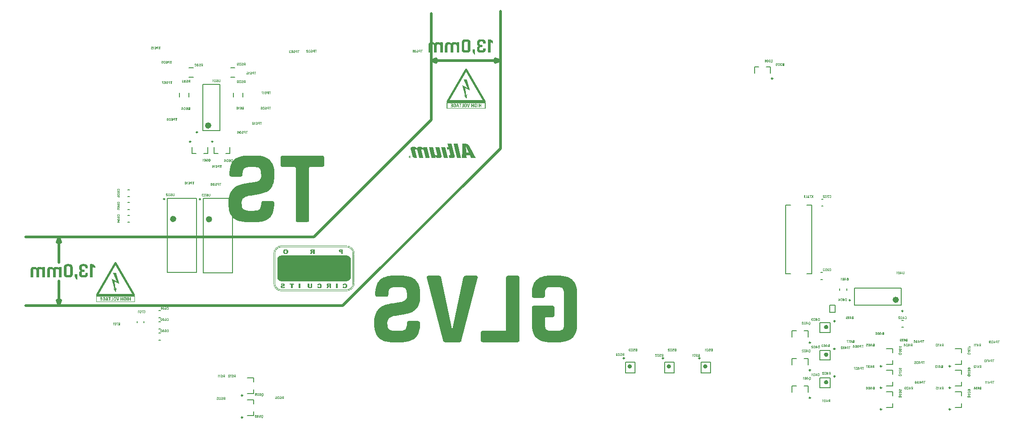
<source format=gbo>
G04*
G04 #@! TF.GenerationSoftware,Altium Limited,Altium Designer,22.7.1 (60)*
G04*
G04 Layer_Color=32896*
%FSLAX44Y44*%
%MOMM*%
G71*
G04*
G04 #@! TF.SameCoordinates,84C913F6-0FDF-4526-9F0D-4E4E4A459FD0*
G04*
G04*
G04 #@! TF.FilePolarity,Positive*
G04*
G01*
G75*
%ADD10C,0.2500*%
%ADD11C,0.6000*%
%ADD12C,0.2000*%
%ADD14C,0.4000*%
%ADD15C,0.2540*%
%ADD16C,0.5000*%
G36*
X1410803Y884862D02*
Y884200D01*
X1410670D01*
Y884994D01*
X1410803D01*
Y884862D01*
D02*
G37*
G36*
X1082147Y948805D02*
X1082417D01*
Y948738D01*
X1082619D01*
Y948670D01*
X1082754D01*
Y948603D01*
X1082889D01*
Y948535D01*
X1083024D01*
Y948468D01*
X1083092D01*
Y948400D01*
X1083159D01*
Y948333D01*
X1083227D01*
Y948265D01*
X1083294D01*
Y948198D01*
X1083362D01*
Y948130D01*
X1083429D01*
Y948063D01*
X1083496D01*
Y947995D01*
X1083564D01*
Y947860D01*
X1083632D01*
Y947725D01*
X1083699D01*
Y947658D01*
X1083766D01*
Y947456D01*
X1083834D01*
Y947388D01*
X1083902D01*
Y947253D01*
X1083969D01*
Y947118D01*
X1084036D01*
Y947050D01*
X1084104D01*
Y946916D01*
X1084171D01*
Y946781D01*
X1084239D01*
Y946713D01*
X1084306D01*
Y946578D01*
X1084374D01*
Y946443D01*
X1084441D01*
Y946308D01*
X1084509D01*
Y946173D01*
X1084576D01*
Y946106D01*
X1084644D01*
Y945971D01*
X1084711D01*
Y945836D01*
X1084779D01*
Y945768D01*
X1084846D01*
Y945633D01*
X1084914D01*
Y945498D01*
X1084981D01*
Y945431D01*
X1085049D01*
Y945296D01*
X1085116D01*
Y945161D01*
X1085184D01*
Y945026D01*
X1085251D01*
Y944891D01*
X1085319D01*
Y944823D01*
X1085386D01*
Y944688D01*
X1085454D01*
Y944554D01*
X1085521D01*
Y944486D01*
X1085589D01*
Y944351D01*
X1085656D01*
Y944216D01*
X1085724D01*
Y944081D01*
X1085791D01*
Y944014D01*
X1085859D01*
Y943879D01*
X1085926D01*
Y943744D01*
X1085994D01*
Y943676D01*
X1086061D01*
Y943541D01*
X1086129D01*
Y943406D01*
X1086196D01*
Y943339D01*
X1086264D01*
Y943204D01*
X1086331D01*
Y943069D01*
X1086398D01*
Y942934D01*
X1086466D01*
Y942799D01*
X1086534D01*
Y942731D01*
X1086601D01*
Y942596D01*
X1086668D01*
Y942461D01*
X1086736D01*
Y942394D01*
X1086803D01*
Y942259D01*
X1086871D01*
Y942124D01*
X1086938D01*
Y941989D01*
X1087006D01*
Y941854D01*
X1087073D01*
Y941786D01*
X1087141D01*
Y941652D01*
X1087208D01*
Y941517D01*
X1087276D01*
Y941449D01*
X1087343D01*
Y941314D01*
X1087411D01*
Y941179D01*
X1087478D01*
Y941112D01*
X1087546D01*
Y940977D01*
X1087613D01*
Y940842D01*
X1087681D01*
Y940707D01*
X1087748D01*
Y940572D01*
X1087816D01*
Y940504D01*
X1087883D01*
Y940369D01*
X1087951D01*
Y940234D01*
X1088018D01*
Y940167D01*
X1088086D01*
Y940032D01*
X1088153D01*
Y939897D01*
X1088221D01*
Y939762D01*
X1088288D01*
Y939627D01*
X1088356D01*
Y939559D01*
X1088423D01*
Y939424D01*
X1088491D01*
Y939289D01*
X1088558D01*
Y939222D01*
X1088626D01*
Y939087D01*
X1088693D01*
Y938952D01*
X1088761D01*
Y938885D01*
X1088828D01*
Y938750D01*
X1088896D01*
Y938615D01*
X1088963D01*
Y938480D01*
X1089031D01*
Y938345D01*
X1089098D01*
Y938277D01*
X1089165D01*
Y938142D01*
X1089233D01*
Y938007D01*
X1089301D01*
Y937940D01*
X1089368D01*
Y937805D01*
X1089436D01*
Y937670D01*
X1089503D01*
Y937602D01*
X1089570D01*
Y937467D01*
X1089638D01*
Y937332D01*
X1089705D01*
Y937197D01*
X1089773D01*
Y937130D01*
X1089840D01*
Y936995D01*
X1089908D01*
Y936860D01*
X1089975D01*
Y936725D01*
X1090043D01*
Y936657D01*
Y936590D01*
X1090110D01*
Y936523D01*
X1090178D01*
Y936387D01*
X1090245D01*
Y936253D01*
X1090313D01*
Y936185D01*
X1090380D01*
Y936050D01*
X1090448D01*
Y935915D01*
X1090515D01*
Y935848D01*
X1090583D01*
Y935713D01*
X1090650D01*
Y935578D01*
X1090718D01*
Y935443D01*
X1090785D01*
Y935308D01*
X1090853D01*
Y935240D01*
X1090920D01*
Y935105D01*
X1090988D01*
Y934970D01*
X1091055D01*
Y934903D01*
X1091123D01*
Y934768D01*
X1091190D01*
Y934633D01*
X1091258D01*
Y934565D01*
X1091325D01*
Y934363D01*
X1091393D01*
Y934295D01*
X1091460D01*
Y934160D01*
X1091528D01*
Y934025D01*
X1091595D01*
Y933958D01*
X1091663D01*
Y933823D01*
X1091730D01*
Y933688D01*
X1091797D01*
Y933621D01*
X1091865D01*
Y933485D01*
X1091933D01*
Y933351D01*
X1092000D01*
Y933216D01*
X1092067D01*
Y933081D01*
X1092135D01*
Y933013D01*
X1092203D01*
Y932878D01*
X1092270D01*
Y932743D01*
X1092337D01*
Y932676D01*
X1092405D01*
Y932541D01*
X1092472D01*
Y932406D01*
X1092540D01*
Y932338D01*
X1092607D01*
Y932203D01*
X1092675D01*
Y932068D01*
X1092742D01*
Y931933D01*
X1092810D01*
Y931798D01*
X1092877D01*
Y931731D01*
X1092945D01*
Y931596D01*
X1093012D01*
Y931461D01*
X1093080D01*
Y931393D01*
X1093147D01*
Y931258D01*
X1093215D01*
Y931123D01*
X1093282D01*
Y930988D01*
X1093350D01*
Y930921D01*
X1093417D01*
Y930786D01*
X1093485D01*
Y930651D01*
X1093552D01*
Y930583D01*
X1093620D01*
Y930449D01*
X1093687D01*
Y930314D01*
X1093755D01*
Y930246D01*
X1093822D01*
Y930044D01*
X1093890D01*
Y929976D01*
X1093957D01*
Y929841D01*
X1094025D01*
Y929706D01*
X1094092D01*
Y929639D01*
X1094160D01*
Y929504D01*
X1094227D01*
Y929369D01*
X1094295D01*
Y929301D01*
X1094362D01*
Y929166D01*
X1094429D01*
Y929031D01*
X1094497D01*
Y928896D01*
X1094565D01*
Y928761D01*
X1094632D01*
Y928694D01*
X1094699D01*
Y928559D01*
X1094767D01*
Y928424D01*
X1094835D01*
Y928356D01*
X1094902D01*
Y928222D01*
X1094969D01*
Y928086D01*
X1095037D01*
Y928019D01*
X1095104D01*
Y927816D01*
X1095172D01*
Y927749D01*
X1095239D01*
Y927614D01*
X1095307D01*
Y927479D01*
X1095374D01*
Y927412D01*
X1095442D01*
Y927277D01*
X1095509D01*
Y927142D01*
X1095577D01*
Y927074D01*
X1095644D01*
Y926939D01*
X1095712D01*
Y926804D01*
X1095779D01*
Y926669D01*
X1095847D01*
Y926534D01*
X1095914D01*
Y926467D01*
X1095982D01*
Y926332D01*
X1096049D01*
Y926197D01*
X1096117D01*
Y926129D01*
X1096184D01*
Y925994D01*
X1096252D01*
Y925859D01*
X1096319D01*
Y925792D01*
X1096387D01*
Y925657D01*
X1096454D01*
Y925522D01*
X1096522D01*
Y925387D01*
X1096589D01*
Y925252D01*
X1096657D01*
Y925184D01*
X1096724D01*
Y925050D01*
X1096792D01*
Y924915D01*
X1096859D01*
Y924847D01*
X1096927D01*
Y924712D01*
X1096994D01*
Y924577D01*
X1097062D01*
Y924442D01*
X1097129D01*
Y924375D01*
X1097197D01*
Y924240D01*
X1097264D01*
Y924105D01*
X1097331D01*
Y924037D01*
X1097399D01*
Y923902D01*
X1097467D01*
Y923767D01*
X1097534D01*
Y923700D01*
X1097601D01*
Y923565D01*
X1097669D01*
Y923430D01*
X1097736D01*
Y923295D01*
X1097804D01*
Y923160D01*
X1097871D01*
Y923092D01*
X1097939D01*
Y922957D01*
X1098006D01*
Y922822D01*
X1098074D01*
Y922755D01*
X1098141D01*
Y922620D01*
X1098209D01*
Y922485D01*
X1098276D01*
Y922350D01*
X1098344D01*
Y922215D01*
X1098411D01*
Y922148D01*
X1098479D01*
Y922013D01*
X1098546D01*
Y921878D01*
X1098614D01*
Y921810D01*
X1098681D01*
Y921675D01*
X1098749D01*
Y921540D01*
X1098816D01*
Y921473D01*
X1098884D01*
Y921270D01*
X1098951D01*
Y921203D01*
X1099019D01*
Y921068D01*
X1099086D01*
Y920933D01*
X1099154D01*
Y920865D01*
X1099221D01*
Y920730D01*
X1099289D01*
Y920595D01*
X1099356D01*
Y920528D01*
X1099424D01*
Y920393D01*
X1099491D01*
Y920258D01*
X1099559D01*
Y920123D01*
X1099626D01*
Y919988D01*
X1099694D01*
Y919921D01*
X1099761D01*
Y919786D01*
X1099829D01*
Y919650D01*
X1099896D01*
Y919583D01*
X1099964D01*
Y919448D01*
X1100031D01*
Y919313D01*
X1100098D01*
Y919246D01*
X1100166D01*
Y919111D01*
X1100234D01*
Y918976D01*
X1100301D01*
Y918841D01*
X1100368D01*
Y918706D01*
X1100436D01*
Y918638D01*
X1100503D01*
Y918503D01*
X1100571D01*
Y918368D01*
X1100638D01*
Y918301D01*
X1100706D01*
Y918166D01*
X1100773D01*
Y918031D01*
X1100841D01*
Y917896D01*
X1100908D01*
Y917828D01*
X1100976D01*
Y917693D01*
X1101043D01*
Y917558D01*
X1101111D01*
Y917491D01*
X1101178D01*
Y917356D01*
X1101246D01*
Y917221D01*
X1101313D01*
Y917153D01*
X1101381D01*
Y917019D01*
X1101448D01*
Y916883D01*
X1101516D01*
Y916749D01*
X1101583D01*
Y916614D01*
X1101651D01*
Y916546D01*
X1101718D01*
Y916411D01*
X1101786D01*
Y916276D01*
X1101853D01*
Y916209D01*
X1101921D01*
Y916074D01*
X1101988D01*
Y915939D01*
X1102056D01*
Y915804D01*
X1102123D01*
Y915669D01*
X1102191D01*
Y915601D01*
X1102258D01*
Y915466D01*
X1102326D01*
Y915331D01*
X1102393D01*
Y915264D01*
X1102461D01*
Y915129D01*
X1102528D01*
Y914994D01*
X1102596D01*
Y914926D01*
X1102663D01*
Y914724D01*
X1102730D01*
Y914656D01*
X1102798D01*
Y914521D01*
X1102866D01*
Y914387D01*
X1102933D01*
Y914319D01*
X1103000D01*
Y914184D01*
X1103068D01*
Y914049D01*
X1103136D01*
Y913982D01*
X1103203D01*
Y913847D01*
X1103270D01*
Y913712D01*
X1103338D01*
Y913577D01*
X1103405D01*
Y913442D01*
X1103473D01*
Y913374D01*
X1103540D01*
Y913239D01*
X1103608D01*
Y913104D01*
X1103675D01*
Y913037D01*
X1103743D01*
Y912902D01*
X1103810D01*
Y912767D01*
X1103878D01*
Y912699D01*
X1103945D01*
Y912564D01*
X1104013D01*
Y912429D01*
X1104080D01*
Y912294D01*
X1104148D01*
Y912159D01*
X1104215D01*
Y912092D01*
X1104283D01*
Y911957D01*
X1104350D01*
Y911889D01*
X1104418D01*
Y911755D01*
X1104485D01*
Y911619D01*
X1104553D01*
Y911485D01*
X1104620D01*
Y911349D01*
X1104688D01*
Y911282D01*
X1104755D01*
Y911147D01*
X1104823D01*
Y911012D01*
X1104890D01*
Y910945D01*
X1104958D01*
Y910810D01*
X1105025D01*
Y910675D01*
X1105093D01*
Y910540D01*
X1105160D01*
Y910472D01*
X1105228D01*
Y910337D01*
X1105295D01*
Y910202D01*
X1105363D01*
Y910067D01*
X1105430D01*
Y910000D01*
X1105498D01*
Y909865D01*
X1105565D01*
Y909730D01*
X1105632D01*
Y909662D01*
X1105700D01*
Y909527D01*
X1105768D01*
Y909392D01*
X1105835D01*
Y909325D01*
X1105902D01*
Y909122D01*
X1105970D01*
Y909055D01*
X1106037D01*
Y908920D01*
X1106105D01*
Y908785D01*
X1106172D01*
Y908717D01*
X1106240D01*
Y908583D01*
X1106307D01*
Y908448D01*
X1106375D01*
Y908380D01*
X1106442D01*
Y908245D01*
X1106510D01*
Y908110D01*
X1106577D01*
Y907975D01*
X1106645D01*
Y907840D01*
X1106712D01*
Y907773D01*
X1106780D01*
Y907638D01*
X1106847D01*
Y907503D01*
X1106915D01*
Y907435D01*
X1106982D01*
Y907300D01*
X1107050D01*
Y907165D01*
X1107117D01*
Y907030D01*
X1107185D01*
Y906895D01*
X1107252D01*
Y906828D01*
X1107320D01*
Y906693D01*
X1107387D01*
Y906558D01*
X1107455D01*
Y906490D01*
X1107522D01*
Y906355D01*
X1107590D01*
Y906220D01*
X1107657D01*
Y906153D01*
X1107725D01*
Y906018D01*
X1107792D01*
Y905883D01*
X1107860D01*
Y905748D01*
X1107927D01*
Y905613D01*
X1107995D01*
Y905546D01*
X1108062D01*
Y905411D01*
X1108130D01*
Y905276D01*
X1108197D01*
Y905208D01*
X1108264D01*
Y905073D01*
X1108332D01*
Y904938D01*
X1108400D01*
Y904803D01*
X1108467D01*
Y904736D01*
X1108534D01*
Y904601D01*
X1108602D01*
Y904466D01*
X1108669D01*
Y904398D01*
X1108737D01*
Y904263D01*
X1108804D01*
Y904128D01*
X1108872D01*
Y904061D01*
X1108939D01*
Y903858D01*
X1109007D01*
Y903791D01*
X1109074D01*
Y903656D01*
X1109142D01*
Y903521D01*
X1109209D01*
Y903454D01*
X1109277D01*
Y903318D01*
X1109344D01*
Y903184D01*
X1109412D01*
Y903116D01*
X1109479D01*
Y902981D01*
X1109547D01*
Y902846D01*
X1109614D01*
Y902711D01*
X1109682D01*
Y902576D01*
X1109749D01*
Y902509D01*
X1109817D01*
Y902374D01*
X1109884D01*
Y902239D01*
X1109952D01*
Y902171D01*
X1110019D01*
Y902036D01*
X1110087D01*
Y901901D01*
X1110154D01*
Y901766D01*
X1110222D01*
Y901631D01*
X1110289D01*
Y901564D01*
X1110357D01*
Y901429D01*
X1110424D01*
Y901294D01*
X1110492D01*
Y901226D01*
X1110559D01*
Y901091D01*
X1110627D01*
Y900956D01*
X1110694D01*
Y900889D01*
X1110762D01*
Y900754D01*
X1110829D01*
Y900619D01*
X1110897D01*
Y900552D01*
X1110964D01*
Y900349D01*
X1111031D01*
Y900282D01*
X1111099D01*
Y900147D01*
X1111167D01*
Y900012D01*
X1111234D01*
Y899944D01*
X1111301D01*
Y899809D01*
X1111369D01*
Y899674D01*
X1111436D01*
Y899607D01*
X1111504D01*
Y899472D01*
X1111571D01*
Y899337D01*
X1111639D01*
Y899202D01*
X1111706D01*
Y899067D01*
X1111774D01*
Y898999D01*
X1111841D01*
Y898864D01*
X1111909D01*
Y898797D01*
X1111976D01*
Y898662D01*
X1112044D01*
Y898527D01*
X1112111D01*
Y898392D01*
X1112179D01*
Y898257D01*
X1112246D01*
Y898189D01*
X1112314D01*
Y898054D01*
X1112381D01*
Y897919D01*
X1112449D01*
Y897852D01*
X1112516D01*
Y897717D01*
X1112584D01*
Y897582D01*
X1112651D01*
Y897447D01*
X1112719D01*
Y897380D01*
X1112786D01*
Y897245D01*
X1112854D01*
Y897110D01*
X1112921D01*
Y896975D01*
X1112989D01*
Y896907D01*
X1113056D01*
Y896772D01*
X1113124D01*
Y896637D01*
X1113191D01*
Y896570D01*
X1113259D01*
Y896435D01*
X1113326D01*
Y896300D01*
X1113394D01*
Y896165D01*
X1113461D01*
Y896030D01*
X1113529D01*
Y895962D01*
X1113596D01*
Y895827D01*
X1113663D01*
Y895692D01*
X1113731D01*
Y895625D01*
X1113799D01*
Y895490D01*
X1113866D01*
Y895355D01*
X1113933D01*
Y895287D01*
X1114001D01*
Y895085D01*
X1114069D01*
Y895017D01*
X1114136D01*
Y894883D01*
X1114203D01*
Y894748D01*
X1114271D01*
Y894680D01*
X1114338D01*
Y894545D01*
X1114406D01*
Y894410D01*
X1114473D01*
Y894343D01*
X1114541D01*
Y894208D01*
X1114608D01*
Y894073D01*
X1114676D01*
Y893938D01*
X1114743D01*
Y893803D01*
X1114811D01*
Y893735D01*
X1114878D01*
Y893600D01*
X1114946D01*
Y893465D01*
X1115013D01*
Y893398D01*
X1115081D01*
Y893263D01*
X1115148D01*
Y893128D01*
X1115216D01*
Y892993D01*
X1115283D01*
Y892925D01*
X1115351D01*
Y892790D01*
X1115418D01*
Y892655D01*
X1115486D01*
Y892521D01*
X1115553D01*
Y892453D01*
X1115621D01*
Y892318D01*
X1115688D01*
Y892183D01*
X1115756D01*
Y892115D01*
X1115823D01*
Y891981D01*
X1115891D01*
Y891846D01*
X1115958D01*
Y891711D01*
X1116026D01*
Y891643D01*
X1116093D01*
Y891508D01*
X1116161D01*
Y891373D01*
X1116228D01*
Y891306D01*
X1116296D01*
Y891171D01*
X1116363D01*
Y891036D01*
X1116431D01*
Y890968D01*
X1116498D01*
Y890833D01*
X1116565D01*
Y890698D01*
X1116633D01*
Y890563D01*
X1116701D01*
Y890428D01*
X1116768D01*
Y890361D01*
X1116835D01*
Y890226D01*
X1116903D01*
Y890091D01*
X1116970D01*
Y890023D01*
X1117038D01*
Y889888D01*
X1117105D01*
Y889753D01*
X1117173D01*
Y889619D01*
X1117240D01*
Y889483D01*
X1117308D01*
Y889416D01*
X1117375D01*
Y889281D01*
X1117443D01*
Y889146D01*
X1117510D01*
Y889079D01*
X1117578D01*
Y888944D01*
X1117645D01*
Y888809D01*
X1117713D01*
Y888741D01*
X1117780D01*
Y888539D01*
X1117848D01*
Y888471D01*
X1117915D01*
Y888336D01*
X1117983D01*
Y888201D01*
X1118050D01*
Y888134D01*
X1118118D01*
Y887999D01*
X1118185D01*
Y887864D01*
X1118253D01*
Y887729D01*
X1118320D01*
Y887526D01*
X1118388D01*
Y887324D01*
X1118455D01*
Y886649D01*
X1118388D01*
Y886379D01*
X1118320D01*
Y886177D01*
X1118253D01*
Y886042D01*
X1118185D01*
Y885907D01*
X1118118D01*
Y885839D01*
X1118050D01*
Y885772D01*
X1117983D01*
Y885637D01*
X1117915D01*
Y885569D01*
X1117848D01*
Y885502D01*
X1117780D01*
Y885434D01*
X1117645D01*
Y885367D01*
X1117578D01*
Y885299D01*
X1117510D01*
Y885232D01*
X1117308D01*
Y885164D01*
X1117105D01*
Y885097D01*
X1117038D01*
Y885029D01*
X1118455D01*
Y873151D01*
X1118388D01*
Y873084D01*
X1045366D01*
Y873151D01*
X1045298D01*
Y884962D01*
X1045366D01*
Y885029D01*
X1046716D01*
Y885097D01*
X1046648D01*
Y885164D01*
X1046446D01*
Y885232D01*
X1046311D01*
Y885299D01*
X1046176D01*
Y885367D01*
X1046108D01*
Y885434D01*
X1045973D01*
Y885569D01*
X1045838D01*
Y885704D01*
X1045771D01*
Y885772D01*
X1045703D01*
Y885839D01*
X1045636D01*
Y885907D01*
X1045568D01*
Y886109D01*
X1045501D01*
Y886177D01*
X1045433D01*
Y886379D01*
X1045366D01*
Y886649D01*
X1045298D01*
Y887256D01*
X1045366D01*
Y887526D01*
X1045433D01*
Y887729D01*
X1045501D01*
Y887864D01*
X1045568D01*
Y887999D01*
X1045636D01*
Y888134D01*
X1045703D01*
Y888201D01*
X1045771D01*
Y888336D01*
X1045838D01*
Y888471D01*
X1045906D01*
Y888539D01*
X1045973D01*
Y888674D01*
X1046041D01*
Y888809D01*
X1046108D01*
Y888944D01*
X1046176D01*
Y889079D01*
X1046243D01*
Y889146D01*
X1046311D01*
Y889281D01*
X1046378D01*
Y889416D01*
X1046446D01*
Y889483D01*
X1046513D01*
Y889619D01*
X1046581D01*
Y889753D01*
X1046648D01*
Y889821D01*
X1046716D01*
Y889956D01*
X1046783D01*
Y890091D01*
X1046851D01*
Y890226D01*
X1046918D01*
Y890361D01*
X1046986D01*
Y890428D01*
X1047053D01*
Y890563D01*
X1047121D01*
Y890698D01*
X1047188D01*
Y890766D01*
X1047256D01*
Y890901D01*
X1047323D01*
Y891036D01*
X1047391D01*
Y891171D01*
X1047458D01*
Y891238D01*
X1047526D01*
Y891373D01*
X1047593D01*
Y891508D01*
X1047661D01*
Y891576D01*
X1047728D01*
Y891711D01*
X1047795D01*
Y891846D01*
X1047863D01*
Y891913D01*
X1047931D01*
Y892115D01*
X1047998D01*
Y892183D01*
X1048065D01*
Y892318D01*
X1048133D01*
Y892453D01*
X1048200D01*
Y892521D01*
X1048268D01*
Y892655D01*
X1048335D01*
Y892790D01*
X1048403D01*
Y892858D01*
X1048470D01*
Y892993D01*
X1048538D01*
Y893128D01*
X1048605D01*
Y893263D01*
X1048673D01*
Y893398D01*
X1048740D01*
Y893465D01*
X1048808D01*
Y893600D01*
X1048875D01*
Y893735D01*
X1048943D01*
Y893803D01*
X1049010D01*
Y893938D01*
X1049078D01*
Y894073D01*
X1049145D01*
Y894208D01*
X1049213D01*
Y894343D01*
X1049280D01*
Y894410D01*
X1049348D01*
Y894545D01*
X1049415D01*
Y894680D01*
X1049483D01*
Y894748D01*
X1049550D01*
Y894883D01*
X1049618D01*
Y895017D01*
X1049685D01*
Y895085D01*
X1049753D01*
Y895220D01*
X1049820D01*
Y895355D01*
X1049888D01*
Y895490D01*
X1049955D01*
Y895625D01*
X1050023D01*
Y895692D01*
X1050090D01*
Y895827D01*
X1050158D01*
Y895962D01*
X1050225D01*
Y896030D01*
X1050293D01*
Y896165D01*
X1050360D01*
Y896300D01*
X1050427D01*
Y896367D01*
X1050495D01*
Y896502D01*
X1050563D01*
Y896637D01*
X1050630D01*
Y896772D01*
X1050697D01*
Y896907D01*
X1050765D01*
Y896975D01*
X1050833D01*
Y897110D01*
X1050900D01*
Y897177D01*
X1050967D01*
Y897312D01*
X1051035D01*
Y897447D01*
X1051102D01*
Y897582D01*
X1051170D01*
Y897717D01*
X1051237D01*
Y897785D01*
X1051305D01*
Y897919D01*
X1051372D01*
Y898054D01*
X1051440D01*
Y898122D01*
X1051507D01*
Y898257D01*
X1051575D01*
Y898392D01*
X1051642D01*
Y898527D01*
X1051710D01*
Y898594D01*
X1051777D01*
Y898729D01*
X1051845D01*
Y898864D01*
X1051912D01*
Y898999D01*
X1051980D01*
Y899067D01*
X1052047D01*
Y899202D01*
X1052115D01*
Y899337D01*
X1052182D01*
Y899404D01*
X1052250D01*
Y899539D01*
X1052317D01*
Y899674D01*
X1052385D01*
Y899809D01*
X1052452D01*
Y899944D01*
X1052520D01*
Y900012D01*
X1052587D01*
Y900147D01*
X1052655D01*
Y900282D01*
X1052722D01*
Y900349D01*
X1052790D01*
Y900484D01*
X1052857D01*
Y900619D01*
X1052925D01*
Y900686D01*
X1052992D01*
Y900889D01*
X1053060D01*
Y900956D01*
X1053127D01*
Y901091D01*
X1053195D01*
Y901226D01*
X1053262D01*
Y901294D01*
X1053329D01*
Y901429D01*
X1053397D01*
Y901564D01*
X1053465D01*
Y901631D01*
X1053532D01*
Y901766D01*
X1053599D01*
Y901901D01*
X1053667D01*
Y902036D01*
X1053734D01*
Y902171D01*
X1053802D01*
Y902239D01*
X1053869D01*
Y902374D01*
X1053937D01*
Y902509D01*
X1054004D01*
Y902576D01*
X1054072D01*
Y902711D01*
X1054139D01*
Y902846D01*
X1054207D01*
Y902981D01*
X1054274D01*
Y903048D01*
X1054342D01*
Y903184D01*
X1054409D01*
Y903318D01*
X1054477D01*
Y903454D01*
X1054544D01*
Y903521D01*
X1054612D01*
Y903656D01*
X1054679D01*
Y903791D01*
X1054747D01*
Y903858D01*
X1054814D01*
Y903993D01*
X1054882D01*
Y904128D01*
X1054949D01*
Y904263D01*
X1055017D01*
Y904398D01*
X1055084D01*
Y904466D01*
X1055152D01*
Y904601D01*
X1055219D01*
Y904668D01*
X1055287D01*
Y904803D01*
X1055354D01*
Y904938D01*
X1055422D01*
Y905073D01*
X1055489D01*
Y905141D01*
X1055557D01*
Y905276D01*
X1055624D01*
Y905411D01*
X1055692D01*
Y905546D01*
X1055759D01*
Y905613D01*
X1055827D01*
Y905748D01*
X1055894D01*
Y905883D01*
X1055962D01*
Y905950D01*
X1056029D01*
Y906086D01*
X1056096D01*
Y906220D01*
X1056164D01*
Y906355D01*
X1056232D01*
Y906490D01*
X1056299D01*
Y906558D01*
X1056367D01*
Y906693D01*
X1056434D01*
Y906828D01*
X1056501D01*
Y906895D01*
X1056569D01*
Y907030D01*
X1056636D01*
Y907165D01*
X1056704D01*
Y907233D01*
X1056771D01*
Y907435D01*
X1056839D01*
Y907503D01*
X1056906D01*
Y907638D01*
X1056974D01*
Y907773D01*
X1057041D01*
Y907840D01*
X1057109D01*
Y907975D01*
X1057176D01*
Y908110D01*
X1057244D01*
Y908178D01*
X1057311D01*
Y908313D01*
X1057379D01*
Y908448D01*
X1057446D01*
Y908583D01*
X1057514D01*
Y908717D01*
X1057581D01*
Y908785D01*
X1057649D01*
Y908920D01*
X1057716D01*
Y909055D01*
X1057784D01*
Y909122D01*
X1057851D01*
Y909257D01*
X1057919D01*
Y909392D01*
X1057986D01*
Y909527D01*
X1058054D01*
Y909595D01*
X1058121D01*
Y909730D01*
X1058189D01*
Y909865D01*
X1058256D01*
Y910000D01*
X1058324D01*
Y910067D01*
X1058391D01*
Y910202D01*
X1058459D01*
Y910337D01*
X1058526D01*
Y910405D01*
X1058594D01*
Y910540D01*
X1058661D01*
Y910675D01*
X1058728D01*
Y910810D01*
X1058796D01*
Y910945D01*
X1058864D01*
Y911012D01*
X1058931D01*
Y911147D01*
X1058998D01*
Y911215D01*
X1059066D01*
Y911349D01*
X1059134D01*
Y911485D01*
X1059201D01*
Y911552D01*
X1059268D01*
Y911755D01*
X1059336D01*
Y911822D01*
X1059403D01*
Y911957D01*
X1059471D01*
Y912092D01*
X1059538D01*
Y912159D01*
X1059606D01*
Y912294D01*
X1059673D01*
Y912429D01*
X1059741D01*
Y912497D01*
X1059808D01*
Y912632D01*
X1059876D01*
Y912767D01*
X1059943D01*
Y912902D01*
X1060011D01*
Y913037D01*
X1060078D01*
Y913104D01*
X1060146D01*
Y913239D01*
X1060213D01*
Y913374D01*
X1060281D01*
Y913442D01*
X1060348D01*
Y913577D01*
X1060416D01*
Y913712D01*
X1060483D01*
Y913779D01*
X1060551D01*
Y913982D01*
X1060618D01*
Y914049D01*
X1060686D01*
Y914184D01*
X1060753D01*
Y914319D01*
X1060821D01*
Y914387D01*
X1060888D01*
Y914521D01*
X1060956D01*
Y914656D01*
X1061023D01*
Y914724D01*
X1061091D01*
Y914859D01*
X1061158D01*
Y914994D01*
X1061226D01*
Y915129D01*
X1061293D01*
Y915264D01*
X1061361D01*
Y915331D01*
X1061428D01*
Y915466D01*
X1061496D01*
Y915601D01*
X1061563D01*
Y915669D01*
X1061630D01*
Y915804D01*
X1061698D01*
Y915939D01*
X1061766D01*
Y916006D01*
X1061833D01*
Y916209D01*
X1061900D01*
Y916276D01*
X1061968D01*
Y916411D01*
X1062035D01*
Y916546D01*
X1062103D01*
Y916614D01*
X1062170D01*
Y916749D01*
X1062238D01*
Y916883D01*
X1062305D01*
Y916951D01*
X1062373D01*
Y917086D01*
X1062440D01*
Y917221D01*
X1062508D01*
Y917356D01*
X1062575D01*
Y917423D01*
X1062643D01*
Y917558D01*
X1062710D01*
Y917693D01*
X1062778D01*
Y917761D01*
X1062845D01*
Y917896D01*
X1062913D01*
Y918031D01*
X1062980D01*
Y918166D01*
X1063048D01*
Y918301D01*
X1063115D01*
Y918368D01*
X1063183D01*
Y918503D01*
X1063250D01*
Y918638D01*
X1063318D01*
Y918706D01*
X1063385D01*
Y918841D01*
X1063453D01*
Y918976D01*
X1063520D01*
Y919043D01*
X1063588D01*
Y919178D01*
X1063655D01*
Y919313D01*
X1063723D01*
Y919448D01*
X1063790D01*
Y919583D01*
X1063858D01*
Y919650D01*
X1063925D01*
Y919786D01*
X1063993D01*
Y919921D01*
X1064060D01*
Y919988D01*
X1064128D01*
Y920123D01*
X1064195D01*
Y920258D01*
X1064262D01*
Y920325D01*
X1064330D01*
Y920528D01*
X1064398D01*
Y920595D01*
X1064465D01*
Y920730D01*
X1064532D01*
Y920865D01*
X1064600D01*
Y920933D01*
X1064668D01*
Y921068D01*
X1064735D01*
Y921203D01*
X1064802D01*
Y921270D01*
X1064870D01*
Y921405D01*
X1064937D01*
Y921540D01*
X1065005D01*
Y921675D01*
X1065072D01*
Y921810D01*
X1065140D01*
Y921878D01*
X1065207D01*
Y922013D01*
X1065275D01*
Y922148D01*
X1065342D01*
Y922215D01*
X1065410D01*
Y922350D01*
X1065477D01*
Y922485D01*
X1065545D01*
Y922552D01*
X1065612D01*
Y922755D01*
X1065680D01*
Y922822D01*
X1065747D01*
Y922957D01*
X1065815D01*
Y923092D01*
X1065882D01*
Y923160D01*
X1065950D01*
Y923295D01*
X1066017D01*
Y923430D01*
X1066085D01*
Y923497D01*
X1066152D01*
Y923632D01*
X1066220D01*
Y923767D01*
X1066287D01*
Y923902D01*
X1066355D01*
Y923970D01*
X1066422D01*
Y924105D01*
X1066490D01*
Y924240D01*
X1066557D01*
Y924307D01*
X1066625D01*
Y924442D01*
X1066692D01*
Y924577D01*
X1066760D01*
Y924712D01*
X1066827D01*
Y924847D01*
X1066895D01*
Y924915D01*
X1066962D01*
Y925050D01*
X1067029D01*
Y925184D01*
X1067097D01*
Y925252D01*
X1067165D01*
Y925387D01*
X1067232D01*
Y925522D01*
X1067299D01*
Y925589D01*
X1067367D01*
Y925724D01*
X1067434D01*
Y925859D01*
X1067502D01*
Y925994D01*
X1067569D01*
Y926129D01*
X1067637D01*
Y926197D01*
X1067704D01*
Y926332D01*
X1067772D01*
Y926467D01*
X1067839D01*
Y926534D01*
X1067907D01*
Y926669D01*
X1067974D01*
Y926804D01*
X1068042D01*
Y926872D01*
X1068109D01*
Y927074D01*
X1068177D01*
Y927142D01*
X1068244D01*
Y927277D01*
X1068312D01*
Y927412D01*
X1068379D01*
Y927479D01*
X1068447D01*
Y927614D01*
X1068514D01*
Y927749D01*
X1068582D01*
Y927816D01*
X1068649D01*
Y927952D01*
X1068717D01*
Y928086D01*
X1068784D01*
Y928222D01*
X1068852D01*
Y928356D01*
X1068919D01*
Y928424D01*
X1068987D01*
Y928559D01*
X1069054D01*
Y928694D01*
X1069122D01*
Y928761D01*
X1069189D01*
Y928896D01*
X1069257D01*
Y929031D01*
X1069324D01*
Y929166D01*
X1069392D01*
Y929301D01*
X1069459D01*
Y929369D01*
X1069527D01*
Y929504D01*
X1069594D01*
Y929639D01*
X1069661D01*
Y929706D01*
X1069729D01*
Y929841D01*
X1069797D01*
Y929976D01*
X1069864D01*
Y930044D01*
X1069931D01*
Y930179D01*
X1069999D01*
Y930314D01*
X1070067D01*
Y930449D01*
X1070134D01*
Y930583D01*
X1070201D01*
Y930651D01*
X1070269D01*
Y930786D01*
X1070336D01*
Y930854D01*
X1070404D01*
Y930988D01*
X1070471D01*
Y931123D01*
X1070539D01*
Y931258D01*
X1070606D01*
Y931393D01*
X1070674D01*
Y931461D01*
X1070741D01*
Y931596D01*
X1070809D01*
Y931731D01*
X1070876D01*
Y931798D01*
X1070944D01*
Y931933D01*
X1071011D01*
Y932068D01*
X1071079D01*
Y932136D01*
X1071146D01*
Y932271D01*
X1071214D01*
Y932406D01*
X1071281D01*
Y932541D01*
X1071349D01*
Y932676D01*
X1071416D01*
Y932743D01*
X1071484D01*
Y932878D01*
X1071551D01*
Y933013D01*
X1071619D01*
Y933081D01*
X1071686D01*
Y933216D01*
X1071754D01*
Y933351D01*
X1071821D01*
Y933418D01*
X1071889D01*
Y933621D01*
X1071956D01*
Y933688D01*
X1072024D01*
Y933823D01*
X1072091D01*
Y933958D01*
X1072159D01*
Y934025D01*
X1072226D01*
Y934160D01*
X1072294D01*
Y934295D01*
X1072361D01*
Y934363D01*
X1072429D01*
Y934498D01*
X1072496D01*
Y934633D01*
X1072563D01*
Y934768D01*
X1072631D01*
Y934903D01*
X1072699D01*
Y934970D01*
X1072766D01*
Y935105D01*
X1072833D01*
Y935240D01*
X1072901D01*
Y935308D01*
X1072968D01*
Y935443D01*
X1073036D01*
Y935578D01*
X1073103D01*
Y935713D01*
X1073171D01*
Y935780D01*
X1073238D01*
Y935915D01*
X1073306D01*
Y936050D01*
X1073373D01*
Y936185D01*
X1073441D01*
Y936253D01*
X1073508D01*
Y936387D01*
X1073576D01*
Y936523D01*
X1073643D01*
Y936590D01*
X1073711D01*
Y936725D01*
X1073778D01*
Y936860D01*
X1073846D01*
Y936995D01*
X1073913D01*
Y937130D01*
X1073981D01*
Y937197D01*
X1074048D01*
Y937332D01*
X1074116D01*
Y937467D01*
X1074183D01*
Y937535D01*
X1074251D01*
Y937670D01*
X1074318D01*
Y937805D01*
X1074386D01*
Y937940D01*
X1074453D01*
Y938007D01*
X1074521D01*
Y938142D01*
X1074588D01*
Y938277D01*
X1074656D01*
Y938345D01*
X1074723D01*
Y938480D01*
X1074791D01*
Y938615D01*
X1074858D01*
Y938682D01*
X1074926D01*
Y938885D01*
X1074993D01*
Y938952D01*
X1075061D01*
Y939087D01*
X1075128D01*
Y939222D01*
X1075195D01*
Y939289D01*
X1075263D01*
Y939424D01*
X1075331D01*
Y939559D01*
X1075398D01*
Y939627D01*
X1075465D01*
Y939762D01*
X1075533D01*
Y939897D01*
X1075601D01*
Y940032D01*
X1075668D01*
Y940099D01*
X1075735D01*
Y940234D01*
X1075803D01*
Y940369D01*
X1075870D01*
Y940504D01*
X1075938D01*
Y940572D01*
X1076005D01*
Y940707D01*
X1076073D01*
Y940842D01*
X1076140D01*
Y940909D01*
X1076208D01*
Y941044D01*
X1076275D01*
Y941179D01*
X1076343D01*
Y941314D01*
X1076410D01*
Y941449D01*
X1076478D01*
Y941517D01*
X1076545D01*
Y941652D01*
X1076613D01*
Y941786D01*
X1076680D01*
Y941854D01*
X1076748D01*
Y941989D01*
X1076815D01*
Y942124D01*
X1076883D01*
Y942191D01*
X1076950D01*
Y942394D01*
X1077018D01*
Y942461D01*
X1077085D01*
Y942596D01*
X1077153D01*
Y942731D01*
X1077220D01*
Y942799D01*
X1077288D01*
Y942934D01*
X1077355D01*
Y943069D01*
X1077423D01*
Y943136D01*
X1077490D01*
Y943271D01*
X1077558D01*
Y943406D01*
X1077625D01*
Y943541D01*
X1077693D01*
Y943609D01*
X1077760D01*
Y943744D01*
X1077828D01*
Y943879D01*
X1077895D01*
Y944014D01*
X1077962D01*
Y944081D01*
X1078030D01*
Y944216D01*
X1078098D01*
Y944351D01*
X1078165D01*
Y944486D01*
X1078232D01*
Y944554D01*
X1078300D01*
Y944688D01*
X1078367D01*
Y944823D01*
X1078435D01*
Y944891D01*
X1078502D01*
Y945026D01*
X1078570D01*
Y945161D01*
X1078637D01*
Y945228D01*
X1078705D01*
Y945363D01*
X1078772D01*
Y945498D01*
X1078840D01*
Y945633D01*
X1078907D01*
Y945768D01*
X1078975D01*
Y945836D01*
X1079042D01*
Y945971D01*
X1079110D01*
Y946106D01*
X1079177D01*
Y946173D01*
X1079245D01*
Y946308D01*
X1079312D01*
Y946443D01*
X1079380D01*
Y946578D01*
X1079447D01*
Y946713D01*
X1079515D01*
Y946781D01*
X1079582D01*
Y946916D01*
X1079650D01*
Y947050D01*
X1079717D01*
Y947118D01*
X1079785D01*
Y947253D01*
X1079852D01*
Y947388D01*
X1079920D01*
Y947456D01*
X1079987D01*
Y947658D01*
X1080055D01*
Y947725D01*
X1080122D01*
Y947860D01*
X1080190D01*
Y947995D01*
X1080257D01*
Y948063D01*
X1080325D01*
Y948130D01*
X1080392D01*
Y948198D01*
X1080460D01*
Y948265D01*
X1080527D01*
Y948333D01*
X1080595D01*
Y948400D01*
X1080662D01*
Y948468D01*
X1080730D01*
Y948535D01*
X1080864D01*
Y948603D01*
X1081000D01*
Y948670D01*
X1081134D01*
Y948738D01*
X1081337D01*
Y948805D01*
X1081607D01*
Y948873D01*
X1082147D01*
Y948805D01*
D02*
G37*
G36*
X1403654Y826484D02*
X1403522D01*
Y826616D01*
X1403654D01*
Y826484D01*
D02*
G37*
G36*
X995872Y801191D02*
X996394D01*
Y801086D01*
X996812D01*
Y800982D01*
X997229D01*
Y800878D01*
X997543D01*
Y800773D01*
X997856D01*
Y800669D01*
X998065D01*
Y800564D01*
X998274D01*
Y800460D01*
X998483D01*
Y800355D01*
X998691D01*
Y800251D01*
X998796D01*
Y800146D01*
X999005D01*
Y800042D01*
X999109D01*
Y799938D01*
X999318D01*
Y799833D01*
X999423D01*
Y799729D01*
X999631D01*
Y799624D01*
X999736D01*
Y799520D01*
X999840D01*
Y799415D01*
X999945D01*
Y799311D01*
X1000049D01*
Y799206D01*
X1000154D01*
Y799102D01*
X1000258D01*
Y798997D01*
X1000362D01*
Y798893D01*
X1000467D01*
Y798789D01*
X1000571D01*
Y798684D01*
X1000676D01*
Y798580D01*
X1000780D01*
Y798371D01*
X1000989D01*
Y798684D01*
X1000885D01*
Y799102D01*
X1000780D01*
Y799520D01*
X1000676D01*
Y800042D01*
X1000571D01*
Y800355D01*
X1000467D01*
Y800773D01*
X1008091D01*
Y800669D01*
X1008196D01*
Y800251D01*
X1008300D01*
Y799729D01*
X1008404D01*
Y799415D01*
X1008509D01*
Y798997D01*
X1008613D01*
Y798580D01*
X1008718D01*
Y798162D01*
X1008822D01*
Y797744D01*
X1008927D01*
Y797327D01*
X1009031D01*
Y796909D01*
X1009136D01*
Y796386D01*
X1009240D01*
Y796073D01*
X1009344D01*
Y795655D01*
X1009449D01*
Y795238D01*
X1009553D01*
Y794820D01*
X1009658D01*
Y794298D01*
X1009762D01*
Y793984D01*
X1009867D01*
Y793567D01*
X1009971D01*
Y793044D01*
X1010076D01*
Y792731D01*
X1010180D01*
Y792313D01*
X1010284D01*
Y791896D01*
X1010389D01*
Y791478D01*
X1010493D01*
Y790956D01*
X1010598D01*
Y790642D01*
X1010702D01*
Y790225D01*
X1010807D01*
Y789702D01*
X1010911D01*
Y789389D01*
X1011015D01*
Y788971D01*
X1011120D01*
Y788449D01*
X1011224D01*
Y788136D01*
X1011329D01*
Y787614D01*
X1011433D01*
Y787300D01*
X1011538D01*
Y786882D01*
X1011642D01*
Y786360D01*
X1011747D01*
Y786047D01*
X1011851D01*
Y785629D01*
X1011955D01*
Y785107D01*
X1012060D01*
Y784793D01*
X1012164D01*
Y784271D01*
X1012269D01*
Y783958D01*
X1012373D01*
Y783540D01*
X1012478D01*
Y783018D01*
X1012582D01*
Y782705D01*
X1012687D01*
Y782287D01*
X1012791D01*
Y781765D01*
X1012895D01*
Y781451D01*
X1013000D01*
Y780929D01*
X1013104D01*
Y780616D01*
X1013209D01*
Y780303D01*
X1013104D01*
Y780198D01*
X1005689D01*
Y780303D01*
X1005585D01*
Y780511D01*
X1005480D01*
Y781034D01*
X1005376D01*
Y781347D01*
X1005271D01*
Y781765D01*
X1005167D01*
Y782287D01*
X1005062D01*
Y782600D01*
X1004958D01*
Y783122D01*
X1004854D01*
Y783540D01*
X1004749D01*
Y783854D01*
X1004645D01*
Y784376D01*
X1004540D01*
Y784689D01*
X1004436D01*
Y785107D01*
X1004331D01*
Y785629D01*
X1004227D01*
Y785942D01*
X1004122D01*
Y786465D01*
X1004018D01*
Y786882D01*
X1003913D01*
Y787196D01*
X1003809D01*
Y787718D01*
X1003705D01*
Y788031D01*
X1003600D01*
Y788449D01*
X1003496D01*
Y788971D01*
X1003391D01*
Y789285D01*
X1003287D01*
Y789807D01*
X1003182D01*
Y790225D01*
X1003078D01*
Y790538D01*
X1002973D01*
Y791060D01*
X1002869D01*
Y791373D01*
X1002765D01*
Y791791D01*
X1002660D01*
Y792313D01*
X1002556D01*
Y792627D01*
X1002451D01*
Y793149D01*
X1002347D01*
Y793567D01*
X1002242D01*
Y793880D01*
X1002138D01*
Y794298D01*
X1002034D01*
Y794507D01*
X1001929D01*
Y794715D01*
X1001825D01*
Y794924D01*
X1001720D01*
Y795133D01*
X1001616D01*
Y795238D01*
X1001511D01*
Y795342D01*
X1001407D01*
Y795446D01*
X1001302D01*
Y795551D01*
X1001198D01*
Y795655D01*
X1001094D01*
Y795760D01*
X1000885D01*
Y795864D01*
X1000780D01*
Y795969D01*
X1000571D01*
Y796073D01*
X1000154D01*
Y796178D01*
X998691D01*
Y796073D01*
X998378D01*
Y795969D01*
X998169D01*
Y795864D01*
X998065D01*
Y795760D01*
X997960D01*
Y795551D01*
X997856D01*
Y795342D01*
X997751D01*
Y794089D01*
X997856D01*
Y793775D01*
X997960D01*
Y793253D01*
X998065D01*
Y792940D01*
X998169D01*
Y792522D01*
X998274D01*
Y792000D01*
X998378D01*
Y791687D01*
X998483D01*
Y791164D01*
X998587D01*
Y790747D01*
X998691D01*
Y790433D01*
X998796D01*
Y789911D01*
X998900D01*
Y789598D01*
X999005D01*
Y789076D01*
X999109D01*
Y788658D01*
X999214D01*
Y788344D01*
X999318D01*
Y787822D01*
X999423D01*
Y787405D01*
X999527D01*
Y787091D01*
X999631D01*
Y786569D01*
X999736D01*
Y786151D01*
X999840D01*
Y785733D01*
X999945D01*
Y785316D01*
X1000049D01*
Y785002D01*
X1000154D01*
Y784480D01*
X1000258D01*
Y784062D01*
X1000362D01*
Y783749D01*
X1000467D01*
Y783227D01*
X1000571D01*
Y782809D01*
X1000676D01*
Y782391D01*
X1000780D01*
Y781974D01*
X1000885D01*
Y781660D01*
X1000989D01*
Y781138D01*
X1001094D01*
Y780720D01*
X1001198D01*
Y780407D01*
X1001302D01*
Y780303D01*
X1001198D01*
Y780198D01*
X993678D01*
Y780303D01*
X993574D01*
Y780825D01*
X993469D01*
Y781243D01*
X993365D01*
Y781556D01*
X993260D01*
Y782078D01*
X993156D01*
Y782496D01*
X993052D01*
Y782914D01*
X992947D01*
Y783331D01*
X992843D01*
Y783749D01*
X992738D01*
Y784167D01*
X992634D01*
Y784585D01*
X992529D01*
Y784898D01*
X992425D01*
Y785420D01*
X992320D01*
Y785838D01*
X992216D01*
Y786256D01*
X992112D01*
Y786674D01*
X992007D01*
Y787091D01*
X991903D01*
Y787509D01*
X991798D01*
Y787927D01*
X991694D01*
Y788240D01*
X991589D01*
Y788762D01*
X991485D01*
Y789180D01*
X991381D01*
Y789598D01*
X991276D01*
Y790016D01*
X991172D01*
Y790433D01*
X991067D01*
Y790851D01*
X990963D01*
Y791269D01*
X990858D01*
Y791582D01*
X990754D01*
Y792104D01*
X990649D01*
Y792522D01*
X990545D01*
Y792940D01*
X990441D01*
Y793358D01*
X990336D01*
Y793775D01*
X990232D01*
Y794089D01*
X990127D01*
Y794402D01*
X990023D01*
Y794611D01*
X989918D01*
Y794820D01*
X989814D01*
Y795029D01*
X989709D01*
Y795133D01*
X989605D01*
Y795342D01*
X989501D01*
Y795446D01*
X989396D01*
Y795551D01*
X989292D01*
Y795655D01*
X989083D01*
Y795760D01*
X988978D01*
Y795864D01*
X988770D01*
Y795969D01*
X988561D01*
Y796073D01*
X988143D01*
Y796178D01*
X986681D01*
Y796073D01*
X986367D01*
Y795969D01*
X986159D01*
Y795864D01*
X986054D01*
Y795760D01*
X985950D01*
Y795551D01*
X985845D01*
Y795342D01*
X985741D01*
Y794089D01*
X985845D01*
Y793775D01*
X985950D01*
Y793253D01*
X986054D01*
Y792835D01*
X986159D01*
Y792418D01*
X986263D01*
Y792000D01*
X986367D01*
Y791582D01*
X986472D01*
Y791164D01*
X986576D01*
Y790642D01*
X986681D01*
Y790329D01*
X986785D01*
Y789911D01*
X986890D01*
Y789389D01*
X986994D01*
Y789076D01*
X987098D01*
Y788553D01*
X987203D01*
Y788240D01*
X987307D01*
Y787822D01*
X987412D01*
Y787300D01*
X987516D01*
Y786987D01*
X987621D01*
Y786465D01*
X987725D01*
Y786047D01*
X987830D01*
Y785733D01*
X987934D01*
Y785211D01*
X988038D01*
Y784898D01*
X988143D01*
Y784480D01*
X988247D01*
Y783958D01*
X988352D01*
Y783645D01*
X988456D01*
Y783122D01*
X988561D01*
Y782705D01*
X988665D01*
Y782391D01*
X988770D01*
Y781869D01*
X988874D01*
Y781451D01*
X988978D01*
Y781034D01*
X989083D01*
Y780511D01*
X989187D01*
Y780303D01*
X989083D01*
Y780198D01*
X985532D01*
Y780303D01*
X984801D01*
Y780407D01*
X984278D01*
Y780511D01*
X984070D01*
Y780616D01*
X983756D01*
Y780720D01*
X983443D01*
Y780825D01*
X983339D01*
Y780929D01*
X983130D01*
Y781034D01*
X982921D01*
Y781138D01*
X982816D01*
Y781243D01*
X982607D01*
Y781347D01*
X982503D01*
Y781451D01*
X982294D01*
Y781556D01*
X982190D01*
Y781660D01*
X982085D01*
Y781765D01*
X981981D01*
Y781869D01*
X981876D01*
Y781974D01*
X981772D01*
Y782078D01*
X981667D01*
Y782182D01*
X981563D01*
Y782391D01*
X981459D01*
Y782496D01*
X981354D01*
Y782600D01*
X981250D01*
Y782809D01*
X981145D01*
Y782914D01*
X981041D01*
Y783122D01*
X980936D01*
Y783436D01*
X980832D01*
Y783645D01*
X980728D01*
Y784062D01*
X980623D01*
Y784480D01*
X980519D01*
Y784793D01*
X980414D01*
Y785316D01*
X980310D01*
Y785733D01*
X980205D01*
Y786151D01*
X980101D01*
Y786569D01*
X979996D01*
Y786882D01*
X979892D01*
Y787405D01*
X979788D01*
Y787822D01*
X979683D01*
Y788240D01*
X979579D01*
Y788658D01*
X979474D01*
Y789076D01*
X979370D01*
Y789493D01*
X979265D01*
Y789911D01*
X979161D01*
Y790225D01*
X979056D01*
Y790747D01*
X978952D01*
Y791164D01*
X978848D01*
Y791582D01*
X978743D01*
Y792000D01*
X978639D01*
Y792418D01*
X978534D01*
Y792835D01*
X978430D01*
Y793358D01*
X978325D01*
Y793567D01*
X978221D01*
Y794089D01*
X978117D01*
Y794507D01*
X978012D01*
Y794924D01*
X977908D01*
Y795342D01*
X977803D01*
Y795760D01*
X977699D01*
Y796282D01*
X977594D01*
Y797118D01*
X977490D01*
Y798371D01*
X977594D01*
Y798997D01*
X977699D01*
Y799311D01*
X977803D01*
Y799415D01*
X977908D01*
Y799729D01*
X978012D01*
Y799833D01*
X978117D01*
Y799938D01*
X978221D01*
Y800042D01*
X978325D01*
Y800146D01*
X978430D01*
Y800251D01*
X978534D01*
Y800355D01*
X978639D01*
Y800460D01*
X978848D01*
Y800564D01*
X979056D01*
Y800669D01*
X979265D01*
Y800773D01*
X979579D01*
Y800878D01*
X979788D01*
Y800982D01*
X980101D01*
Y801086D01*
X980623D01*
Y801191D01*
X981041D01*
Y801295D01*
X983965D01*
Y801191D01*
X984487D01*
Y801086D01*
X984905D01*
Y800982D01*
X985323D01*
Y800878D01*
X985636D01*
Y800773D01*
X985950D01*
Y800669D01*
X986263D01*
Y800564D01*
X986472D01*
Y800460D01*
X986681D01*
Y800355D01*
X986890D01*
Y800251D01*
X987098D01*
Y800146D01*
X987307D01*
Y800042D01*
X987412D01*
Y799938D01*
X987621D01*
Y799833D01*
X987725D01*
Y799729D01*
X987830D01*
Y799624D01*
X988038D01*
Y799520D01*
X988143D01*
Y799415D01*
X988247D01*
Y799311D01*
X988352D01*
Y799206D01*
X988456D01*
Y799102D01*
X988561D01*
Y798997D01*
X988665D01*
Y798893D01*
X988770D01*
Y798789D01*
X988874D01*
Y798684D01*
X988978D01*
Y798580D01*
X989083D01*
Y798475D01*
X989187D01*
Y798371D01*
X989292D01*
Y798267D01*
X989396D01*
Y798475D01*
X989501D01*
Y798789D01*
X989605D01*
Y799102D01*
X989709D01*
Y799311D01*
X989814D01*
Y799520D01*
X989918D01*
Y799729D01*
X990023D01*
Y799833D01*
X990127D01*
Y799938D01*
X990232D01*
Y800042D01*
X990336D01*
Y800146D01*
X990441D01*
Y800251D01*
X990545D01*
Y800355D01*
X990649D01*
Y800460D01*
X990754D01*
Y800564D01*
X990963D01*
Y800669D01*
X991067D01*
Y800773D01*
X991381D01*
Y800878D01*
X991589D01*
Y800982D01*
X991903D01*
Y801086D01*
X992425D01*
Y801191D01*
X992843D01*
Y801295D01*
X995872D01*
Y801191D01*
D02*
G37*
G36*
X1031382Y800669D02*
X1031486D01*
Y800460D01*
X1031590D01*
Y799938D01*
X1031695D01*
Y799520D01*
X1031799D01*
Y799206D01*
X1031904D01*
Y798684D01*
X1032008D01*
Y798267D01*
X1032113D01*
Y797953D01*
X1032217D01*
Y797431D01*
X1032321D01*
Y797013D01*
X1032426D01*
Y796595D01*
X1032530D01*
Y796178D01*
X1032635D01*
Y795864D01*
X1032739D01*
Y795342D01*
X1032844D01*
Y794924D01*
X1032948D01*
Y794507D01*
X1033053D01*
Y794089D01*
X1033157D01*
Y793671D01*
X1033261D01*
Y793253D01*
X1033366D01*
Y792731D01*
X1033470D01*
Y792418D01*
X1033575D01*
Y792000D01*
X1033679D01*
Y791478D01*
X1033784D01*
Y791164D01*
X1033888D01*
Y790642D01*
X1033992D01*
Y790329D01*
X1034097D01*
Y789911D01*
X1034201D01*
Y789389D01*
X1034306D01*
Y789076D01*
X1034410D01*
Y788658D01*
X1034515D01*
Y788136D01*
X1034619D01*
Y787822D01*
X1034724D01*
Y787300D01*
X1034828D01*
Y786987D01*
X1034932D01*
Y786569D01*
X1035037D01*
Y786047D01*
X1035141D01*
Y785733D01*
X1035246D01*
Y785211D01*
X1035350D01*
Y784689D01*
X1035455D01*
Y784167D01*
X1035559D01*
Y783018D01*
Y782914D01*
Y782705D01*
X1035455D01*
Y782287D01*
X1035350D01*
Y781974D01*
X1035246D01*
Y781660D01*
X1035141D01*
Y781556D01*
X1035037D01*
Y781347D01*
X1034932D01*
Y781243D01*
X1034828D01*
Y781138D01*
X1034724D01*
Y781034D01*
X1034619D01*
Y780929D01*
X1034515D01*
Y780825D01*
X1034410D01*
Y780720D01*
X1034201D01*
Y780616D01*
X1034097D01*
Y780511D01*
X1033888D01*
Y780407D01*
X1033679D01*
Y780303D01*
X1033575D01*
Y780198D01*
X1033261D01*
Y780094D01*
X1032948D01*
Y779989D01*
X1032635D01*
Y779885D01*
X1032008D01*
Y779780D01*
X1029084D01*
Y779885D01*
X1028353D01*
Y779989D01*
X1028039D01*
Y780094D01*
X1027622D01*
Y780198D01*
X1027308D01*
Y780303D01*
X1027099D01*
Y780407D01*
X1026786D01*
Y780511D01*
X1026682D01*
Y780616D01*
X1026473D01*
Y780720D01*
X1026264D01*
Y780825D01*
X1026055D01*
Y780929D01*
X1025846D01*
Y781034D01*
X1025742D01*
Y781138D01*
X1025637D01*
Y781243D01*
X1025428D01*
Y781347D01*
X1025324D01*
Y781451D01*
X1025219D01*
Y781556D01*
X1025115D01*
Y781660D01*
X1025011D01*
Y781765D01*
X1024802D01*
Y781869D01*
X1024697D01*
Y782078D01*
X1024488D01*
Y782287D01*
X1024384D01*
Y782391D01*
X1024279D01*
Y782496D01*
X1024175D01*
Y782600D01*
X1023966D01*
Y782496D01*
X1024071D01*
Y782078D01*
X1024175D01*
Y781556D01*
X1024279D01*
Y781243D01*
X1024384D01*
Y780720D01*
X1024488D01*
Y780198D01*
X1017073D01*
Y780303D01*
X1016969D01*
Y780407D01*
X1016864D01*
Y780929D01*
X1016760D01*
Y781243D01*
X1016655D01*
Y781660D01*
X1016551D01*
Y782182D01*
X1016446D01*
Y782496D01*
X1016342D01*
Y783018D01*
X1016238D01*
Y783331D01*
X1016133D01*
Y783749D01*
X1016029D01*
Y784271D01*
X1015924D01*
Y784585D01*
X1015820D01*
Y785107D01*
X1015715D01*
Y785525D01*
X1015611D01*
Y785838D01*
X1015507D01*
Y786360D01*
X1015402D01*
Y786674D01*
X1015298D01*
Y787091D01*
X1015193D01*
Y787614D01*
X1015089D01*
Y787927D01*
X1014984D01*
Y788449D01*
X1014880D01*
Y788867D01*
X1014775D01*
Y789180D01*
X1014671D01*
Y789702D01*
X1014566D01*
Y790016D01*
X1014462D01*
Y790538D01*
X1014358D01*
Y790956D01*
X1014253D01*
Y791269D01*
X1014149D01*
Y791791D01*
X1014044D01*
Y792209D01*
X1013940D01*
Y792522D01*
X1013835D01*
Y793044D01*
X1013731D01*
Y793462D01*
X1013626D01*
Y793880D01*
X1013522D01*
Y794298D01*
X1013418D01*
Y794611D01*
X1013313D01*
Y795133D01*
X1013209D01*
Y795551D01*
X1013104D01*
Y795969D01*
X1013000D01*
Y796386D01*
X1012895D01*
Y796804D01*
X1012791D01*
Y797222D01*
X1012687D01*
Y797744D01*
X1012582D01*
Y798058D01*
X1012478D01*
Y798475D01*
X1012373D01*
Y798893D01*
X1012269D01*
Y799311D01*
X1012164D01*
Y799833D01*
X1012060D01*
Y800146D01*
X1011955D01*
Y800564D01*
X1011851D01*
Y800773D01*
X1019475D01*
Y800564D01*
X1019580D01*
Y800146D01*
X1019684D01*
Y799729D01*
X1019789D01*
Y799311D01*
X1019893D01*
Y798893D01*
X1019997D01*
Y798475D01*
X1020102D01*
Y798058D01*
X1020206D01*
Y797640D01*
X1020311D01*
Y797222D01*
X1020415D01*
Y796804D01*
X1020520D01*
Y796386D01*
X1020624D01*
Y795969D01*
X1020729D01*
Y795551D01*
X1020833D01*
Y795029D01*
X1020937D01*
Y794715D01*
X1021042D01*
Y794298D01*
X1021146D01*
Y793880D01*
X1021251D01*
Y793462D01*
X1021355D01*
Y792940D01*
X1021460D01*
Y792627D01*
X1021564D01*
Y792209D01*
X1021668D01*
Y791687D01*
X1021773D01*
Y791373D01*
X1021877D01*
Y790956D01*
X1021982D01*
Y790433D01*
X1022086D01*
Y790120D01*
X1022191D01*
Y789598D01*
X1022295D01*
Y789285D01*
X1022400D01*
Y788867D01*
X1022504D01*
Y788344D01*
X1022608D01*
Y788031D01*
X1022713D01*
Y787614D01*
X1022817D01*
Y787091D01*
X1022922D01*
Y786882D01*
X1023026D01*
Y786569D01*
X1023131D01*
Y786360D01*
X1023235D01*
Y786151D01*
X1023340D01*
Y785942D01*
X1023444D01*
Y785838D01*
X1023548D01*
Y785629D01*
X1023653D01*
Y785525D01*
X1023757D01*
Y785420D01*
X1023862D01*
Y785316D01*
X1024071D01*
Y785211D01*
X1024175D01*
Y785107D01*
X1024384D01*
Y785002D01*
X1024593D01*
Y784898D01*
X1025011D01*
Y784793D01*
X1026368D01*
Y784898D01*
X1026682D01*
Y785002D01*
X1026786D01*
Y785107D01*
X1026995D01*
Y785211D01*
X1027099D01*
Y785420D01*
X1027204D01*
Y785629D01*
X1027308D01*
Y786882D01*
X1027204D01*
Y787405D01*
X1027099D01*
Y787718D01*
X1026995D01*
Y788240D01*
X1026891D01*
Y788658D01*
X1026786D01*
Y788971D01*
X1026682D01*
Y789493D01*
X1026577D01*
Y789911D01*
X1026473D01*
Y790225D01*
X1026368D01*
Y790747D01*
X1026264D01*
Y791164D01*
X1026160D01*
Y791582D01*
X1026055D01*
Y792104D01*
X1025951D01*
Y792418D01*
X1025846D01*
Y792835D01*
X1025742D01*
Y793253D01*
X1025637D01*
Y793671D01*
X1025533D01*
Y794089D01*
X1025428D01*
Y794507D01*
X1025324D01*
Y794924D01*
X1025219D01*
Y795446D01*
X1025115D01*
Y795760D01*
X1025011D01*
Y796178D01*
X1024906D01*
Y796595D01*
X1024802D01*
Y797013D01*
X1024697D01*
Y797431D01*
X1024593D01*
Y797849D01*
X1024488D01*
Y798267D01*
X1024384D01*
Y798789D01*
X1024279D01*
Y799102D01*
X1024175D01*
Y799520D01*
X1024071D01*
Y799938D01*
X1023966D01*
Y800355D01*
X1023862D01*
Y800773D01*
X1031382D01*
Y800669D01*
D02*
G37*
G36*
X1079947Y807248D02*
X1080678D01*
Y807144D01*
X1081409D01*
Y807039D01*
X1081827D01*
Y806935D01*
X1082244D01*
Y806831D01*
X1082558D01*
Y806726D01*
X1082767D01*
Y806622D01*
X1083080D01*
Y806517D01*
X1083393D01*
Y806413D01*
X1083602D01*
Y806308D01*
X1083811D01*
Y806204D01*
X1084020D01*
Y806100D01*
X1084229D01*
Y805995D01*
X1084438D01*
Y805891D01*
X1084542D01*
Y805786D01*
X1084751D01*
Y805682D01*
X1084855D01*
Y805577D01*
X1085064D01*
Y805473D01*
X1085169D01*
Y805368D01*
X1085378D01*
Y805264D01*
X1085482D01*
Y805160D01*
X1085586D01*
Y805055D01*
X1085691D01*
Y804951D01*
X1085900D01*
Y804846D01*
X1086004D01*
Y804742D01*
X1086109D01*
Y804637D01*
X1086213D01*
Y804533D01*
X1086318D01*
Y804428D01*
X1086422D01*
Y804324D01*
X1086526D01*
Y804220D01*
X1086631D01*
Y804115D01*
X1086735D01*
Y804011D01*
X1086840D01*
Y803906D01*
X1086944D01*
Y803802D01*
X1087049D01*
Y803697D01*
X1087153D01*
Y803593D01*
X1087258D01*
Y803384D01*
X1087362D01*
Y803280D01*
X1087467D01*
Y803175D01*
X1087571D01*
Y803071D01*
X1087675D01*
Y802862D01*
X1087780D01*
Y802757D01*
X1087884D01*
Y802549D01*
X1087989D01*
Y802444D01*
X1088093D01*
Y802235D01*
X1088197D01*
Y802026D01*
X1088302D01*
Y801922D01*
X1088406D01*
Y801713D01*
X1088511D01*
Y801504D01*
X1088615D01*
Y801295D01*
X1088720D01*
Y801086D01*
X1088824D01*
Y800878D01*
X1088929D01*
Y800773D01*
X1089033D01*
Y800460D01*
X1089137D01*
Y800355D01*
X1089242D01*
Y800146D01*
X1089346D01*
Y799938D01*
X1089451D01*
Y799729D01*
X1089555D01*
Y799520D01*
X1089660D01*
Y799311D01*
X1089764D01*
Y799206D01*
X1089869D01*
Y798893D01*
X1089973D01*
Y798789D01*
X1090078D01*
Y798580D01*
X1090182D01*
Y798371D01*
X1090286D01*
Y798162D01*
X1090391D01*
Y797953D01*
X1090495D01*
Y797744D01*
X1090600D01*
Y797640D01*
X1090704D01*
Y797327D01*
X1090809D01*
Y797222D01*
X1090913D01*
Y797013D01*
X1091018D01*
Y796804D01*
X1091122D01*
Y796595D01*
X1091226D01*
Y796386D01*
X1091331D01*
Y796178D01*
X1091435D01*
Y796073D01*
X1091540D01*
Y795760D01*
X1091644D01*
Y795655D01*
X1091749D01*
Y795446D01*
X1091853D01*
Y795238D01*
X1091957D01*
Y795029D01*
X1092062D01*
Y794820D01*
X1092166D01*
Y794611D01*
X1092271D01*
Y794507D01*
X1092375D01*
Y794193D01*
X1092480D01*
Y794089D01*
X1092584D01*
Y793880D01*
X1092689D01*
Y793671D01*
X1092793D01*
Y793462D01*
X1092897D01*
Y793253D01*
X1093002D01*
Y793044D01*
X1093106D01*
Y792940D01*
X1093211D01*
Y792627D01*
X1093315D01*
Y792522D01*
X1093420D01*
Y792313D01*
X1093524D01*
Y792104D01*
X1093628D01*
Y791896D01*
X1093733D01*
Y791687D01*
X1093837D01*
Y791478D01*
X1093942D01*
Y791373D01*
X1094046D01*
Y791060D01*
X1094151D01*
Y790956D01*
X1094255D01*
Y790747D01*
X1094360D01*
Y790538D01*
X1094464D01*
Y790329D01*
X1094568D01*
Y790120D01*
X1094673D01*
Y789911D01*
X1094777D01*
Y789807D01*
X1094882D01*
Y789493D01*
X1094986D01*
Y789389D01*
X1095091D01*
Y789180D01*
X1095195D01*
Y788971D01*
X1095300D01*
Y788762D01*
X1095404D01*
Y788553D01*
X1095508D01*
Y788344D01*
X1095613D01*
Y788240D01*
X1095717D01*
Y787927D01*
X1095822D01*
Y787822D01*
X1095926D01*
Y787614D01*
X1096031D01*
Y787405D01*
X1096135D01*
Y787196D01*
X1096239D01*
Y786987D01*
X1096344D01*
Y786778D01*
X1096448D01*
Y786674D01*
X1096553D01*
Y786360D01*
X1096657D01*
Y786256D01*
X1096762D01*
Y786047D01*
X1096866D01*
Y785838D01*
X1096971D01*
Y785629D01*
X1097075D01*
Y785420D01*
X1097179D01*
Y785211D01*
X1097284D01*
Y785107D01*
X1097388D01*
Y784793D01*
X1097493D01*
Y784689D01*
X1097597D01*
Y784480D01*
X1097702D01*
Y784271D01*
X1097806D01*
Y784062D01*
X1097911D01*
Y783854D01*
X1098015D01*
Y783645D01*
X1098119D01*
Y783540D01*
X1098224D01*
Y783227D01*
X1098328D01*
Y783122D01*
X1098433D01*
Y782914D01*
X1098537D01*
Y782705D01*
X1098642D01*
Y782496D01*
X1098746D01*
Y782287D01*
X1098850D01*
Y782078D01*
X1098955D01*
Y781974D01*
X1099059D01*
Y781660D01*
X1099164D01*
Y781556D01*
X1099268D01*
Y781347D01*
X1099373D01*
Y781138D01*
X1099477D01*
Y780929D01*
X1099582D01*
Y780720D01*
X1099686D01*
Y780511D01*
X1099790D01*
Y780407D01*
X1099895D01*
Y780303D01*
X1099790D01*
Y780198D01*
X1091226D01*
Y780303D01*
X1091122D01*
Y780407D01*
X1091018D01*
Y780616D01*
X1090913D01*
Y780929D01*
X1090809D01*
Y781034D01*
X1090704D01*
Y781347D01*
X1090600D01*
Y781556D01*
X1090495D01*
Y781869D01*
X1090391D01*
Y782078D01*
X1090286D01*
Y782287D01*
X1090182D01*
Y782600D01*
X1090078D01*
Y782809D01*
X1089973D01*
Y783018D01*
X1089869D01*
Y783331D01*
X1089764D01*
Y783436D01*
X1089660D01*
Y783749D01*
X1089555D01*
Y784062D01*
X1089451D01*
Y784167D01*
X1089346D01*
Y784480D01*
X1089242D01*
Y784689D01*
X1089137D01*
Y784898D01*
X1082558D01*
Y783749D01*
X1082662D01*
Y781451D01*
X1082767D01*
Y780303D01*
X1082662D01*
Y780198D01*
X1074098D01*
Y780303D01*
X1073994D01*
Y781347D01*
X1074098D01*
Y783645D01*
X1074202D01*
Y786465D01*
X1074307D01*
Y789702D01*
X1074411D01*
Y791791D01*
X1074516D01*
Y795029D01*
X1074620D01*
Y797849D01*
X1074725D01*
Y800251D01*
X1074829D01*
Y803593D01*
X1074933D01*
Y805786D01*
X1075038D01*
Y807248D01*
X1075142D01*
Y807353D01*
X1079947D01*
Y807248D01*
D02*
G37*
G36*
X1065638D02*
X1065743D01*
Y806935D01*
X1065847D01*
Y806413D01*
X1065952D01*
Y805995D01*
X1066056D01*
Y805682D01*
X1066161D01*
Y805160D01*
X1066265D01*
Y804742D01*
X1066369D01*
Y804428D01*
X1066474D01*
Y803906D01*
X1066578D01*
Y803488D01*
X1066683D01*
Y803071D01*
X1066787D01*
Y802653D01*
X1066891D01*
Y802340D01*
X1066996D01*
Y801817D01*
X1067100D01*
Y801713D01*
Y801609D01*
Y801400D01*
X1067205D01*
Y800982D01*
X1067309D01*
Y800564D01*
X1067414D01*
Y800146D01*
X1067518D01*
Y799729D01*
X1067623D01*
Y799206D01*
X1067727D01*
Y798893D01*
X1067831D01*
Y798475D01*
X1067936D01*
Y798058D01*
X1068040D01*
Y797640D01*
X1068145D01*
Y797118D01*
X1068249D01*
Y796804D01*
X1068354D01*
Y796386D01*
X1068458D01*
Y795864D01*
X1068563D01*
Y795551D01*
X1068667D01*
Y795133D01*
X1068772D01*
Y794611D01*
X1068876D01*
Y794298D01*
X1068980D01*
Y793775D01*
X1069085D01*
Y793462D01*
X1069189D01*
Y793044D01*
X1069294D01*
Y792522D01*
X1069398D01*
Y792209D01*
X1069503D01*
Y791687D01*
X1069607D01*
Y791269D01*
X1069711D01*
Y790956D01*
X1069816D01*
Y790433D01*
X1069920D01*
Y790120D01*
X1070025D01*
Y789702D01*
X1070129D01*
Y789180D01*
X1070234D01*
Y788867D01*
X1070338D01*
Y788344D01*
X1070443D01*
Y787927D01*
X1070547D01*
Y787614D01*
X1070651D01*
Y787091D01*
X1070756D01*
Y786778D01*
X1070860D01*
Y786360D01*
X1070965D01*
Y785838D01*
X1071069D01*
Y785525D01*
X1071174D01*
Y785002D01*
X1071278D01*
Y784585D01*
X1071383D01*
Y784271D01*
X1071487D01*
Y783749D01*
X1071591D01*
Y783436D01*
X1071696D01*
Y782914D01*
X1071800D01*
Y782496D01*
X1071905D01*
Y782182D01*
X1072009D01*
Y781660D01*
X1072114D01*
Y781243D01*
X1072218D01*
Y780825D01*
X1072322D01*
Y780407D01*
X1072427D01*
Y780303D01*
X1072322D01*
Y780198D01*
X1064907D01*
Y780303D01*
X1064803D01*
Y780511D01*
X1064698D01*
Y780929D01*
X1064594D01*
Y781347D01*
X1064489D01*
Y781765D01*
X1064385D01*
Y782078D01*
X1064280D01*
Y782600D01*
X1064176D01*
Y783018D01*
X1064072D01*
Y783436D01*
X1063967D01*
Y783854D01*
X1063863D01*
Y784271D01*
X1063758D01*
Y784689D01*
X1063654D01*
Y785107D01*
X1063549D01*
Y785420D01*
X1063445D01*
Y785942D01*
X1063341D01*
Y786360D01*
X1063236D01*
Y786778D01*
X1063132D01*
Y787196D01*
X1063027D01*
Y787614D01*
X1062923D01*
Y788031D01*
X1062818D01*
Y788553D01*
X1062714D01*
Y788867D01*
X1062609D01*
Y789285D01*
X1062505D01*
Y789702D01*
X1062401D01*
Y790120D01*
X1062296D01*
Y790538D01*
X1062192D01*
Y790956D01*
X1062087D01*
Y791373D01*
X1061983D01*
Y791896D01*
X1061878D01*
Y792209D01*
X1061774D01*
Y792627D01*
X1061669D01*
Y793044D01*
X1061565D01*
Y793462D01*
X1061461D01*
Y793984D01*
X1061356D01*
Y794298D01*
X1061252D01*
Y794715D01*
X1061147D01*
Y795238D01*
X1061043D01*
Y795551D01*
X1060938D01*
Y795969D01*
X1060834D01*
Y796386D01*
X1060730D01*
Y796804D01*
X1060625D01*
Y797327D01*
X1060521D01*
Y797640D01*
X1060416D01*
Y798058D01*
X1060312D01*
Y798580D01*
X1060207D01*
Y798893D01*
X1060103D01*
Y799311D01*
X1059998D01*
Y799833D01*
X1059894D01*
Y800146D01*
X1059790D01*
Y800669D01*
X1059685D01*
Y800982D01*
X1059581D01*
Y801400D01*
X1059476D01*
Y801922D01*
X1059372D01*
Y802235D01*
X1059267D01*
Y802653D01*
X1059163D01*
Y803175D01*
X1059059D01*
Y803488D01*
X1058954D01*
Y804011D01*
X1058849D01*
Y804324D01*
X1058745D01*
Y804742D01*
X1058641D01*
Y805264D01*
X1058536D01*
Y805577D01*
X1058432D01*
Y805995D01*
X1058327D01*
Y806517D01*
X1058223D01*
Y806831D01*
X1058119D01*
Y807353D01*
X1065638D01*
Y807248D01*
D02*
G37*
G36*
X1042557Y800355D02*
X1042661D01*
Y800042D01*
X1042766D01*
Y799520D01*
X1042870D01*
Y799102D01*
X1042974D01*
Y798684D01*
X1043079D01*
Y798267D01*
X1043183D01*
Y797849D01*
X1043288D01*
Y797431D01*
X1043392D01*
Y796909D01*
X1043497D01*
Y796595D01*
X1043601D01*
Y796178D01*
X1043706D01*
Y795655D01*
X1043810D01*
Y795342D01*
X1043914D01*
Y794820D01*
X1044019D01*
Y794507D01*
X1044123D01*
Y794089D01*
X1044228D01*
Y793567D01*
X1044332D01*
Y793253D01*
X1044437D01*
Y792835D01*
X1044541D01*
Y792313D01*
X1044646D01*
Y792000D01*
X1044750D01*
Y791478D01*
X1044855D01*
Y791164D01*
X1044959D01*
Y790747D01*
X1045063D01*
Y790225D01*
X1045168D01*
Y789911D01*
X1045272D01*
Y789389D01*
X1045377D01*
Y788971D01*
X1045481D01*
Y788658D01*
X1045585D01*
Y788136D01*
X1045690D01*
Y787822D01*
X1045794D01*
Y787405D01*
X1045899D01*
Y786882D01*
X1046003D01*
Y786569D01*
X1046108D01*
Y786047D01*
X1046212D01*
Y785629D01*
X1046317D01*
Y785316D01*
X1046421D01*
Y784793D01*
X1046525D01*
Y784376D01*
X1046630D01*
Y783958D01*
X1046734D01*
Y783540D01*
X1046839D01*
Y783227D01*
X1046943D01*
Y782705D01*
X1047048D01*
Y782287D01*
X1047152D01*
Y781869D01*
X1047257D01*
Y781451D01*
X1047361D01*
Y781034D01*
X1047466D01*
Y780616D01*
X1047570D01*
Y780198D01*
X1040050D01*
Y780303D01*
X1039946D01*
Y780720D01*
X1039841D01*
Y781034D01*
X1039737D01*
Y781556D01*
X1039632D01*
Y781869D01*
X1039528D01*
Y782391D01*
X1039424D01*
Y782809D01*
X1039319D01*
Y783122D01*
X1039215D01*
Y783645D01*
X1039110D01*
Y784062D01*
X1039006D01*
Y784376D01*
X1038901D01*
Y784898D01*
X1038797D01*
Y785316D01*
X1038692D01*
Y785733D01*
X1038588D01*
Y786151D01*
X1038484D01*
Y786465D01*
X1038379D01*
Y786987D01*
X1038275D01*
Y787405D01*
X1038170D01*
Y787822D01*
X1038066D01*
Y788240D01*
X1037961D01*
Y788658D01*
X1037857D01*
Y789076D01*
X1037753D01*
Y789598D01*
X1037648D01*
Y789911D01*
X1037544D01*
Y790329D01*
X1037439D01*
Y790747D01*
X1037335D01*
Y791164D01*
X1037230D01*
Y791582D01*
X1037126D01*
Y792000D01*
X1037021D01*
Y792418D01*
X1036917D01*
Y792940D01*
X1036813D01*
Y793253D01*
X1036708D01*
Y793671D01*
X1036604D01*
Y794089D01*
X1036499D01*
Y794507D01*
X1036395D01*
Y794924D01*
X1036290D01*
Y795342D01*
X1036186D01*
Y795760D01*
X1036081D01*
Y796282D01*
X1035977D01*
Y796595D01*
X1035872D01*
Y797013D01*
X1035768D01*
Y797431D01*
X1035664D01*
Y797849D01*
X1035559D01*
Y798371D01*
X1035455D01*
Y798684D01*
X1035350D01*
Y799102D01*
X1035246D01*
Y799520D01*
Y799624D01*
X1035141D01*
Y799938D01*
X1035037D01*
Y800355D01*
X1034932D01*
Y800773D01*
X1042557D01*
Y800355D01*
D02*
G37*
G36*
X976132Y784271D02*
X976550D01*
Y784167D01*
X976759D01*
Y784062D01*
X976968D01*
Y783958D01*
X977072D01*
Y783854D01*
X977281D01*
Y783749D01*
X977385D01*
Y783540D01*
X977490D01*
Y783436D01*
X977594D01*
Y783227D01*
X977699D01*
Y783018D01*
X977803D01*
Y782705D01*
X977908D01*
Y781869D01*
X977803D01*
Y781556D01*
X977699D01*
Y781347D01*
X977594D01*
Y781138D01*
X977490D01*
Y781034D01*
X977385D01*
Y780929D01*
X977281D01*
Y780825D01*
X977177D01*
Y780720D01*
X977072D01*
Y780616D01*
X976968D01*
Y780511D01*
X976759D01*
Y780407D01*
X976445D01*
Y780303D01*
X976028D01*
Y780198D01*
X975610D01*
Y780303D01*
X975192D01*
Y780407D01*
X974879D01*
Y780511D01*
X974670D01*
Y780616D01*
X974566D01*
Y780720D01*
X974357D01*
Y780825D01*
X974252D01*
Y781034D01*
X974148D01*
Y781138D01*
X974043D01*
Y781243D01*
X973939D01*
Y781556D01*
X973834D01*
Y781765D01*
X973730D01*
Y782809D01*
X973834D01*
Y783122D01*
X973939D01*
Y783331D01*
X974043D01*
Y783540D01*
X974148D01*
Y783645D01*
X974252D01*
Y783749D01*
X974357D01*
Y783854D01*
X974461D01*
Y783958D01*
X974670D01*
Y784062D01*
X974879D01*
Y784167D01*
X974983D01*
Y784271D01*
X975506D01*
Y784376D01*
X976132D01*
Y784271D01*
D02*
G37*
G36*
X1054463Y806831D02*
X1054567D01*
Y806413D01*
X1054672D01*
Y806100D01*
X1054776D01*
Y805577D01*
X1054881D01*
Y805264D01*
X1054985D01*
Y804846D01*
X1055090D01*
Y804324D01*
X1055194D01*
Y804011D01*
X1055298D01*
Y803488D01*
X1055403D01*
Y803071D01*
X1055507D01*
Y802757D01*
X1055612D01*
Y802235D01*
X1055716D01*
Y801922D01*
X1055821D01*
Y801504D01*
X1055925D01*
Y800982D01*
X1056030D01*
Y800669D01*
X1056134D01*
Y800251D01*
X1056238D01*
Y799729D01*
X1056343D01*
Y799415D01*
X1056447D01*
Y798893D01*
X1056552D01*
Y798580D01*
X1056656D01*
Y798162D01*
X1056761D01*
Y797640D01*
X1056865D01*
Y797327D01*
X1056970D01*
Y796909D01*
X1057074D01*
Y796491D01*
X1057178D01*
Y796073D01*
X1057283D01*
Y795551D01*
X1057387D01*
Y795238D01*
X1057492D01*
Y794820D01*
X1057596D01*
Y794298D01*
X1057701D01*
Y794089D01*
X1057805D01*
Y793567D01*
X1057910D01*
Y793149D01*
X1058014D01*
Y792731D01*
X1058119D01*
Y792313D01*
X1058223D01*
Y791896D01*
X1058327D01*
Y791478D01*
X1058432D01*
Y791060D01*
X1058536D01*
Y790747D01*
X1058641D01*
Y790225D01*
X1058745D01*
Y789807D01*
X1058849D01*
Y789493D01*
X1058954D01*
Y788971D01*
X1059059D01*
Y788553D01*
X1059163D01*
Y788136D01*
X1059267D01*
Y787927D01*
Y787822D01*
Y787718D01*
X1059372D01*
Y787405D01*
X1059476D01*
Y786882D01*
X1059581D01*
Y786465D01*
X1059685D01*
Y786151D01*
X1059790D01*
Y785629D01*
X1059894D01*
Y785316D01*
X1059998D01*
Y784793D01*
X1060103D01*
Y784271D01*
X1060207D01*
Y783749D01*
X1060312D01*
Y782391D01*
X1060207D01*
Y782078D01*
X1060103D01*
Y781660D01*
X1059998D01*
Y781556D01*
X1059894D01*
Y781347D01*
X1059790D01*
Y781243D01*
X1059685D01*
Y781138D01*
X1059581D01*
Y781034D01*
X1059476D01*
Y780929D01*
X1059267D01*
Y780825D01*
X1059163D01*
Y780720D01*
X1058954D01*
Y780616D01*
X1058745D01*
Y780511D01*
X1058536D01*
Y780407D01*
X1058119D01*
Y780303D01*
X1057701D01*
Y780198D01*
X1057074D01*
Y780094D01*
X1051434D01*
Y780198D01*
X1050494D01*
Y780303D01*
X1050390D01*
Y780511D01*
X1050285D01*
Y780929D01*
X1050181D01*
Y781243D01*
X1050077D01*
Y781765D01*
X1049972D01*
Y782182D01*
X1049868D01*
Y782600D01*
X1049763D01*
Y783018D01*
X1049659D01*
Y783436D01*
X1049554D01*
Y783854D01*
X1049450D01*
Y784271D01*
X1049345D01*
Y784585D01*
X1049241D01*
Y784689D01*
X1049345D01*
Y784793D01*
X1051225D01*
Y784898D01*
X1051539D01*
Y785002D01*
X1051748D01*
Y785107D01*
X1051852D01*
Y785211D01*
X1051956D01*
Y785420D01*
X1052061D01*
Y786465D01*
X1051956D01*
Y786987D01*
X1051852D01*
Y787300D01*
X1051748D01*
Y787822D01*
X1051643D01*
Y788240D01*
X1051539D01*
Y788553D01*
X1051434D01*
Y789076D01*
X1051330D01*
Y789493D01*
X1051225D01*
Y789911D01*
X1051121D01*
Y790433D01*
X1051016D01*
Y790642D01*
X1050912D01*
Y791164D01*
X1050808D01*
Y791582D01*
X1050703D01*
Y792000D01*
X1050599D01*
Y792522D01*
X1050494D01*
Y792835D01*
X1050390D01*
Y793253D01*
X1050285D01*
Y793775D01*
X1050181D01*
Y794089D01*
X1050077D01*
Y794611D01*
X1049972D01*
Y795029D01*
X1049868D01*
Y795342D01*
X1049763D01*
Y795864D01*
X1049659D01*
Y796073D01*
X1049554D01*
Y796178D01*
X1046421D01*
Y796491D01*
X1046317D01*
Y796804D01*
X1046212D01*
Y797222D01*
X1046108D01*
Y797744D01*
X1046003D01*
Y798058D01*
X1045899D01*
Y798580D01*
X1045794D01*
Y798997D01*
X1045690D01*
Y799415D01*
X1045585D01*
Y799833D01*
X1045481D01*
Y800251D01*
X1045377D01*
Y800773D01*
X1048405D01*
Y801191D01*
X1048301D01*
Y801609D01*
X1048197D01*
Y802026D01*
X1048092D01*
Y802444D01*
X1047988D01*
Y802757D01*
X1047883D01*
Y803175D01*
X1047779D01*
Y803697D01*
X1047674D01*
Y804011D01*
X1047570D01*
Y804428D01*
X1047466D01*
Y804846D01*
X1047361D01*
Y805264D01*
X1047257D01*
Y805682D01*
X1047152D01*
Y805995D01*
X1047048D01*
Y806413D01*
X1046943D01*
Y807039D01*
X1054463D01*
Y806831D01*
D02*
G37*
G36*
X858311Y614446D02*
X861115D01*
Y613885D01*
X862236D01*
Y613324D01*
X863358D01*
Y612763D01*
X864480D01*
Y612203D01*
X865041D01*
Y611642D01*
X866162D01*
Y611081D01*
X866723D01*
Y610520D01*
X867284D01*
Y609959D01*
X867845D01*
Y609399D01*
X868405D01*
Y608277D01*
X868966D01*
Y607716D01*
X869527D01*
Y606595D01*
X870088D01*
Y605473D01*
X870649D01*
Y603791D01*
X871209D01*
Y602108D01*
X871770D01*
Y541540D01*
X871209D01*
Y539858D01*
X870649D01*
Y538176D01*
X870088D01*
Y537054D01*
X869527D01*
Y535932D01*
X868966D01*
Y535372D01*
X868405D01*
Y534250D01*
X867845D01*
Y533689D01*
X867284D01*
Y533128D01*
X866723D01*
Y532568D01*
X866162D01*
Y532007D01*
X865601D01*
Y531446D01*
X864480D01*
Y530885D01*
X863358D01*
Y530324D01*
X862236D01*
Y529763D01*
X861115D01*
Y529203D01*
X858872D01*
Y528642D01*
X732128D01*
Y529203D01*
X729885D01*
Y529763D01*
X728764D01*
Y530324D01*
X727081D01*
Y530885D01*
X726520D01*
Y531446D01*
X725399D01*
Y532007D01*
X724838D01*
Y532568D01*
X724277D01*
Y533128D01*
X723716D01*
Y533689D01*
X723155D01*
Y534250D01*
X722595D01*
Y534811D01*
X722034D01*
Y535932D01*
X721473D01*
Y537054D01*
X720912D01*
Y538176D01*
X720351D01*
Y539297D01*
X719791D01*
Y540980D01*
X719230D01*
Y602108D01*
X719791D01*
Y604351D01*
X720351D01*
Y605473D01*
X720912D01*
Y606595D01*
X721473D01*
Y607716D01*
X722034D01*
Y608277D01*
X722595D01*
Y609399D01*
X723155D01*
Y609959D01*
X723716D01*
Y610520D01*
X724277D01*
Y611081D01*
X724838D01*
Y611642D01*
X725959D01*
Y612203D01*
X726520D01*
Y612763D01*
X727642D01*
Y613324D01*
X728764D01*
Y613885D01*
X729885D01*
Y614446D01*
X732128D01*
Y615007D01*
X858311D01*
Y614446D01*
D02*
G37*
G36*
X421997Y583752D02*
X422267D01*
Y583685D01*
X422470D01*
Y583617D01*
X422605D01*
Y583549D01*
X422740D01*
Y583482D01*
X422875D01*
Y583415D01*
X422942D01*
Y583347D01*
X423010D01*
Y583280D01*
X423077D01*
Y583212D01*
X423145D01*
Y583145D01*
X423212D01*
Y583077D01*
X423279D01*
Y583010D01*
X423347D01*
Y582942D01*
X423414D01*
Y582807D01*
X423482D01*
Y582672D01*
X423549D01*
Y582605D01*
X423617D01*
Y582402D01*
X423685D01*
Y582335D01*
X423752D01*
Y582200D01*
X423819D01*
Y582065D01*
X423887D01*
Y581997D01*
X423954D01*
Y581862D01*
X424022D01*
Y581727D01*
X424089D01*
Y581660D01*
X424157D01*
Y581525D01*
X424224D01*
Y581390D01*
X424292D01*
Y581255D01*
X424359D01*
Y581120D01*
X424427D01*
Y581053D01*
X424494D01*
Y580918D01*
X424562D01*
Y580783D01*
X424629D01*
Y580715D01*
X424697D01*
Y580580D01*
X424764D01*
Y580445D01*
X424832D01*
Y580378D01*
X424899D01*
Y580243D01*
X424967D01*
Y580108D01*
X425034D01*
Y579973D01*
X425102D01*
Y579838D01*
X425169D01*
Y579770D01*
X425237D01*
Y579635D01*
X425304D01*
Y579500D01*
X425372D01*
Y579433D01*
X425439D01*
Y579298D01*
X425507D01*
Y579163D01*
X425574D01*
Y579028D01*
X425642D01*
Y578960D01*
X425709D01*
Y578825D01*
X425777D01*
Y578690D01*
X425844D01*
Y578623D01*
X425911D01*
Y578488D01*
X425979D01*
Y578353D01*
X426046D01*
Y578285D01*
X426114D01*
Y578150D01*
X426181D01*
Y578016D01*
X426249D01*
Y577881D01*
X426316D01*
Y577746D01*
X426384D01*
Y577678D01*
X426451D01*
Y577543D01*
X426519D01*
Y577408D01*
X426586D01*
Y577341D01*
X426654D01*
Y577206D01*
X426721D01*
Y577071D01*
X426789D01*
Y576936D01*
X426856D01*
Y576801D01*
X426924D01*
Y576733D01*
X426991D01*
Y576598D01*
X427059D01*
Y576463D01*
X427126D01*
Y576396D01*
X427194D01*
Y576261D01*
X427261D01*
Y576126D01*
X427329D01*
Y576058D01*
X427396D01*
Y575923D01*
X427464D01*
Y575788D01*
X427531D01*
Y575653D01*
X427599D01*
Y575518D01*
X427666D01*
Y575451D01*
X427734D01*
Y575316D01*
X427801D01*
Y575181D01*
X427869D01*
Y575114D01*
X427936D01*
Y574979D01*
X428004D01*
Y574844D01*
X428071D01*
Y574709D01*
X428139D01*
Y574574D01*
X428206D01*
Y574506D01*
X428274D01*
Y574371D01*
X428341D01*
Y574236D01*
X428409D01*
Y574169D01*
X428476D01*
Y574034D01*
X428544D01*
Y573899D01*
X428611D01*
Y573831D01*
X428679D01*
Y573696D01*
X428746D01*
Y573561D01*
X428814D01*
Y573426D01*
X428881D01*
Y573291D01*
X428949D01*
Y573224D01*
X429016D01*
Y573089D01*
X429084D01*
Y572954D01*
X429151D01*
Y572887D01*
X429218D01*
Y572752D01*
X429286D01*
Y572617D01*
X429353D01*
Y572549D01*
X429421D01*
Y572414D01*
X429488D01*
Y572279D01*
X429556D01*
Y572144D01*
X429623D01*
Y572077D01*
X429691D01*
Y571942D01*
X429758D01*
Y571807D01*
X429826D01*
Y571672D01*
X429893D01*
Y571604D01*
Y571537D01*
X429961D01*
Y571469D01*
X430028D01*
Y571334D01*
X430096D01*
Y571199D01*
X430163D01*
Y571132D01*
X430231D01*
Y570997D01*
X430298D01*
Y570862D01*
X430366D01*
Y570794D01*
X430433D01*
Y570659D01*
X430501D01*
Y570524D01*
X430568D01*
Y570389D01*
X430636D01*
Y570255D01*
X430703D01*
Y570187D01*
X430771D01*
Y570052D01*
X430838D01*
Y569917D01*
X430906D01*
Y569850D01*
X430973D01*
Y569715D01*
X431041D01*
Y569580D01*
X431108D01*
Y569512D01*
X431176D01*
Y569310D01*
X431243D01*
Y569242D01*
X431311D01*
Y569107D01*
X431378D01*
Y568972D01*
X431446D01*
Y568905D01*
X431513D01*
Y568770D01*
X431581D01*
Y568635D01*
X431648D01*
Y568567D01*
X431716D01*
Y568432D01*
X431783D01*
Y568297D01*
X431851D01*
Y568162D01*
X431918D01*
Y568027D01*
X431985D01*
Y567960D01*
X432053D01*
Y567825D01*
X432120D01*
Y567690D01*
X432188D01*
Y567622D01*
X432255D01*
Y567487D01*
X432323D01*
Y567352D01*
X432390D01*
Y567285D01*
X432458D01*
Y567150D01*
X432525D01*
Y567015D01*
X432593D01*
Y566880D01*
X432660D01*
Y566745D01*
X432728D01*
Y566678D01*
X432795D01*
Y566543D01*
X432863D01*
Y566408D01*
X432930D01*
Y566340D01*
X432998D01*
Y566205D01*
X433065D01*
Y566070D01*
X433133D01*
Y565935D01*
X433200D01*
Y565868D01*
X433268D01*
Y565733D01*
X433335D01*
Y565598D01*
X433403D01*
Y565530D01*
X433470D01*
Y565395D01*
X433538D01*
Y565260D01*
X433605D01*
Y565193D01*
X433673D01*
Y564990D01*
X433740D01*
Y564923D01*
X433808D01*
Y564788D01*
X433875D01*
Y564653D01*
X433943D01*
Y564585D01*
X434010D01*
Y564450D01*
X434078D01*
Y564315D01*
X434145D01*
Y564248D01*
X434212D01*
Y564113D01*
X434280D01*
Y563978D01*
X434347D01*
Y563843D01*
X434415D01*
Y563708D01*
X434482D01*
Y563641D01*
X434550D01*
Y563506D01*
X434618D01*
Y563371D01*
X434685D01*
Y563303D01*
X434752D01*
Y563168D01*
X434820D01*
Y563033D01*
X434887D01*
Y562966D01*
X434955D01*
Y562763D01*
X435022D01*
Y562696D01*
X435090D01*
Y562561D01*
X435157D01*
Y562426D01*
X435225D01*
Y562358D01*
X435292D01*
Y562223D01*
X435360D01*
Y562088D01*
X435427D01*
Y562021D01*
X435495D01*
Y561886D01*
X435562D01*
Y561751D01*
X435630D01*
Y561616D01*
X435697D01*
Y561481D01*
X435765D01*
Y561414D01*
X435832D01*
Y561279D01*
X435900D01*
Y561144D01*
X435967D01*
Y561076D01*
X436035D01*
Y560941D01*
X436102D01*
Y560806D01*
X436170D01*
Y560739D01*
X436237D01*
Y560604D01*
X436305D01*
Y560469D01*
X436372D01*
Y560334D01*
X436440D01*
Y560199D01*
X436507D01*
Y560131D01*
X436575D01*
Y559996D01*
X436642D01*
Y559861D01*
X436710D01*
Y559794D01*
X436777D01*
Y559659D01*
X436845D01*
Y559524D01*
X436912D01*
Y559389D01*
X436979D01*
Y559321D01*
X437047D01*
Y559187D01*
X437114D01*
Y559052D01*
X437182D01*
Y558984D01*
X437249D01*
Y558849D01*
X437317D01*
Y558714D01*
X437384D01*
Y558647D01*
X437452D01*
Y558512D01*
X437519D01*
Y558377D01*
X437587D01*
Y558242D01*
X437654D01*
Y558107D01*
X437722D01*
Y558039D01*
X437789D01*
Y557904D01*
X437857D01*
Y557769D01*
X437924D01*
Y557702D01*
X437992D01*
Y557567D01*
X438059D01*
Y557432D01*
X438127D01*
Y557297D01*
X438194D01*
Y557162D01*
X438262D01*
Y557094D01*
X438329D01*
Y556959D01*
X438397D01*
Y556824D01*
X438464D01*
Y556757D01*
X438532D01*
Y556622D01*
X438599D01*
Y556487D01*
X438667D01*
Y556419D01*
X438734D01*
Y556217D01*
X438802D01*
Y556149D01*
X438869D01*
Y556015D01*
X438937D01*
Y555880D01*
X439004D01*
Y555812D01*
X439072D01*
Y555677D01*
X439139D01*
Y555542D01*
X439207D01*
Y555475D01*
X439274D01*
Y555340D01*
X439342D01*
Y555205D01*
X439409D01*
Y555070D01*
X439477D01*
Y554935D01*
X439544D01*
Y554867D01*
X439612D01*
Y554732D01*
X439679D01*
Y554597D01*
X439747D01*
Y554530D01*
X439814D01*
Y554395D01*
X439882D01*
Y554260D01*
X439949D01*
Y554192D01*
X440017D01*
Y554057D01*
X440084D01*
Y553922D01*
X440151D01*
Y553787D01*
X440219D01*
Y553652D01*
X440286D01*
Y553585D01*
X440354D01*
Y553450D01*
X440421D01*
Y553315D01*
X440489D01*
Y553248D01*
X440556D01*
Y553113D01*
X440624D01*
Y552978D01*
X440691D01*
Y552843D01*
X440759D01*
Y552775D01*
X440826D01*
Y552640D01*
X440894D01*
Y552505D01*
X440961D01*
Y552438D01*
X441029D01*
Y552303D01*
X441096D01*
Y552168D01*
X441164D01*
Y552100D01*
X441231D01*
Y551965D01*
X441299D01*
Y551830D01*
X441366D01*
Y551695D01*
X441434D01*
Y551560D01*
X441501D01*
Y551493D01*
X441569D01*
Y551358D01*
X441636D01*
Y551223D01*
X441704D01*
Y551155D01*
X441771D01*
Y551021D01*
X441839D01*
Y550886D01*
X441906D01*
Y550751D01*
X441974D01*
Y550616D01*
X442041D01*
Y550548D01*
X442109D01*
Y550413D01*
X442176D01*
Y550278D01*
X442244D01*
Y550211D01*
X442311D01*
Y550076D01*
X442379D01*
Y549941D01*
X442446D01*
Y549873D01*
X442514D01*
Y549671D01*
X442581D01*
Y549603D01*
X442649D01*
Y549468D01*
X442716D01*
Y549333D01*
X442784D01*
Y549266D01*
X442851D01*
Y549131D01*
X442919D01*
Y548996D01*
X442986D01*
Y548928D01*
X443053D01*
Y548793D01*
X443121D01*
Y548658D01*
X443188D01*
Y548523D01*
X443256D01*
Y548388D01*
X443323D01*
Y548321D01*
X443391D01*
Y548186D01*
X443458D01*
Y548051D01*
X443526D01*
Y547984D01*
X443593D01*
Y547849D01*
X443661D01*
Y547714D01*
X443728D01*
Y547646D01*
X443796D01*
Y547511D01*
X443863D01*
Y547376D01*
X443931D01*
Y547241D01*
X443998D01*
Y547106D01*
X444066D01*
Y547039D01*
X444133D01*
Y546904D01*
X444201D01*
Y546836D01*
X444268D01*
Y546701D01*
X444336D01*
Y546566D01*
X444403D01*
Y546431D01*
X444471D01*
Y546296D01*
X444538D01*
Y546229D01*
X444606D01*
Y546094D01*
X444673D01*
Y545959D01*
X444741D01*
Y545891D01*
X444808D01*
Y545756D01*
X444876D01*
Y545621D01*
X444943D01*
Y545486D01*
X445011D01*
Y545419D01*
X445078D01*
Y545284D01*
X445146D01*
Y545149D01*
X445213D01*
Y545014D01*
X445280D01*
Y544947D01*
X445348D01*
Y544812D01*
X445415D01*
Y544677D01*
X445483D01*
Y544609D01*
X445550D01*
Y544474D01*
X445618D01*
Y544339D01*
X445686D01*
Y544272D01*
X445753D01*
Y544069D01*
X445820D01*
Y544002D01*
X445888D01*
Y543867D01*
X445955D01*
Y543732D01*
X446023D01*
Y543664D01*
X446090D01*
Y543529D01*
X446158D01*
Y543394D01*
X446225D01*
Y543327D01*
X446293D01*
Y543192D01*
X446360D01*
Y543057D01*
X446428D01*
Y542922D01*
X446495D01*
Y542787D01*
X446563D01*
Y542719D01*
X446630D01*
Y542584D01*
X446698D01*
Y542449D01*
X446765D01*
Y542382D01*
X446833D01*
Y542247D01*
X446900D01*
Y542112D01*
X446968D01*
Y541977D01*
X447035D01*
Y541842D01*
X447103D01*
Y541775D01*
X447170D01*
Y541640D01*
X447238D01*
Y541505D01*
X447305D01*
Y541437D01*
X447373D01*
Y541302D01*
X447440D01*
Y541167D01*
X447508D01*
Y541100D01*
X447575D01*
Y540965D01*
X447643D01*
Y540830D01*
X447710D01*
Y540695D01*
X447778D01*
Y540560D01*
X447845D01*
Y540492D01*
X447913D01*
Y540357D01*
X447980D01*
Y540222D01*
X448047D01*
Y540155D01*
X448115D01*
Y540020D01*
X448182D01*
Y539885D01*
X448250D01*
Y539750D01*
X448317D01*
Y539683D01*
X448385D01*
Y539548D01*
X448452D01*
Y539413D01*
X448520D01*
Y539345D01*
X448587D01*
Y539210D01*
X448655D01*
Y539075D01*
X448722D01*
Y539008D01*
X448790D01*
Y538805D01*
X448857D01*
Y538738D01*
X448925D01*
Y538603D01*
X448992D01*
Y538468D01*
X449060D01*
Y538400D01*
X449127D01*
Y538265D01*
X449195D01*
Y538130D01*
X449262D01*
Y538063D01*
X449330D01*
Y537928D01*
X449397D01*
Y537793D01*
X449465D01*
Y537658D01*
X449532D01*
Y537523D01*
X449600D01*
Y537455D01*
X449667D01*
Y537320D01*
X449735D01*
Y537186D01*
X449802D01*
Y537118D01*
X449870D01*
Y536983D01*
X449937D01*
Y536848D01*
X450005D01*
Y536713D01*
X450072D01*
Y536578D01*
X450140D01*
Y536511D01*
X450207D01*
Y536376D01*
X450275D01*
Y536241D01*
X450342D01*
Y536173D01*
X450410D01*
Y536038D01*
X450477D01*
Y535903D01*
X450545D01*
Y535836D01*
X450612D01*
Y535701D01*
X450680D01*
Y535566D01*
X450747D01*
Y535498D01*
X450815D01*
Y535296D01*
X450882D01*
Y535228D01*
X450950D01*
Y535093D01*
X451017D01*
Y534958D01*
X451085D01*
Y534891D01*
X451152D01*
Y534756D01*
X451219D01*
Y534621D01*
X451287D01*
Y534553D01*
X451354D01*
Y534418D01*
X451422D01*
Y534283D01*
X451489D01*
Y534148D01*
X451557D01*
Y534014D01*
X451624D01*
Y533946D01*
X451692D01*
Y533811D01*
X451759D01*
Y533744D01*
X451827D01*
Y533609D01*
X451894D01*
Y533474D01*
X451962D01*
Y533339D01*
X452029D01*
Y533204D01*
X452097D01*
Y533136D01*
X452164D01*
Y533001D01*
X452232D01*
Y532866D01*
X452299D01*
Y532799D01*
X452367D01*
Y532664D01*
X452434D01*
Y532529D01*
X452502D01*
Y532394D01*
X452569D01*
Y532326D01*
X452637D01*
Y532191D01*
X452704D01*
Y532056D01*
X452772D01*
Y531921D01*
X452839D01*
Y531854D01*
X452907D01*
Y531719D01*
X452974D01*
Y531584D01*
X453042D01*
Y531516D01*
X453109D01*
Y531381D01*
X453177D01*
Y531247D01*
X453244D01*
Y531112D01*
X453312D01*
Y530977D01*
X453379D01*
Y530909D01*
X453447D01*
Y530774D01*
X453514D01*
Y530639D01*
X453582D01*
Y530572D01*
X453649D01*
Y530437D01*
X453717D01*
Y530302D01*
X453784D01*
Y530234D01*
X453852D01*
Y530032D01*
X453919D01*
Y529964D01*
X453986D01*
Y529829D01*
X454054D01*
Y529694D01*
X454121D01*
Y529627D01*
X454189D01*
Y529492D01*
X454256D01*
Y529357D01*
X454324D01*
Y529289D01*
X454391D01*
Y529154D01*
X454459D01*
Y529020D01*
X454526D01*
Y528885D01*
X454594D01*
Y528750D01*
X454661D01*
Y528682D01*
X454729D01*
Y528547D01*
X454796D01*
Y528412D01*
X454864D01*
Y528345D01*
X454931D01*
Y528210D01*
X454999D01*
Y528075D01*
X455066D01*
Y527940D01*
X455134D01*
Y527872D01*
X455201D01*
Y527737D01*
X455269D01*
Y527602D01*
X455336D01*
Y527467D01*
X455404D01*
Y527400D01*
X455471D01*
Y527265D01*
X455539D01*
Y527130D01*
X455606D01*
Y527062D01*
X455674D01*
Y526927D01*
X455741D01*
Y526792D01*
X455809D01*
Y526657D01*
X455876D01*
Y526590D01*
X455944D01*
Y526455D01*
X456011D01*
Y526320D01*
X456079D01*
Y526253D01*
X456146D01*
Y526118D01*
X456213D01*
Y525983D01*
X456281D01*
Y525915D01*
X456348D01*
Y525780D01*
X456416D01*
Y525645D01*
X456483D01*
Y525510D01*
X456551D01*
Y525375D01*
X456618D01*
Y525308D01*
X456686D01*
Y525173D01*
X456753D01*
Y525038D01*
X456821D01*
Y524970D01*
X456888D01*
Y524835D01*
X456956D01*
Y524700D01*
X457023D01*
Y524565D01*
X457091D01*
Y524430D01*
X457158D01*
Y524363D01*
X457226D01*
Y524228D01*
X457293D01*
Y524093D01*
X457361D01*
Y524025D01*
X457428D01*
Y523890D01*
X457496D01*
Y523755D01*
X457563D01*
Y523688D01*
X457631D01*
Y523485D01*
X457698D01*
Y523418D01*
X457766D01*
Y523283D01*
X457833D01*
Y523148D01*
X457901D01*
Y523080D01*
X457968D01*
Y522946D01*
X458036D01*
Y522811D01*
X458103D01*
Y522676D01*
X458171D01*
Y522473D01*
X458238D01*
Y522271D01*
X458306D01*
Y521596D01*
X458238D01*
Y521326D01*
X458171D01*
Y521123D01*
X458103D01*
Y520988D01*
X458036D01*
Y520853D01*
X457968D01*
Y520786D01*
X457901D01*
Y520718D01*
X457833D01*
Y520583D01*
X457766D01*
Y520516D01*
X457698D01*
Y520448D01*
X457631D01*
Y520381D01*
X457496D01*
Y520313D01*
X457428D01*
Y520246D01*
X457361D01*
Y520179D01*
X457158D01*
Y520111D01*
X456956D01*
Y520044D01*
X456888D01*
Y519976D01*
X458306D01*
Y508098D01*
X458238D01*
Y508031D01*
X385216D01*
Y508098D01*
X385149D01*
Y519909D01*
X385216D01*
Y519976D01*
X386566D01*
Y520044D01*
X386499D01*
Y520111D01*
X386296D01*
Y520179D01*
X386161D01*
Y520246D01*
X386026D01*
Y520313D01*
X385959D01*
Y520381D01*
X385824D01*
Y520516D01*
X385689D01*
Y520651D01*
X385621D01*
Y520718D01*
X385554D01*
Y520786D01*
X385486D01*
Y520853D01*
X385419D01*
Y521056D01*
X385351D01*
Y521123D01*
X385284D01*
Y521326D01*
X385216D01*
Y521596D01*
X385149D01*
Y522203D01*
X385216D01*
Y522473D01*
X385284D01*
Y522676D01*
X385351D01*
Y522811D01*
X385419D01*
Y522946D01*
X385486D01*
Y523080D01*
X385554D01*
Y523148D01*
X385621D01*
Y523283D01*
X385689D01*
Y523418D01*
X385756D01*
Y523485D01*
X385824D01*
Y523620D01*
X385891D01*
Y523755D01*
X385959D01*
Y523890D01*
X386026D01*
Y524025D01*
X386094D01*
Y524093D01*
X386161D01*
Y524228D01*
X386229D01*
Y524363D01*
X386296D01*
Y524430D01*
X386364D01*
Y524565D01*
X386431D01*
Y524700D01*
X386499D01*
Y524768D01*
X386566D01*
Y524903D01*
X386634D01*
Y525038D01*
X386701D01*
Y525173D01*
X386769D01*
Y525308D01*
X386836D01*
Y525375D01*
X386904D01*
Y525510D01*
X386971D01*
Y525645D01*
X387039D01*
Y525713D01*
X387106D01*
Y525848D01*
X387174D01*
Y525983D01*
X387241D01*
Y526118D01*
X387309D01*
Y526185D01*
X387376D01*
Y526320D01*
X387444D01*
Y526455D01*
X387511D01*
Y526522D01*
X387579D01*
Y526657D01*
X387646D01*
Y526792D01*
X387714D01*
Y526860D01*
X387781D01*
Y527062D01*
X387849D01*
Y527130D01*
X387916D01*
Y527265D01*
X387984D01*
Y527400D01*
X388051D01*
Y527467D01*
X388119D01*
Y527602D01*
X388186D01*
Y527737D01*
X388253D01*
Y527805D01*
X388321D01*
Y527940D01*
X388388D01*
Y528075D01*
X388456D01*
Y528210D01*
X388523D01*
Y528345D01*
X388591D01*
Y528412D01*
X388658D01*
Y528547D01*
X388726D01*
Y528682D01*
X388793D01*
Y528750D01*
X388861D01*
Y528885D01*
X388928D01*
Y529020D01*
X388996D01*
Y529154D01*
X389063D01*
Y529289D01*
X389131D01*
Y529357D01*
X389198D01*
Y529492D01*
X389266D01*
Y529627D01*
X389333D01*
Y529694D01*
X389401D01*
Y529829D01*
X389468D01*
Y529964D01*
X389536D01*
Y530032D01*
X389603D01*
Y530167D01*
X389671D01*
Y530302D01*
X389738D01*
Y530437D01*
X389806D01*
Y530572D01*
X389873D01*
Y530639D01*
X389941D01*
Y530774D01*
X390008D01*
Y530909D01*
X390076D01*
Y530977D01*
X390143D01*
Y531112D01*
X390210D01*
Y531247D01*
X390278D01*
Y531314D01*
X390345D01*
Y531449D01*
X390413D01*
Y531584D01*
X390480D01*
Y531719D01*
X390548D01*
Y531854D01*
X390616D01*
Y531921D01*
X390683D01*
Y532056D01*
X390751D01*
Y532124D01*
X390818D01*
Y532259D01*
X390885D01*
Y532394D01*
X390953D01*
Y532529D01*
X391020D01*
Y532664D01*
X391088D01*
Y532731D01*
X391155D01*
Y532866D01*
X391223D01*
Y533001D01*
X391290D01*
Y533069D01*
X391358D01*
Y533204D01*
X391425D01*
Y533339D01*
X391493D01*
Y533474D01*
X391560D01*
Y533541D01*
X391628D01*
Y533676D01*
X391695D01*
Y533811D01*
X391763D01*
Y533946D01*
X391830D01*
Y534014D01*
X391898D01*
Y534148D01*
X391965D01*
Y534283D01*
X392033D01*
Y534351D01*
X392100D01*
Y534486D01*
X392168D01*
Y534621D01*
X392235D01*
Y534756D01*
X392303D01*
Y534891D01*
X392370D01*
Y534958D01*
X392438D01*
Y535093D01*
X392505D01*
Y535228D01*
X392573D01*
Y535296D01*
X392640D01*
Y535431D01*
X392708D01*
Y535566D01*
X392775D01*
Y535633D01*
X392843D01*
Y535836D01*
X392910D01*
Y535903D01*
X392977D01*
Y536038D01*
X393045D01*
Y536173D01*
X393112D01*
Y536241D01*
X393180D01*
Y536376D01*
X393247D01*
Y536511D01*
X393315D01*
Y536578D01*
X393382D01*
Y536713D01*
X393450D01*
Y536848D01*
X393517D01*
Y536983D01*
X393585D01*
Y537118D01*
X393652D01*
Y537186D01*
X393720D01*
Y537320D01*
X393787D01*
Y537455D01*
X393855D01*
Y537523D01*
X393922D01*
Y537658D01*
X393990D01*
Y537793D01*
X394057D01*
Y537928D01*
X394125D01*
Y537995D01*
X394192D01*
Y538130D01*
X394260D01*
Y538265D01*
X394327D01*
Y538400D01*
X394395D01*
Y538468D01*
X394462D01*
Y538603D01*
X394530D01*
Y538738D01*
X394597D01*
Y538805D01*
X394665D01*
Y538940D01*
X394732D01*
Y539075D01*
X394800D01*
Y539210D01*
X394867D01*
Y539345D01*
X394935D01*
Y539413D01*
X395002D01*
Y539548D01*
X395070D01*
Y539615D01*
X395137D01*
Y539750D01*
X395205D01*
Y539885D01*
X395272D01*
Y540020D01*
X395340D01*
Y540087D01*
X395407D01*
Y540222D01*
X395475D01*
Y540357D01*
X395542D01*
Y540492D01*
X395610D01*
Y540560D01*
X395677D01*
Y540695D01*
X395745D01*
Y540830D01*
X395812D01*
Y540897D01*
X395880D01*
Y541032D01*
X395947D01*
Y541167D01*
X396015D01*
Y541302D01*
X396082D01*
Y541437D01*
X396149D01*
Y541505D01*
X396217D01*
Y541640D01*
X396284D01*
Y541775D01*
X396352D01*
Y541842D01*
X396419D01*
Y541977D01*
X396487D01*
Y542112D01*
X396554D01*
Y542180D01*
X396622D01*
Y542382D01*
X396689D01*
Y542449D01*
X396757D01*
Y542584D01*
X396824D01*
Y542719D01*
X396892D01*
Y542787D01*
X396959D01*
Y542922D01*
X397027D01*
Y543057D01*
X397094D01*
Y543124D01*
X397162D01*
Y543259D01*
X397229D01*
Y543394D01*
X397297D01*
Y543529D01*
X397364D01*
Y543664D01*
X397432D01*
Y543732D01*
X397499D01*
Y543867D01*
X397567D01*
Y544002D01*
X397634D01*
Y544069D01*
X397702D01*
Y544204D01*
X397769D01*
Y544339D01*
X397837D01*
Y544474D01*
X397904D01*
Y544542D01*
X397972D01*
Y544677D01*
X398039D01*
Y544812D01*
X398107D01*
Y544947D01*
X398174D01*
Y545014D01*
X398242D01*
Y545149D01*
X398309D01*
Y545284D01*
X398377D01*
Y545351D01*
X398444D01*
Y545486D01*
X398512D01*
Y545621D01*
X398579D01*
Y545756D01*
X398647D01*
Y545891D01*
X398714D01*
Y545959D01*
X398782D01*
Y546094D01*
X398849D01*
Y546161D01*
X398917D01*
Y546296D01*
X398984D01*
Y546431D01*
X399051D01*
Y546499D01*
X399119D01*
Y546701D01*
X399186D01*
Y546769D01*
X399254D01*
Y546904D01*
X399321D01*
Y547039D01*
X399389D01*
Y547106D01*
X399456D01*
Y547241D01*
X399524D01*
Y547376D01*
X399591D01*
Y547444D01*
X399659D01*
Y547579D01*
X399726D01*
Y547714D01*
X399794D01*
Y547849D01*
X399861D01*
Y547984D01*
X399929D01*
Y548051D01*
X399996D01*
Y548186D01*
X400064D01*
Y548321D01*
X400131D01*
Y548388D01*
X400199D01*
Y548523D01*
X400266D01*
Y548658D01*
X400334D01*
Y548726D01*
X400401D01*
Y548928D01*
X400469D01*
Y548996D01*
X400536D01*
Y549131D01*
X400604D01*
Y549266D01*
X400671D01*
Y549333D01*
X400739D01*
Y549468D01*
X400806D01*
Y549603D01*
X400874D01*
Y549671D01*
X400941D01*
Y549806D01*
X401009D01*
Y549941D01*
X401076D01*
Y550076D01*
X401144D01*
Y550211D01*
X401211D01*
Y550278D01*
X401278D01*
Y550413D01*
X401346D01*
Y550548D01*
X401413D01*
Y550616D01*
X401481D01*
Y550751D01*
X401549D01*
Y550886D01*
X401616D01*
Y550953D01*
X401684D01*
Y551155D01*
X401751D01*
Y551223D01*
X401818D01*
Y551358D01*
X401886D01*
Y551493D01*
X401953D01*
Y551560D01*
X402021D01*
Y551695D01*
X402088D01*
Y551830D01*
X402156D01*
Y551898D01*
X402223D01*
Y552033D01*
X402291D01*
Y552168D01*
X402358D01*
Y552303D01*
X402426D01*
Y552370D01*
X402493D01*
Y552505D01*
X402561D01*
Y552640D01*
X402628D01*
Y552708D01*
X402696D01*
Y552843D01*
X402763D01*
Y552978D01*
X402831D01*
Y553113D01*
X402898D01*
Y553248D01*
X402966D01*
Y553315D01*
X403033D01*
Y553450D01*
X403101D01*
Y553585D01*
X403168D01*
Y553652D01*
X403236D01*
Y553787D01*
X403303D01*
Y553922D01*
X403371D01*
Y553990D01*
X403438D01*
Y554125D01*
X403506D01*
Y554260D01*
X403573D01*
Y554395D01*
X403641D01*
Y554530D01*
X403708D01*
Y554597D01*
X403776D01*
Y554732D01*
X403843D01*
Y554867D01*
X403911D01*
Y554935D01*
X403978D01*
Y555070D01*
X404045D01*
Y555205D01*
X404113D01*
Y555272D01*
X404180D01*
Y555475D01*
X404248D01*
Y555542D01*
X404315D01*
Y555677D01*
X404383D01*
Y555812D01*
X404450D01*
Y555880D01*
X404518D01*
Y556015D01*
X404585D01*
Y556149D01*
X404653D01*
Y556217D01*
X404720D01*
Y556352D01*
X404788D01*
Y556487D01*
X404855D01*
Y556622D01*
X404923D01*
Y556757D01*
X404990D01*
Y556824D01*
X405058D01*
Y556959D01*
X405125D01*
Y557094D01*
X405193D01*
Y557162D01*
X405260D01*
Y557297D01*
X405328D01*
Y557432D01*
X405395D01*
Y557499D01*
X405463D01*
Y557702D01*
X405530D01*
Y557769D01*
X405598D01*
Y557904D01*
X405665D01*
Y558039D01*
X405733D01*
Y558107D01*
X405800D01*
Y558242D01*
X405868D01*
Y558377D01*
X405935D01*
Y558444D01*
X406003D01*
Y558579D01*
X406070D01*
Y558714D01*
X406138D01*
Y558849D01*
X406205D01*
Y558917D01*
X406273D01*
Y559052D01*
X406340D01*
Y559187D01*
X406408D01*
Y559254D01*
X406475D01*
Y559389D01*
X406543D01*
Y559524D01*
X406610D01*
Y559659D01*
X406678D01*
Y559794D01*
X406745D01*
Y559861D01*
X406813D01*
Y559996D01*
X406880D01*
Y560131D01*
X406948D01*
Y560199D01*
X407015D01*
Y560334D01*
X407082D01*
Y560469D01*
X407150D01*
Y560536D01*
X407217D01*
Y560671D01*
X407285D01*
Y560806D01*
X407352D01*
Y560941D01*
X407420D01*
Y561076D01*
X407487D01*
Y561144D01*
X407555D01*
Y561279D01*
X407622D01*
Y561414D01*
X407690D01*
Y561481D01*
X407757D01*
Y561616D01*
X407825D01*
Y561751D01*
X407892D01*
Y561819D01*
X407960D01*
Y562021D01*
X408027D01*
Y562088D01*
X408095D01*
Y562223D01*
X408162D01*
Y562358D01*
X408230D01*
Y562426D01*
X408297D01*
Y562561D01*
X408365D01*
Y562696D01*
X408432D01*
Y562763D01*
X408500D01*
Y562898D01*
X408567D01*
Y563033D01*
X408635D01*
Y563168D01*
X408702D01*
Y563303D01*
X408770D01*
Y563371D01*
X408837D01*
Y563506D01*
X408905D01*
Y563641D01*
X408972D01*
Y563708D01*
X409040D01*
Y563843D01*
X409107D01*
Y563978D01*
X409175D01*
Y564113D01*
X409242D01*
Y564248D01*
X409310D01*
Y564315D01*
X409377D01*
Y564450D01*
X409445D01*
Y564585D01*
X409512D01*
Y564653D01*
X409580D01*
Y564788D01*
X409647D01*
Y564923D01*
X409715D01*
Y564990D01*
X409782D01*
Y565125D01*
X409850D01*
Y565260D01*
X409917D01*
Y565395D01*
X409985D01*
Y565530D01*
X410052D01*
Y565598D01*
X410119D01*
Y565733D01*
X410187D01*
Y565800D01*
X410254D01*
Y565935D01*
X410322D01*
Y566070D01*
X410389D01*
Y566205D01*
X410457D01*
Y566340D01*
X410524D01*
Y566408D01*
X410592D01*
Y566543D01*
X410659D01*
Y566678D01*
X410727D01*
Y566745D01*
X410794D01*
Y566880D01*
X410862D01*
Y567015D01*
X410929D01*
Y567082D01*
X410997D01*
Y567217D01*
X411064D01*
Y567352D01*
X411132D01*
Y567487D01*
X411199D01*
Y567622D01*
X411267D01*
Y567690D01*
X411334D01*
Y567825D01*
X411402D01*
Y567960D01*
X411469D01*
Y568027D01*
X411537D01*
Y568162D01*
X411604D01*
Y568297D01*
X411672D01*
Y568365D01*
X411739D01*
Y568567D01*
X411807D01*
Y568635D01*
X411874D01*
Y568770D01*
X411942D01*
Y568905D01*
X412009D01*
Y568972D01*
X412077D01*
Y569107D01*
X412144D01*
Y569242D01*
X412211D01*
Y569310D01*
X412279D01*
Y569445D01*
X412346D01*
Y569580D01*
X412414D01*
Y569715D01*
X412481D01*
Y569850D01*
X412549D01*
Y569917D01*
X412617D01*
Y570052D01*
X412684D01*
Y570187D01*
X412751D01*
Y570255D01*
X412819D01*
Y570389D01*
X412886D01*
Y570524D01*
X412954D01*
Y570659D01*
X413021D01*
Y570727D01*
X413089D01*
Y570862D01*
X413156D01*
Y570997D01*
X413224D01*
Y571132D01*
X413291D01*
Y571199D01*
X413359D01*
Y571334D01*
X413426D01*
Y571469D01*
X413494D01*
Y571537D01*
X413561D01*
Y571672D01*
X413629D01*
Y571807D01*
X413696D01*
Y571942D01*
X413764D01*
Y572077D01*
X413831D01*
Y572144D01*
X413899D01*
Y572279D01*
X413966D01*
Y572414D01*
X414034D01*
Y572482D01*
X414101D01*
Y572617D01*
X414169D01*
Y572752D01*
X414236D01*
Y572887D01*
X414304D01*
Y572954D01*
X414371D01*
Y573089D01*
X414439D01*
Y573224D01*
X414506D01*
Y573291D01*
X414574D01*
Y573426D01*
X414641D01*
Y573561D01*
X414709D01*
Y573629D01*
X414776D01*
Y573831D01*
X414844D01*
Y573899D01*
X414911D01*
Y574034D01*
X414978D01*
Y574169D01*
X415046D01*
Y574236D01*
X415113D01*
Y574371D01*
X415181D01*
Y574506D01*
X415248D01*
Y574574D01*
X415316D01*
Y574709D01*
X415383D01*
Y574844D01*
X415451D01*
Y574979D01*
X415518D01*
Y575046D01*
X415586D01*
Y575181D01*
X415653D01*
Y575316D01*
X415721D01*
Y575451D01*
X415788D01*
Y575518D01*
X415856D01*
Y575653D01*
X415923D01*
Y575788D01*
X415991D01*
Y575856D01*
X416058D01*
Y575991D01*
X416126D01*
Y576126D01*
X416193D01*
Y576261D01*
X416261D01*
Y576396D01*
X416328D01*
Y576463D01*
X416396D01*
Y576598D01*
X416463D01*
Y576733D01*
X416531D01*
Y576801D01*
X416598D01*
Y576936D01*
X416666D01*
Y577071D01*
X416733D01*
Y577138D01*
X416801D01*
Y577341D01*
X416868D01*
Y577408D01*
X416936D01*
Y577543D01*
X417003D01*
Y577678D01*
X417071D01*
Y577746D01*
X417138D01*
Y577881D01*
X417206D01*
Y578016D01*
X417273D01*
Y578083D01*
X417341D01*
Y578218D01*
X417408D01*
Y578353D01*
X417476D01*
Y578488D01*
X417543D01*
Y578555D01*
X417611D01*
Y578690D01*
X417678D01*
Y578825D01*
X417746D01*
Y578960D01*
X417813D01*
Y579028D01*
X417881D01*
Y579163D01*
X417948D01*
Y579298D01*
X418016D01*
Y579433D01*
X418083D01*
Y579500D01*
X418150D01*
Y579635D01*
X418218D01*
Y579770D01*
X418285D01*
Y579838D01*
X418353D01*
Y579973D01*
X418420D01*
Y580108D01*
X418488D01*
Y580175D01*
X418555D01*
Y580310D01*
X418623D01*
Y580445D01*
X418690D01*
Y580580D01*
X418758D01*
Y580715D01*
X418825D01*
Y580783D01*
X418893D01*
Y580918D01*
X418960D01*
Y581053D01*
X419028D01*
Y581120D01*
X419095D01*
Y581255D01*
X419163D01*
Y581390D01*
X419230D01*
Y581525D01*
X419298D01*
Y581660D01*
X419365D01*
Y581727D01*
X419433D01*
Y581862D01*
X419500D01*
Y581997D01*
X419568D01*
Y582065D01*
X419635D01*
Y582200D01*
X419703D01*
Y582335D01*
X419770D01*
Y582402D01*
X419838D01*
Y582605D01*
X419905D01*
Y582672D01*
X419973D01*
Y582807D01*
X420040D01*
Y582942D01*
X420108D01*
Y583010D01*
X420175D01*
Y583077D01*
X420243D01*
Y583145D01*
X420310D01*
Y583212D01*
X420378D01*
Y583280D01*
X420445D01*
Y583347D01*
X420513D01*
Y583415D01*
X420580D01*
Y583482D01*
X420715D01*
Y583549D01*
X420850D01*
Y583617D01*
X420985D01*
Y583685D01*
X421187D01*
Y583752D01*
X421457D01*
Y583820D01*
X421997D01*
Y583752D01*
D02*
G37*
G36*
X1101407Y557957D02*
X1102565Y557494D01*
X1103259Y556800D01*
X1103722Y556105D01*
X1103953Y555179D01*
Y554485D01*
X1103722Y554022D01*
Y553790D01*
X1073400Y436435D01*
X1072936Y435046D01*
X1072242Y434120D01*
X1071548Y433426D01*
X1070622Y432963D01*
X1069233Y432500D01*
X1042845D01*
X1041688Y432731D01*
X1040531Y433194D01*
X1039142Y434583D01*
X1038447Y435741D01*
X1038216Y436203D01*
Y436435D01*
X1007662Y553790D01*
Y555179D01*
X1007893Y556337D01*
X1008588Y557031D01*
X1009282Y557725D01*
X1010902Y558188D01*
X1030115D01*
X1031503Y557957D01*
X1032429Y557494D01*
X1033355Y557031D01*
X1033818Y556337D01*
X1034512Y554948D01*
X1034744Y554485D01*
Y554253D01*
X1055345Y457730D01*
X1056039D01*
X1076640Y554253D01*
X1077103Y555642D01*
X1077797Y556568D01*
X1078492Y557262D01*
X1079418Y557725D01*
X1080807Y558188D01*
X1099787D01*
X1101407Y557957D01*
D02*
G37*
G36*
X1263899Y557725D02*
X1268529Y556800D01*
X1272695Y555642D01*
X1276167Y554022D01*
X1278945Y552402D01*
X1280797Y551244D01*
X1281954Y550318D01*
X1282417Y549855D01*
X1285195Y546615D01*
X1287278Y542680D01*
X1288667Y538976D01*
X1289593Y535041D01*
X1290287Y531801D01*
X1290518Y529023D01*
X1290750Y527866D01*
Y527171D01*
Y526708D01*
Y526477D01*
X1290750Y464211D01*
X1290287Y458888D01*
X1289361Y454027D01*
X1288204Y450092D01*
X1286584Y446620D01*
X1284963Y444073D01*
X1283806Y442222D01*
X1282880Y441064D01*
X1282417Y440602D01*
X1278945Y437824D01*
X1275010Y435972D01*
X1271075Y434583D01*
X1267140Y433426D01*
X1263668Y432963D01*
X1262279Y432732D01*
X1260890D01*
X1259733Y432500D01*
X1237743D01*
X1232420Y432963D01*
X1227559Y433889D01*
X1223624Y435046D01*
X1220152Y436666D01*
X1217605Y438055D01*
X1215754Y439444D01*
X1214596Y440370D01*
X1214133Y440601D01*
X1211356Y444073D01*
X1209273Y447777D01*
X1207652Y451712D01*
X1206726Y455647D01*
X1206032Y458888D01*
X1205800Y461665D01*
X1205569Y462823D01*
Y463517D01*
Y463980D01*
Y464211D01*
Y497080D01*
X1205800Y498469D01*
X1206263Y499626D01*
X1206958Y500321D01*
X1207652Y501015D01*
X1209273Y501478D01*
X1244224Y501478D01*
X1245613Y501247D01*
X1246539Y500784D01*
X1247465Y500089D01*
X1247928Y499395D01*
X1248391Y498006D01*
Y497543D01*
Y497312D01*
Y484118D01*
X1248159Y482729D01*
X1247697Y481803D01*
X1247002Y480877D01*
X1246308Y480414D01*
X1244919Y479951D01*
X1232651D01*
X1231262Y479720D01*
X1230568Y479025D01*
X1230336Y478100D01*
Y477868D01*
Y465369D01*
Y463285D01*
X1230799Y461434D01*
X1231031Y459813D01*
X1231494Y458656D01*
X1231957Y457730D01*
X1232420Y457036D01*
X1232651Y456804D01*
X1232882Y456573D01*
X1234040Y455647D01*
X1235429Y455184D01*
X1238206Y454258D01*
X1239595D01*
X1240752Y454027D01*
X1254409D01*
X1256492Y454258D01*
X1258344Y454490D01*
X1259965Y454953D01*
X1261353Y455415D01*
X1262279Y455878D01*
X1262974Y456110D01*
X1263205Y456573D01*
X1263437D01*
X1264362Y457730D01*
X1264825Y459119D01*
X1265751Y461897D01*
Y463285D01*
X1265983Y464443D01*
Y465137D01*
Y465369D01*
X1265983Y525320D01*
X1265751Y527403D01*
X1265520Y529254D01*
X1265057Y530875D01*
X1264594Y532032D01*
X1264131Y532958D01*
X1263899Y533652D01*
X1263437Y534115D01*
X1262279Y535041D01*
X1260890Y535504D01*
X1257881Y536430D01*
X1256492D01*
X1255335Y536662D01*
X1239595D01*
X1237743Y536199D01*
X1236123Y535967D01*
X1234966Y535504D01*
X1234040Y535041D01*
X1233345Y534578D01*
X1232882Y534347D01*
Y534115D01*
X1231956Y532958D01*
X1231494Y531569D01*
X1230568Y528792D01*
Y527403D01*
X1230336Y526245D01*
Y525551D01*
Y525320D01*
Y520459D01*
X1230105Y519070D01*
X1229642Y518144D01*
X1229179Y517218D01*
X1228253Y516755D01*
X1227096Y516292D01*
X1209735Y516292D01*
X1208347Y516524D01*
X1207421Y516987D01*
X1206495Y517681D01*
X1206032Y518375D01*
X1205569Y519764D01*
Y520227D01*
Y520459D01*
Y526477D01*
X1206032Y531801D01*
X1206958Y536662D01*
X1208347Y540597D01*
X1209735Y543837D01*
X1211356Y546383D01*
X1212745Y548466D01*
X1213670Y549392D01*
X1214133Y549855D01*
X1217605Y552633D01*
X1221309Y554716D01*
X1225244Y556105D01*
X1228947Y557262D01*
X1232420Y557725D01*
X1235197Y557957D01*
X1236355Y558188D01*
X1258344D01*
X1263899Y557725D01*
D02*
G37*
G36*
X1179413Y557957D02*
X1180339Y557494D01*
X1181265Y557031D01*
X1181728Y556337D01*
X1182190Y554948D01*
Y554485D01*
Y554253D01*
X1182190Y436435D01*
X1181959Y435046D01*
X1181496Y434120D01*
X1180802Y433426D01*
X1180107Y432963D01*
X1178718Y432500D01*
X1113444D01*
X1112055Y432731D01*
X1111129Y433194D01*
X1110435Y433657D01*
X1109972Y434583D01*
X1109509Y435741D01*
Y436203D01*
Y436435D01*
Y449860D01*
X1109740Y451249D01*
X1110203Y452175D01*
X1110666Y453101D01*
X1111361Y453564D01*
X1112749Y454027D01*
X1154877D01*
X1156266Y454490D01*
X1156960Y455184D01*
X1157192Y455878D01*
Y456341D01*
X1157192Y554253D01*
X1157423Y555642D01*
X1157886Y556568D01*
X1158580Y557262D01*
X1159275Y557725D01*
X1160664Y558188D01*
X1178024D01*
X1179413Y557957D01*
D02*
G37*
G36*
X968081Y557725D02*
X972941Y556799D01*
X977108Y555642D01*
X980580Y554022D01*
X983126Y552402D01*
X985209Y551244D01*
X986367Y550318D01*
X986830Y549855D01*
X989607Y546383D01*
X991691Y542680D01*
X993311Y538745D01*
X994237Y535041D01*
X994931Y531569D01*
X995163Y528792D01*
X995394Y527634D01*
Y526940D01*
Y526477D01*
Y526245D01*
Y519301D01*
X995163Y514903D01*
X994700Y511200D01*
X994005Y507728D01*
X993079Y504950D01*
X992153Y502635D01*
X991459Y500784D01*
X990996Y499858D01*
X990765Y499395D01*
X988913Y496849D01*
X987061Y494534D01*
X985209Y492682D01*
X983358Y491293D01*
X981737Y490368D01*
X980580Y489442D01*
X979654Y489210D01*
X979423Y488979D01*
X974099Y487358D01*
X971784Y486664D01*
X969469Y485970D01*
X967386Y485507D01*
X965997Y485044D01*
X964840Y484812D01*
X964609D01*
X961599Y484349D01*
X958822Y483886D01*
X956276Y483423D01*
X954192Y482961D01*
X952341Y482729D01*
X950952D01*
X950026Y482497D01*
X949794D01*
X947248Y482266D01*
X944933Y481803D01*
X943082Y481109D01*
X941461Y480414D01*
X940073Y479951D01*
X939147Y479257D01*
X938452Y479025D01*
X938221Y478794D01*
X936601Y477637D01*
X935443Y476248D01*
X934749Y474859D01*
X934054Y473470D01*
X933823Y472081D01*
X933592Y471156D01*
Y470461D01*
Y470230D01*
Y467915D01*
X933823Y465137D01*
X934054Y462822D01*
X934517Y460739D01*
X935212Y459351D01*
X935906Y458193D01*
X936369Y457499D01*
X936601Y457036D01*
X936832Y456804D01*
X938221Y455878D01*
X939841Y455184D01*
X943313Y454490D01*
X944933Y454258D01*
X946322Y454027D01*
X956507D01*
X959285Y454258D01*
X961599Y454490D01*
X963451Y454953D01*
X964840Y455415D01*
X965997Y455878D01*
X966692Y456110D01*
X967155Y456573D01*
X967386D01*
X968312Y457730D01*
X969006Y459351D01*
X969932Y462822D01*
X970164Y464211D01*
X970395Y465600D01*
Y466526D01*
Y466758D01*
Y468378D01*
X970627Y469767D01*
X971090Y470692D01*
X971553Y471618D01*
X972247Y472081D01*
X973636Y472544D01*
X990996D01*
X992385Y472313D01*
X993311Y471850D01*
X994237Y471156D01*
X994700Y470461D01*
X995163Y469072D01*
Y468609D01*
Y468378D01*
Y464443D01*
X994700Y459119D01*
X993774Y454258D01*
X992385Y450323D01*
X990765Y446851D01*
X989376Y444305D01*
X987987Y442453D01*
X987061Y441296D01*
X986598Y440833D01*
X983126Y438055D01*
X979191Y435972D01*
X975256Y434583D01*
X971553Y433657D01*
X968081Y432963D01*
X965303Y432731D01*
X964146Y432500D01*
X941230D01*
X935906Y432963D01*
X931045Y433889D01*
X926879Y435046D01*
X923638Y436666D01*
X920861Y438287D01*
X919009Y439444D01*
X917851Y440370D01*
X917389Y440833D01*
X914611Y444305D01*
X912528Y448008D01*
X910907Y451943D01*
X909982Y455878D01*
X909287Y459119D01*
X909056Y461897D01*
X908824Y463054D01*
Y463748D01*
Y464211D01*
Y464443D01*
Y471155D01*
X909056Y475322D01*
X909519Y479257D01*
X910213Y482497D01*
X911139Y485275D01*
X912065Y487358D01*
X912759Y488979D01*
X913222Y490136D01*
X913454Y490368D01*
X915305Y492914D01*
X917157Y495228D01*
X919009Y497080D01*
X920861Y498469D01*
X922481Y499626D01*
X923638Y500321D01*
X924564Y500784D01*
X924796Y501015D01*
X929888Y502867D01*
X934980Y504256D01*
X939841Y505413D01*
X944471Y506107D01*
X948406Y506802D01*
X950257Y507033D01*
X951646Y507265D01*
X952803D01*
X953729Y507496D01*
X954424D01*
X957201Y507959D01*
X959748Y508422D01*
X961831Y509117D01*
X963683Y509811D01*
X965303Y510505D01*
X966460Y511431D01*
X967618Y512357D01*
X968312Y513283D01*
X969469Y515135D01*
X970164Y516755D01*
X970395Y517681D01*
Y518144D01*
Y521847D01*
X970164Y524857D01*
X969932Y527403D01*
X969469Y529486D01*
X969006Y531106D01*
X968543Y532264D01*
X968081Y532958D01*
X967618Y533421D01*
Y533652D01*
X966460Y534578D01*
X964840Y535504D01*
X961136Y536199D01*
X959516Y536430D01*
X958127Y536661D01*
X946322D01*
X944008Y536199D01*
X942156Y535736D01*
X940767Y535273D01*
X939841Y534810D01*
X938915Y534347D01*
X938684Y534115D01*
X938452Y533884D01*
X937526Y532727D01*
X936601Y531338D01*
X935906Y527866D01*
X935675Y526245D01*
X935443Y524857D01*
Y523931D01*
Y523699D01*
Y522542D01*
X935212Y521153D01*
X934749Y520227D01*
X934054Y519301D01*
X933360Y518838D01*
X931971Y518375D01*
X914611Y518375D01*
X913222Y518607D01*
X912296Y519070D01*
X911602Y519764D01*
X911139Y520459D01*
X910676Y521847D01*
Y522310D01*
Y522542D01*
Y526245D01*
X911139Y531569D01*
X912065Y536430D01*
X913454Y540365D01*
X914842Y543837D01*
X916463Y546383D01*
X917851Y548235D01*
X918777Y549392D01*
X919240Y549855D01*
X922712Y552633D01*
X926647Y554716D01*
X930582Y556105D01*
X934517Y557262D01*
X937989Y557725D01*
X939378Y557957D01*
X940767D01*
X941924Y558188D01*
X962757D01*
X968081Y557725D01*
D02*
G37*
G36*
X693691Y784225D02*
X698552Y783299D01*
X702718Y782142D01*
X706190Y780522D01*
X708737Y778902D01*
X710820Y777744D01*
X711977Y776818D01*
X712440Y776355D01*
X715218Y772883D01*
X717301Y769180D01*
X718921Y765245D01*
X719847Y761541D01*
X720542Y758069D01*
X720773Y755292D01*
X721005Y754134D01*
Y753440D01*
Y752977D01*
Y752745D01*
Y745801D01*
X720773Y741403D01*
X720310Y737700D01*
X719616Y734228D01*
X718690Y731450D01*
X717764Y729135D01*
X717070Y727284D01*
X716607Y726358D01*
X716375Y725895D01*
X714523Y723349D01*
X712672Y721034D01*
X710820Y719182D01*
X708968Y717793D01*
X707348Y716868D01*
X706190Y715942D01*
X705265Y715710D01*
X705033Y715479D01*
X699709Y713858D01*
X697395Y713164D01*
X695080Y712470D01*
X692997Y712007D01*
X691608Y711544D01*
X690451Y711312D01*
X690219D01*
X687210Y710849D01*
X684432Y710386D01*
X681886Y709923D01*
X679803Y709461D01*
X677951Y709229D01*
X676562D01*
X675636Y708997D01*
X675405D01*
X672859Y708766D01*
X670544Y708303D01*
X668692Y707609D01*
X667072Y706914D01*
X665683Y706451D01*
X664757Y705757D01*
X664063Y705526D01*
X663831Y705294D01*
X662211Y704137D01*
X661054Y702748D01*
X660359Y701359D01*
X659665Y699970D01*
X659434Y698581D01*
X659202Y697655D01*
Y696961D01*
Y696730D01*
Y694415D01*
X659434Y691637D01*
X659665Y689323D01*
X660128Y687239D01*
X660822Y685851D01*
X661517Y684693D01*
X661980Y683999D01*
X662211Y683536D01*
X662443Y683304D01*
X663831Y682378D01*
X665452Y681684D01*
X668924Y680990D01*
X670544Y680758D01*
X671933Y680527D01*
X682118D01*
X684895Y680758D01*
X687210Y680990D01*
X689062Y681453D01*
X690451Y681916D01*
X691608Y682378D01*
X692302Y682610D01*
X692765Y683073D01*
X692997D01*
X693923Y684230D01*
X694617Y685851D01*
X695543Y689323D01*
X695774Y690711D01*
X696006Y692100D01*
Y693026D01*
Y693258D01*
Y694878D01*
X696237Y696267D01*
X696700Y697193D01*
X697163Y698118D01*
X697858Y698581D01*
X699246Y699044D01*
X716607D01*
X717996Y698813D01*
X718921Y698350D01*
X719847Y697655D01*
X720310Y696961D01*
X720773Y695572D01*
Y695109D01*
Y694878D01*
Y690943D01*
X720310Y685619D01*
X719384Y680758D01*
X717996Y676823D01*
X716375Y673351D01*
X714986Y670805D01*
X713597Y668953D01*
X712672Y667796D01*
X712209Y667333D01*
X708737Y664555D01*
X704802Y662472D01*
X700867Y661083D01*
X697163Y660157D01*
X693691Y659463D01*
X690913Y659231D01*
X689756Y659000D01*
X666841D01*
X661517Y659463D01*
X656656Y660389D01*
X652489Y661546D01*
X649249Y663166D01*
X646471Y664787D01*
X644619Y665944D01*
X643462Y666870D01*
X642999Y667333D01*
X640221Y670805D01*
X638138Y674509D01*
X636518Y678444D01*
X635592Y682378D01*
X634898Y685619D01*
X634666Y688397D01*
X634435Y689554D01*
Y690248D01*
Y690711D01*
Y690943D01*
Y697655D01*
X634666Y701822D01*
X635129Y705757D01*
X635824Y708997D01*
X636749Y711775D01*
X637675Y713858D01*
X638370Y715479D01*
X638833Y716636D01*
X639064Y716868D01*
X640916Y719414D01*
X642768Y721728D01*
X644619Y723580D01*
X646471Y724969D01*
X648092Y726126D01*
X649249Y726821D01*
X650175Y727284D01*
X650406Y727515D01*
X655499Y729367D01*
X660591Y730756D01*
X665452Y731913D01*
X670081Y732607D01*
X674016Y733302D01*
X675868Y733533D01*
X677257Y733765D01*
X678414D01*
X679340Y733996D01*
X680034D01*
X682812Y734459D01*
X685358Y734922D01*
X687441Y735617D01*
X689293Y736311D01*
X690913Y737005D01*
X692071Y737931D01*
X693228Y738857D01*
X693923Y739783D01*
X695080Y741635D01*
X695774Y743255D01*
X696006Y744181D01*
Y744644D01*
Y748347D01*
X695774Y751357D01*
X695543Y753903D01*
X695080Y755986D01*
X694617Y757606D01*
X694154Y758764D01*
X693691Y759458D01*
X693228Y759921D01*
Y760153D01*
X692071Y761078D01*
X690451Y762004D01*
X686747Y762699D01*
X685127Y762930D01*
X683738Y763162D01*
X671933D01*
X669618Y762699D01*
X667766Y762236D01*
X666378Y761773D01*
X665452Y761310D01*
X664526Y760847D01*
X664294Y760615D01*
X664063Y760384D01*
X663137Y759227D01*
X662211Y757838D01*
X661517Y754366D01*
X661285Y752745D01*
X661054Y751357D01*
Y750431D01*
Y750199D01*
Y749042D01*
X660822Y747653D01*
X660359Y746727D01*
X659665Y745801D01*
X658970Y745338D01*
X657582Y744875D01*
X640221D01*
X638833Y745107D01*
X637907Y745570D01*
X637212Y746264D01*
X636749Y746959D01*
X636287Y748347D01*
Y748810D01*
Y749042D01*
Y752745D01*
X636749Y758069D01*
X637675Y762930D01*
X639064Y766865D01*
X640453Y770337D01*
X642073Y772883D01*
X642089Y772904D01*
X642072Y772896D01*
X641915Y772841D01*
X641767Y772794D01*
X641628Y772776D01*
X641517Y772767D01*
X641471Y772758D01*
X641203D01*
X640695Y771889D01*
X640658Y771833D01*
X640611Y771796D01*
X640556Y771759D01*
X640510Y771740D01*
X640463Y771731D01*
X640426Y771722D01*
X639816D01*
X639761Y771731D01*
X639724Y771750D01*
X639705Y771768D01*
X639696Y771777D01*
X639678Y771824D01*
Y771870D01*
Y771907D01*
X639687Y771926D01*
X640195Y772785D01*
X640038Y772831D01*
X639890Y772887D01*
X639770Y772952D01*
X639678Y773016D01*
X639594Y773081D01*
X639539Y773137D01*
X639502Y773183D01*
X639493Y773192D01*
X639409Y773322D01*
X639345Y773460D01*
X639308Y773599D01*
X639271Y773728D01*
X639252Y773848D01*
X639243Y773941D01*
Y773978D01*
Y774006D01*
Y774015D01*
Y774024D01*
Y776511D01*
X639262Y776724D01*
X639299Y776918D01*
X639354Y777075D01*
X639409Y777205D01*
X639474Y777306D01*
X639530Y777390D01*
X639567Y777427D01*
X639585Y777445D01*
X639724Y777556D01*
X639872Y777639D01*
X640029Y777695D01*
X640186Y777741D01*
X640325Y777759D01*
X640436Y777769D01*
X640482Y777778D01*
X641416D01*
X641628Y777759D01*
X641823Y777722D01*
X641989Y777676D01*
X642118Y777611D01*
X642229Y777547D01*
X642303Y777501D01*
X642349Y777464D01*
X642368Y777445D01*
X642479Y777316D01*
X642562Y777159D01*
X642618Y777010D01*
X642655Y776853D01*
X642682Y776724D01*
X642692Y776613D01*
X642701Y776567D01*
Y776539D01*
Y776520D01*
Y776511D01*
Y774024D01*
X642682Y773812D01*
X642653Y773656D01*
X643462Y774735D01*
X644388Y775892D01*
X644851Y776355D01*
X648323Y779133D01*
X652258Y781216D01*
X656193Y782605D01*
X660128Y783762D01*
X663600Y784225D01*
X664989Y784457D01*
X666378D01*
X667535Y784688D01*
X688367D01*
X693691Y784225D01*
D02*
G37*
G36*
X637265Y777759D02*
X637449Y777722D01*
X637616Y777676D01*
X637755Y777611D01*
X637865Y777547D01*
X637939Y777501D01*
X637986Y777464D01*
X638004Y777445D01*
X638115Y777316D01*
X638198Y777159D01*
X638254Y777010D01*
X638291Y776853D01*
X638318Y776724D01*
X638328Y776613D01*
X638337Y776567D01*
Y776539D01*
Y776520D01*
Y776511D01*
Y774024D01*
X638318Y773812D01*
X638282Y773617D01*
X638235Y773460D01*
X638171Y773322D01*
X638106Y773220D01*
X638060Y773146D01*
X638023Y773100D01*
X638004Y773081D01*
X637865Y772970D01*
X637708Y772896D01*
X637551Y772841D01*
X637394Y772794D01*
X637255Y772776D01*
X637200Y772767D01*
X637144D01*
X637098Y772758D01*
X636275D01*
X636053Y772776D01*
X635868Y772813D01*
X635702Y772859D01*
X635563Y772924D01*
X635462Y772980D01*
X635388Y773035D01*
X635341Y773072D01*
X635323Y773081D01*
X635212Y773220D01*
X635129Y773368D01*
X635064Y773525D01*
X635027Y773682D01*
X634999Y773812D01*
X634990Y773923D01*
X634981Y773969D01*
Y773997D01*
Y774015D01*
Y774024D01*
Y774662D01*
X634999Y774884D01*
X635036Y775069D01*
X635092Y775235D01*
X635147Y775365D01*
X635212Y775467D01*
X635267Y775550D01*
X635304Y775587D01*
X635323Y775605D01*
X635462Y775716D01*
X635610Y775799D01*
X635767Y775855D01*
X635924Y775901D01*
X636063Y775920D01*
X636174Y775929D01*
X636220Y775938D01*
X637338D01*
Y776465D01*
X637329Y776548D01*
X637320Y776622D01*
X637301Y776687D01*
X637283Y776733D01*
X637265Y776770D01*
X637255Y776798D01*
X637237Y776816D01*
X637191Y776853D01*
X637135Y776872D01*
X637015Y776909D01*
X636969D01*
X636922Y776918D01*
X635443D01*
X635388Y776927D01*
X635351Y776946D01*
X635323Y776964D01*
X635304Y777001D01*
X635286Y777048D01*
Y777066D01*
Y777075D01*
Y777621D01*
X635295Y777676D01*
X635314Y777713D01*
X635332Y777741D01*
X635360Y777759D01*
X635415Y777778D01*
X637043D01*
X637265Y777759D01*
D02*
G37*
G36*
X633150D02*
X633335Y777722D01*
X633502Y777676D01*
X633640Y777611D01*
X633751Y777547D01*
X633825Y777501D01*
X633871Y777464D01*
X633890Y777445D01*
X634001Y777316D01*
X634084Y777159D01*
X634139Y777010D01*
X634176Y776853D01*
X634204Y776724D01*
X634213Y776613D01*
X634223Y776567D01*
Y776539D01*
Y776520D01*
Y776511D01*
Y774024D01*
X634204Y773812D01*
X634167Y773617D01*
X634121Y773460D01*
X634056Y773322D01*
X633992Y773220D01*
X633945Y773146D01*
X633908Y773100D01*
X633890Y773081D01*
X633751Y772970D01*
X633594Y772896D01*
X633437Y772841D01*
X633280Y772794D01*
X633141Y772776D01*
X633085Y772767D01*
X633030D01*
X632984Y772758D01*
X632142D01*
X631930Y772776D01*
X631736Y772813D01*
X631578Y772859D01*
X631440Y772924D01*
X631338Y772980D01*
X631264Y773035D01*
X631218Y773072D01*
X631199Y773081D01*
X631088Y773220D01*
X631005Y773368D01*
X630950Y773525D01*
X630904Y773682D01*
X630885Y773812D01*
X630876Y773923D01*
X630867Y773969D01*
Y773997D01*
Y774015D01*
Y774024D01*
Y776511D01*
X630885Y776724D01*
X630922Y776918D01*
X630968Y777075D01*
X631033Y777205D01*
X631098Y777306D01*
X631144Y777390D01*
X631181Y777427D01*
X631199Y777445D01*
X631338Y777556D01*
X631486Y777639D01*
X631643Y777695D01*
X631791Y777741D01*
X631930Y777759D01*
X632041Y777769D01*
X632087Y777778D01*
X632928D01*
X633150Y777759D01*
D02*
G37*
G36*
X628287Y777769D02*
X628352Y777750D01*
X628389Y777732D01*
X628398Y777722D01*
X628444Y777676D01*
X628500Y777611D01*
X628527Y777556D01*
X628546Y777547D01*
Y777538D01*
X630099Y774644D01*
X630145Y774523D01*
X630173Y774403D01*
Y774348D01*
X630182Y774302D01*
Y774274D01*
Y774265D01*
Y773960D01*
X630173Y773867D01*
X630145Y773793D01*
X630118Y773756D01*
X630108Y773738D01*
X630034Y773691D01*
X629970Y773673D01*
X629905Y773664D01*
X627945D01*
Y772915D01*
X627936Y772859D01*
X627917Y772822D01*
X627899Y772794D01*
X627862Y772776D01*
X627816Y772758D01*
X627178D01*
X627122Y772767D01*
X627085Y772776D01*
X627067Y772785D01*
X627057D01*
X627039Y772822D01*
X627020Y772868D01*
Y772896D01*
Y772915D01*
Y773664D01*
X626456D01*
X626401Y773673D01*
X626364Y773691D01*
X626336Y773719D01*
X626318Y773756D01*
X626299Y773821D01*
Y773839D01*
Y773848D01*
Y774376D01*
X626308Y774431D01*
X626327Y774468D01*
X626345Y774496D01*
X626373Y774514D01*
X626429Y774533D01*
X627020D01*
Y777491D01*
X627030Y777584D01*
X627057Y777648D01*
X627094Y777695D01*
X627104Y777704D01*
X627168Y777750D01*
X627242Y777769D01*
X627298Y777778D01*
X628204D01*
X628287Y777769D01*
D02*
G37*
G36*
X812204Y784457D02*
X813130Y783994D01*
X813824Y783531D01*
X814287Y782837D01*
X814750Y781448D01*
Y780985D01*
Y780753D01*
Y767328D01*
X814519Y765939D01*
X814056Y765013D01*
X813593Y764088D01*
X812667Y763624D01*
X811509Y763162D01*
X788362D01*
X787205Y762930D01*
X786511Y762236D01*
X786279Y761310D01*
Y761078D01*
X786279Y662935D01*
X786048Y661546D01*
X785585Y660620D01*
X784890Y659926D01*
X783964Y659463D01*
X782576Y659000D01*
X765447D01*
X764058Y659231D01*
X763132Y659694D01*
X762206Y660157D01*
X761743Y661083D01*
X761280Y662241D01*
Y662703D01*
Y662935D01*
X761280Y761078D01*
X760817Y762236D01*
X760123Y762930D01*
X759429Y763162D01*
X736745Y763162D01*
X735356Y763393D01*
X734430Y763856D01*
X733504Y764550D01*
X733041Y765245D01*
X732578Y766634D01*
Y767097D01*
Y767328D01*
Y780753D01*
X732810Y782142D01*
X733272Y783068D01*
X733967Y783762D01*
X734661Y784225D01*
X736050Y784688D01*
X810815Y784688D01*
X812204Y784457D01*
D02*
G37*
G36*
X319589Y574713D02*
X319774Y574621D01*
X319959Y574482D01*
X320052Y574343D01*
X320144Y574066D01*
Y573973D01*
Y573927D01*
Y555600D01*
X320098Y555322D01*
X320005Y555137D01*
X319867Y554999D01*
X319728Y554906D01*
X319450Y554813D01*
X315979D01*
X315702Y554860D01*
X315516Y554952D01*
X315378Y555045D01*
X315285Y555230D01*
X315193Y555461D01*
Y555554D01*
Y555600D01*
Y567494D01*
X315146Y568003D01*
X315054Y568466D01*
X314961Y568882D01*
X314776Y569206D01*
X314545Y569484D01*
X314313Y569715D01*
X313804Y570085D01*
X313341Y570317D01*
X312878Y570409D01*
X312693Y570456D01*
X310842D01*
X310472Y570363D01*
X310148Y570271D01*
X309917Y570178D01*
X309732Y570085D01*
X309593Y569993D01*
X309500Y569947D01*
Y569900D01*
X309315Y569669D01*
X309176Y569391D01*
X308991Y568836D01*
Y568558D01*
X308945Y568327D01*
Y568188D01*
Y568142D01*
Y555600D01*
X308899Y555322D01*
X308806Y555137D01*
X308667Y554999D01*
X308528Y554906D01*
X308251Y554813D01*
X304826D01*
X304548Y554860D01*
X304363Y554952D01*
X304178Y555045D01*
X304086Y555230D01*
X303993Y555461D01*
Y555554D01*
Y555600D01*
Y567448D01*
X303947Y567957D01*
X303854Y568419D01*
X303762Y568836D01*
X303577Y569206D01*
X303345Y569484D01*
X303114Y569715D01*
X302605Y570085D01*
X302142Y570317D01*
X301679Y570409D01*
X301494Y570456D01*
X299874D01*
X299504Y570363D01*
X299180Y570271D01*
X298949Y570178D01*
X298764Y570085D01*
X298625Y569993D01*
X298532Y569947D01*
Y569900D01*
X298347Y569669D01*
X298254Y569391D01*
X298069Y568836D01*
Y568558D01*
X298023Y568327D01*
Y568188D01*
Y568142D01*
Y555600D01*
X297977Y555322D01*
X297884Y555137D01*
X297745Y554999D01*
X297607Y554906D01*
X297329Y554813D01*
X293858D01*
X293580Y554860D01*
X293395Y554952D01*
X293256Y555045D01*
X293164Y555230D01*
X293071Y555461D01*
Y555554D01*
Y555600D01*
Y568373D01*
X293118Y569484D01*
X293303Y570409D01*
X293534Y571242D01*
X293812Y571890D01*
X294136Y572399D01*
X294367Y572816D01*
X294552Y573001D01*
X294598Y573094D01*
X295246Y573649D01*
X295940Y574065D01*
X296727Y574343D01*
X297468Y574575D01*
X298116Y574667D01*
X298671Y574713D01*
X298902Y574760D01*
X300291D01*
X300892Y574713D01*
X301401Y574667D01*
X302373Y574389D01*
X303160Y573973D01*
X303808Y573510D01*
X304271Y573047D01*
X304595Y572631D01*
X304826Y572353D01*
X304872Y572307D01*
Y572261D01*
X305150Y572723D01*
X305520Y573094D01*
X305890Y573418D01*
X306261Y573695D01*
X307094Y574158D01*
X307880Y574436D01*
X308621Y574621D01*
X308945Y574667D01*
X309223Y574713D01*
X309454Y574760D01*
X310842Y574760D01*
X311398Y574713D01*
X311860Y574667D01*
X312323Y574575D01*
X312693Y574482D01*
X313017Y574343D01*
X313249Y574251D01*
X313388Y574204D01*
X313434Y574158D01*
X313804Y573927D01*
X314128Y573695D01*
X314406Y573418D01*
X314637Y573186D01*
X314822Y572955D01*
X314915Y572816D01*
X314961Y572677D01*
X315007Y572631D01*
X315193D01*
Y573927D01*
X315239Y574204D01*
X315331Y574389D01*
X315424Y574575D01*
X315563Y574667D01*
X315840Y574760D01*
X319311D01*
X319589Y574713D01*
D02*
G37*
G36*
X288351Y574713D02*
X288536Y574621D01*
X288721Y574482D01*
X288814Y574343D01*
X288906Y574065D01*
Y573973D01*
Y573927D01*
Y555600D01*
X288860Y555322D01*
X288767Y555137D01*
X288629Y554999D01*
X288490Y554906D01*
X288212Y554813D01*
X284741D01*
X284463Y554860D01*
X284278Y554952D01*
X284139Y555045D01*
X284047Y555230D01*
X283954Y555461D01*
Y555554D01*
Y555600D01*
Y567494D01*
X283908Y568003D01*
X283815Y568466D01*
X283723Y568882D01*
X283538Y569206D01*
X283306Y569484D01*
X283075Y569715D01*
X282566Y570085D01*
X282103Y570317D01*
X281640Y570409D01*
X281455Y570456D01*
X279604D01*
X279234Y570363D01*
X278910Y570271D01*
X278678Y570178D01*
X278493Y570085D01*
X278355Y569993D01*
X278262Y569947D01*
Y569900D01*
X278077Y569669D01*
X277938Y569391D01*
X277753Y568836D01*
Y568558D01*
X277707Y568327D01*
Y568188D01*
Y568142D01*
Y555600D01*
X277660Y555322D01*
X277568Y555137D01*
X277429Y554999D01*
X277290Y554906D01*
X277013Y554813D01*
X273588D01*
X273310Y554860D01*
X273125Y554952D01*
X272940Y555045D01*
X272847Y555230D01*
X272755Y555461D01*
Y555554D01*
Y555600D01*
Y567448D01*
X272708Y567957D01*
X272616Y568419D01*
X272523Y568836D01*
X272338Y569206D01*
X272107Y569484D01*
X271875Y569715D01*
X271367Y570085D01*
X270904Y570317D01*
X270441Y570409D01*
X270256Y570456D01*
X268636D01*
X268266Y570363D01*
X267942Y570271D01*
X267710Y570178D01*
X267525Y570085D01*
X267386Y569993D01*
X267294Y569947D01*
Y569900D01*
X267109Y569669D01*
X267016Y569391D01*
X266831Y568836D01*
Y568558D01*
X266785Y568327D01*
Y568188D01*
Y568142D01*
Y555600D01*
X266739Y555322D01*
X266646Y555137D01*
X266507Y554999D01*
X266368Y554906D01*
X266091Y554813D01*
X262620D01*
X262342Y554860D01*
X262157Y554952D01*
X262018Y555045D01*
X261926Y555230D01*
X261833Y555461D01*
Y555554D01*
Y555600D01*
Y568373D01*
X261879Y569484D01*
X262064Y570409D01*
X262296Y571242D01*
X262574Y571890D01*
X262897Y572399D01*
X263129Y572816D01*
X263314Y573001D01*
X263360Y573094D01*
X264008Y573649D01*
X264702Y574065D01*
X265489Y574343D01*
X266229Y574575D01*
X266877Y574667D01*
X267433Y574713D01*
X267664Y574760D01*
X269053D01*
X269654Y574713D01*
X270163Y574667D01*
X271135Y574389D01*
X271922Y573973D01*
X272570Y573510D01*
X273032Y573047D01*
X273356Y572631D01*
X273588Y572353D01*
X273634Y572307D01*
Y572261D01*
X273912Y572723D01*
X274282Y573094D01*
X274652Y573418D01*
X275023Y573695D01*
X275856Y574158D01*
X276642Y574436D01*
X277383Y574621D01*
X277707Y574667D01*
X277984Y574713D01*
X278216Y574760D01*
X279604D01*
X280159Y574713D01*
X280622Y574667D01*
X281085Y574575D01*
X281455Y574482D01*
X281779Y574343D01*
X282011Y574250D01*
X282149Y574204D01*
X282196Y574158D01*
X282566Y573927D01*
X282890Y573695D01*
X283168Y573418D01*
X283399Y573186D01*
X283584Y572955D01*
X283677Y572816D01*
X283723Y572677D01*
X283769Y572631D01*
X283954D01*
Y573927D01*
X284001Y574204D01*
X284093Y574389D01*
X284186Y574575D01*
X284324Y574667D01*
X284602Y574760D01*
X288073D01*
X288351Y574713D01*
D02*
G37*
G36*
X378270Y579850D02*
X378780Y579711D01*
X378965Y579619D01*
X379150Y579526D01*
X379242Y579480D01*
X379289Y579434D01*
X382852Y577166D01*
X383037Y577027D01*
X383176Y576889D01*
X383361Y576518D01*
X383454Y576241D01*
Y576194D01*
Y576148D01*
Y572955D01*
X383407Y572677D01*
X383315Y572538D01*
X383176Y572446D01*
X383037Y572399D01*
X382760Y572446D01*
X382667Y572492D01*
X382621D01*
X378780Y574667D01*
Y555600D01*
X378733Y555322D01*
X378641Y555137D01*
X378548Y554999D01*
X378363Y554906D01*
X378132Y554813D01*
X374614D01*
X374337Y554860D01*
X374152Y554906D01*
X374059Y554952D01*
X374013D01*
X373920Y555137D01*
X373828Y555369D01*
Y555508D01*
Y555600D01*
Y579156D01*
X373874Y579434D01*
X373967Y579619D01*
X374105Y579758D01*
X374244Y579850D01*
X374522Y579943D01*
X377993D01*
X378270Y579850D01*
D02*
G37*
G36*
X364433D02*
X365405Y579665D01*
X366238Y579434D01*
X366886Y579110D01*
X367441Y578786D01*
X367812Y578554D01*
X368043Y578369D01*
X368135Y578277D01*
X368691Y577629D01*
X369107Y576842D01*
X369385Y576102D01*
X369570Y575315D01*
X369709Y574667D01*
X369755Y574112D01*
X369801Y573880D01*
Y573741D01*
Y573649D01*
Y573603D01*
Y572584D01*
X369755Y572307D01*
X369663Y572122D01*
X369524Y571937D01*
X369385Y571844D01*
X369107Y571752D01*
X365683D01*
X365405Y571798D01*
X365220Y571890D01*
X365035Y572029D01*
X364942Y572168D01*
X364850Y572446D01*
Y572538D01*
Y572584D01*
Y573556D01*
X364803Y573973D01*
X364757Y574343D01*
X364664Y574621D01*
X364572Y574852D01*
X364479Y575037D01*
X364433Y575176D01*
X364341Y575269D01*
X364109Y575454D01*
X363831Y575593D01*
X363276Y575778D01*
X362999D01*
X362767Y575824D01*
X360222D01*
X359851Y575732D01*
X359528Y575639D01*
X359250Y575546D01*
X359065Y575454D01*
X358926Y575361D01*
X358880Y575315D01*
X358833Y575269D01*
X358648Y575037D01*
X358509Y574806D01*
X358324Y574204D01*
Y573973D01*
X358278Y573741D01*
Y573603D01*
Y573556D01*
Y571705D01*
Y571289D01*
X358371Y570919D01*
X358463Y570641D01*
X358556Y570363D01*
X358648Y570178D01*
X358741Y570039D01*
X358787Y569993D01*
X358833Y569947D01*
X359065Y569762D01*
X359342Y569669D01*
X359944Y569484D01*
X360222D01*
X360453Y569438D01*
X362674D01*
X362952Y569391D01*
X363137Y569299D01*
X363322Y569160D01*
X363415Y569021D01*
X363508Y568697D01*
Y568605D01*
Y568558D01*
Y566244D01*
X363461Y565967D01*
X363369Y565782D01*
X363230Y565596D01*
X363091Y565504D01*
X362813Y565411D01*
X360222D01*
X359851Y565319D01*
X359528Y565226D01*
X359250Y565134D01*
X359065Y565041D01*
X358926Y564949D01*
X358880Y564902D01*
X358833Y564856D01*
X358648Y564625D01*
X358509Y564393D01*
X358324Y563792D01*
Y563560D01*
X358278Y563329D01*
Y563190D01*
Y563144D01*
Y561200D01*
Y560783D01*
X358371Y560413D01*
X358463Y560135D01*
X358556Y559858D01*
X358648Y559673D01*
X358741Y559534D01*
X358787Y559488D01*
X358833Y559441D01*
X359065Y559256D01*
X359342Y559164D01*
X359944Y558979D01*
X360222D01*
X360453Y558932D01*
X362582D01*
X362999Y558979D01*
X363369Y559025D01*
X363693Y559117D01*
X363924Y559210D01*
X364109Y559302D01*
X364248Y559349D01*
X364294Y559441D01*
X364341D01*
X364526Y559673D01*
X364618Y559950D01*
X364803Y560506D01*
Y560783D01*
X364850Y561015D01*
Y561154D01*
Y561200D01*
Y562218D01*
X364896Y562496D01*
X364989Y562727D01*
X365127Y562866D01*
X365266Y563005D01*
X365544Y563097D01*
X368969D01*
X369246Y563051D01*
X369431Y562958D01*
X369616Y562820D01*
X369709Y562681D01*
X369801Y562357D01*
Y562264D01*
Y562218D01*
Y561154D01*
X369709Y560089D01*
X369524Y559117D01*
X369292Y558331D01*
X368969Y557636D01*
X368644Y557127D01*
X368413Y556757D01*
X368228Y556526D01*
X368135Y556433D01*
X367441Y555878D01*
X366655Y555508D01*
X365868Y555230D01*
X365127Y554999D01*
X364433Y554906D01*
X363878Y554860D01*
X363646Y554813D01*
X359851D01*
X358741Y554906D01*
X357815Y555091D01*
X356982Y555322D01*
X356288Y555647D01*
X355779Y555924D01*
X355409Y556202D01*
X355177Y556387D01*
X355085Y556433D01*
X354529Y557127D01*
X354113Y557868D01*
X353835Y558655D01*
X353604Y559441D01*
X353511Y560089D01*
X353465Y560645D01*
X353419Y560876D01*
Y561015D01*
Y561107D01*
Y561154D01*
Y563144D01*
X353465Y563792D01*
X353558Y564347D01*
X353696Y564856D01*
X353882Y565319D01*
X354159Y565735D01*
X354391Y566059D01*
X354668Y566383D01*
X354946Y566615D01*
X355548Y566985D01*
X356010Y567262D01*
X356242Y567309D01*
X356381Y567355D01*
X356473Y567401D01*
X356520D01*
X355964Y567633D01*
X355501Y567864D01*
X355085Y568142D01*
X354715Y568466D01*
X354437Y568836D01*
X354159Y569160D01*
X353789Y569900D01*
X353604Y570548D01*
X353465Y571150D01*
X353419Y571335D01*
Y571520D01*
Y571613D01*
Y571659D01*
Y573603D01*
X353511Y574667D01*
X353696Y575639D01*
X353928Y576426D01*
X354252Y577074D01*
X354576Y577583D01*
X354807Y577999D01*
X354992Y578184D01*
X355085Y578277D01*
X355779Y578832D01*
X356520Y579249D01*
X357306Y579526D01*
X358093Y579758D01*
X358787Y579850D01*
X359342Y579897D01*
X359574Y579943D01*
X363369D01*
X364433Y579850D01*
D02*
G37*
G36*
X335879D02*
X336805Y579665D01*
X337638Y579434D01*
X338332Y579110D01*
X338887Y578786D01*
X339258Y578554D01*
X339489Y578369D01*
X339581Y578277D01*
X340137Y577629D01*
X340553Y576842D01*
X340831Y576102D01*
X341016Y575315D01*
X341155Y574667D01*
X341201Y574112D01*
X341247Y573880D01*
Y573741D01*
Y573649D01*
Y573603D01*
Y561154D01*
X341155Y560089D01*
X340970Y559117D01*
X340738Y558331D01*
X340414Y557636D01*
X340090Y557127D01*
X339859Y556757D01*
X339674Y556526D01*
X339581Y556433D01*
X338887Y555878D01*
X338101Y555508D01*
X337314Y555230D01*
X336527Y554999D01*
X335833Y554906D01*
X335555Y554860D01*
X335277D01*
X335046Y554813D01*
X330835D01*
X329770Y554906D01*
X328798Y555091D01*
X328012Y555322D01*
X327318Y555647D01*
X326809Y555924D01*
X326438Y556202D01*
X326207Y556387D01*
X326114Y556433D01*
X325559Y557127D01*
X325142Y557868D01*
X324865Y558655D01*
X324633Y559441D01*
X324541Y560089D01*
X324495Y560645D01*
X324448Y560876D01*
Y561015D01*
Y561107D01*
Y561154D01*
Y573603D01*
X324541Y574667D01*
X324726Y575639D01*
X324957Y576426D01*
X325281Y577074D01*
X325605Y577583D01*
X325837Y577999D01*
X326022Y578184D01*
X326114Y578277D01*
X326809Y578832D01*
X327549Y579249D01*
X328336Y579526D01*
X329076Y579758D01*
X329770Y579850D01*
X330326Y579897D01*
X330557Y579943D01*
X334768D01*
X335879Y579850D01*
D02*
G37*
G36*
X349300Y561107D02*
X349485Y561015D01*
X349624Y560922D01*
X349716Y560783D01*
X349809Y560506D01*
Y560413D01*
Y560367D01*
Y551435D01*
X349763Y551157D01*
X349716Y550972D01*
X349624Y550834D01*
X349485Y550741D01*
X349254Y550648D01*
X349161D01*
X348837Y550695D01*
X348606Y550834D01*
X348467Y550972D01*
X348421Y551019D01*
X345737Y554952D01*
X345412Y555461D01*
X345181Y555924D01*
X345042Y556341D01*
X344903Y556665D01*
X344857Y556942D01*
X344811Y557174D01*
Y557313D01*
Y557359D01*
Y560413D01*
X344857Y560645D01*
X344903Y560830D01*
X345042Y560969D01*
X345181Y561061D01*
X345412Y561154D01*
X349022D01*
X349300Y561107D01*
D02*
G37*
G36*
X1068589Y998713D02*
X1068774Y998621D01*
X1068959Y998482D01*
X1069052Y998343D01*
X1069144Y998065D01*
Y997973D01*
Y997927D01*
Y979600D01*
X1069098Y979323D01*
X1069006Y979137D01*
X1068867Y978999D01*
X1068728Y978906D01*
X1068450Y978813D01*
X1064979D01*
X1064702Y978860D01*
X1064516Y978952D01*
X1064378Y979045D01*
X1064285Y979230D01*
X1064193Y979461D01*
Y979554D01*
Y979600D01*
Y991494D01*
X1064146Y992003D01*
X1064054Y992466D01*
X1063961Y992882D01*
X1063776Y993206D01*
X1063545Y993484D01*
X1063313Y993715D01*
X1062804Y994085D01*
X1062341Y994317D01*
X1061879Y994409D01*
X1061693Y994456D01*
X1059842D01*
X1059472Y994363D01*
X1059148Y994271D01*
X1058917Y994178D01*
X1058732Y994085D01*
X1058593Y993993D01*
X1058500Y993947D01*
Y993900D01*
X1058315Y993669D01*
X1058176Y993391D01*
X1057991Y992836D01*
Y992558D01*
X1057945Y992327D01*
Y992188D01*
Y992142D01*
Y979600D01*
X1057899Y979323D01*
X1057806Y979137D01*
X1057667Y978998D01*
X1057528Y978906D01*
X1057251Y978813D01*
X1053826D01*
X1053548Y978860D01*
X1053363Y978952D01*
X1053178Y979045D01*
X1053086Y979230D01*
X1052993Y979461D01*
Y979554D01*
Y979600D01*
Y991448D01*
X1052947Y991957D01*
X1052854Y992419D01*
X1052762Y992836D01*
X1052577Y993206D01*
X1052345Y993484D01*
X1052114Y993715D01*
X1051605Y994085D01*
X1051142Y994317D01*
X1050679Y994409D01*
X1050494Y994456D01*
X1048874D01*
X1048504Y994363D01*
X1048180Y994271D01*
X1047949Y994178D01*
X1047764Y994085D01*
X1047625Y993993D01*
X1047532Y993947D01*
Y993900D01*
X1047347Y993669D01*
X1047254Y993391D01*
X1047069Y992836D01*
Y992558D01*
X1047023Y992327D01*
Y992188D01*
Y992142D01*
Y979600D01*
X1046977Y979323D01*
X1046884Y979137D01*
X1046745Y978998D01*
X1046607Y978906D01*
X1046329Y978813D01*
X1042858D01*
X1042580Y978860D01*
X1042395Y978952D01*
X1042256Y979045D01*
X1042164Y979230D01*
X1042071Y979461D01*
Y979554D01*
Y979600D01*
Y992373D01*
X1042117Y993484D01*
X1042303Y994409D01*
X1042534Y995242D01*
X1042812Y995890D01*
X1043136Y996399D01*
X1043367Y996816D01*
X1043552Y997001D01*
X1043598Y997094D01*
X1044246Y997649D01*
X1044940Y998065D01*
X1045727Y998343D01*
X1046468Y998575D01*
X1047116Y998667D01*
X1047671Y998713D01*
X1047902Y998760D01*
X1049291D01*
X1049892Y998713D01*
X1050401Y998667D01*
X1051373Y998389D01*
X1052160Y997973D01*
X1052808Y997510D01*
X1053271Y997047D01*
X1053595Y996631D01*
X1053826Y996353D01*
X1053872Y996307D01*
Y996261D01*
X1054150Y996723D01*
X1054520Y997094D01*
X1054890Y997418D01*
X1055261Y997695D01*
X1056094Y998158D01*
X1056880Y998436D01*
X1057621Y998621D01*
X1057945Y998667D01*
X1058223Y998713D01*
X1058454Y998760D01*
X1059842Y998760D01*
X1060398Y998713D01*
X1060860Y998667D01*
X1061323Y998575D01*
X1061693Y998482D01*
X1062017Y998343D01*
X1062249Y998251D01*
X1062388Y998204D01*
X1062434Y998158D01*
X1062804Y997927D01*
X1063128Y997695D01*
X1063406Y997418D01*
X1063637Y997186D01*
X1063822Y996955D01*
X1063915Y996816D01*
X1063961Y996677D01*
X1064007Y996631D01*
X1064193D01*
Y997927D01*
X1064239Y998204D01*
X1064331Y998389D01*
X1064424Y998575D01*
X1064563Y998667D01*
X1064840Y998760D01*
X1068311D01*
X1068589Y998713D01*
D02*
G37*
G36*
X1037351Y998713D02*
X1037536Y998621D01*
X1037721Y998482D01*
X1037814Y998343D01*
X1037906Y998065D01*
Y997973D01*
Y997927D01*
Y979600D01*
X1037860Y979323D01*
X1037767Y979137D01*
X1037628Y978998D01*
X1037490Y978906D01*
X1037212Y978813D01*
X1033741D01*
X1033463Y978860D01*
X1033278Y978952D01*
X1033139Y979045D01*
X1033047Y979230D01*
X1032954Y979461D01*
Y979554D01*
Y979600D01*
Y991494D01*
X1032908Y992003D01*
X1032815Y992466D01*
X1032723Y992882D01*
X1032538Y993206D01*
X1032306Y993484D01*
X1032075Y993715D01*
X1031566Y994085D01*
X1031103Y994317D01*
X1030640Y994409D01*
X1030455Y994456D01*
X1028604D01*
X1028234Y994363D01*
X1027910Y994271D01*
X1027679Y994178D01*
X1027493Y994085D01*
X1027355Y993993D01*
X1027262Y993947D01*
Y993900D01*
X1027077Y993669D01*
X1026938Y993391D01*
X1026753Y992836D01*
Y992558D01*
X1026707Y992327D01*
Y992188D01*
Y992142D01*
Y979600D01*
X1026660Y979323D01*
X1026568Y979137D01*
X1026429Y978998D01*
X1026290Y978906D01*
X1026012Y978813D01*
X1022588D01*
X1022310Y978860D01*
X1022125Y978952D01*
X1021940Y979045D01*
X1021847Y979230D01*
X1021755Y979461D01*
Y979554D01*
Y979600D01*
Y991448D01*
X1021709Y991957D01*
X1021616Y992419D01*
X1021523Y992836D01*
X1021338Y993206D01*
X1021107Y993484D01*
X1020875Y993715D01*
X1020367Y994085D01*
X1019904Y994317D01*
X1019441Y994409D01*
X1019256Y994456D01*
X1017636D01*
X1017266Y994363D01*
X1016942Y994271D01*
X1016710Y994178D01*
X1016525Y994085D01*
X1016386Y993993D01*
X1016294Y993947D01*
Y993900D01*
X1016109Y993669D01*
X1016016Y993391D01*
X1015831Y992836D01*
Y992558D01*
X1015785Y992327D01*
Y992188D01*
Y992142D01*
Y979600D01*
X1015739Y979323D01*
X1015646Y979137D01*
X1015507Y978998D01*
X1015368Y978906D01*
X1015091Y978813D01*
X1011620D01*
X1011342Y978860D01*
X1011157Y978952D01*
X1011018Y979045D01*
X1010926Y979230D01*
X1010833Y979461D01*
Y979554D01*
Y979600D01*
Y992373D01*
X1010879Y993484D01*
X1011064Y994409D01*
X1011296Y995242D01*
X1011573Y995890D01*
X1011897Y996399D01*
X1012129Y996816D01*
X1012314Y997001D01*
X1012360Y997094D01*
X1013008Y997649D01*
X1013702Y998065D01*
X1014489Y998343D01*
X1015229Y998575D01*
X1015877Y998667D01*
X1016433Y998713D01*
X1016664Y998760D01*
X1018053D01*
X1018654Y998713D01*
X1019163Y998667D01*
X1020135Y998389D01*
X1020922Y997973D01*
X1021570Y997510D01*
X1022032Y997047D01*
X1022356Y996631D01*
X1022588Y996353D01*
X1022634Y996307D01*
Y996261D01*
X1022912Y996723D01*
X1023282Y997094D01*
X1023652Y997418D01*
X1024023Y997695D01*
X1024855Y998158D01*
X1025642Y998436D01*
X1026383Y998621D01*
X1026707Y998667D01*
X1026984Y998713D01*
X1027216Y998760D01*
X1028604D01*
X1029159Y998713D01*
X1029622Y998667D01*
X1030085Y998575D01*
X1030455Y998482D01*
X1030779Y998343D01*
X1031011Y998251D01*
X1031149Y998204D01*
X1031196Y998158D01*
X1031566Y997927D01*
X1031890Y997695D01*
X1032168Y997418D01*
X1032399Y997186D01*
X1032584Y996955D01*
X1032677Y996816D01*
X1032723Y996677D01*
X1032769Y996631D01*
X1032954D01*
Y997927D01*
X1033001Y998204D01*
X1033093Y998389D01*
X1033186Y998575D01*
X1033325Y998667D01*
X1033602Y998760D01*
X1037073D01*
X1037351Y998713D01*
D02*
G37*
G36*
X1127271Y1003850D02*
X1127780Y1003711D01*
X1127965Y1003619D01*
X1128150Y1003526D01*
X1128242Y1003480D01*
X1128289Y1003434D01*
X1131852Y1001166D01*
X1132037Y1001027D01*
X1132176Y1000888D01*
X1132361Y1000518D01*
X1132454Y1000240D01*
Y1000194D01*
Y1000148D01*
Y996955D01*
X1132407Y996677D01*
X1132315Y996538D01*
X1132176Y996446D01*
X1132037Y996399D01*
X1131759Y996446D01*
X1131667Y996492D01*
X1131621D01*
X1127780Y998667D01*
Y979600D01*
X1127733Y979323D01*
X1127641Y979137D01*
X1127548Y978999D01*
X1127363Y978906D01*
X1127132Y978813D01*
X1123615D01*
X1123337Y978860D01*
X1123152Y978906D01*
X1123059Y978952D01*
X1123013D01*
X1122920Y979137D01*
X1122828Y979369D01*
Y979508D01*
Y979600D01*
Y1003156D01*
X1122874Y1003434D01*
X1122967Y1003619D01*
X1123105Y1003758D01*
X1123244Y1003850D01*
X1123522Y1003943D01*
X1126993D01*
X1127271Y1003850D01*
D02*
G37*
G36*
X1113433D02*
X1114405Y1003665D01*
X1115238Y1003434D01*
X1115886Y1003110D01*
X1116441Y1002786D01*
X1116812Y1002554D01*
X1117043Y1002369D01*
X1117135Y1002277D01*
X1117691Y1001629D01*
X1118107Y1000842D01*
X1118385Y1000102D01*
X1118570Y999315D01*
X1118709Y998667D01*
X1118755Y998112D01*
X1118801Y997880D01*
Y997741D01*
Y997649D01*
Y997603D01*
Y996584D01*
X1118755Y996307D01*
X1118663Y996122D01*
X1118524Y995937D01*
X1118385Y995844D01*
X1118107Y995751D01*
X1114683D01*
X1114405Y995798D01*
X1114220Y995890D01*
X1114035Y996029D01*
X1113942Y996168D01*
X1113850Y996446D01*
Y996538D01*
Y996584D01*
Y997556D01*
X1113803Y997973D01*
X1113757Y998343D01*
X1113664Y998621D01*
X1113572Y998852D01*
X1113479Y999037D01*
X1113433Y999176D01*
X1113341Y999269D01*
X1113109Y999454D01*
X1112831Y999593D01*
X1112276Y999778D01*
X1111999D01*
X1111767Y999824D01*
X1109222D01*
X1108851Y999732D01*
X1108528Y999639D01*
X1108250Y999546D01*
X1108065Y999454D01*
X1107926Y999361D01*
X1107880Y999315D01*
X1107833Y999269D01*
X1107648Y999037D01*
X1107509Y998806D01*
X1107324Y998204D01*
Y997973D01*
X1107278Y997741D01*
Y997603D01*
Y997556D01*
Y995705D01*
Y995289D01*
X1107371Y994919D01*
X1107463Y994641D01*
X1107556Y994363D01*
X1107648Y994178D01*
X1107741Y994039D01*
X1107787Y993993D01*
X1107833Y993947D01*
X1108065Y993762D01*
X1108343Y993669D01*
X1108944Y993484D01*
X1109222D01*
X1109453Y993438D01*
X1111674D01*
X1111952Y993391D01*
X1112137Y993299D01*
X1112322Y993160D01*
X1112415Y993021D01*
X1112508Y992697D01*
Y992605D01*
Y992558D01*
Y990244D01*
X1112461Y989967D01*
X1112369Y989781D01*
X1112230Y989596D01*
X1112091Y989504D01*
X1111813Y989411D01*
X1109222D01*
X1108851Y989319D01*
X1108528Y989226D01*
X1108250Y989134D01*
X1108065Y989041D01*
X1107926Y988949D01*
X1107880Y988902D01*
X1107833Y988856D01*
X1107648Y988625D01*
X1107509Y988393D01*
X1107324Y987792D01*
Y987560D01*
X1107278Y987329D01*
Y987190D01*
Y987144D01*
Y985200D01*
Y984783D01*
X1107371Y984413D01*
X1107463Y984136D01*
X1107556Y983858D01*
X1107648Y983673D01*
X1107741Y983534D01*
X1107787Y983488D01*
X1107833Y983441D01*
X1108065Y983256D01*
X1108343Y983164D01*
X1108944Y982979D01*
X1109222D01*
X1109453Y982932D01*
X1111582D01*
X1111999Y982979D01*
X1112369Y983025D01*
X1112693Y983117D01*
X1112924Y983210D01*
X1113109Y983303D01*
X1113248Y983349D01*
X1113294Y983441D01*
X1113341D01*
X1113526Y983673D01*
X1113618Y983950D01*
X1113803Y984506D01*
Y984783D01*
X1113850Y985015D01*
Y985154D01*
Y985200D01*
Y986218D01*
X1113896Y986496D01*
X1113988Y986727D01*
X1114127Y986866D01*
X1114266Y987005D01*
X1114544Y987097D01*
X1117969D01*
X1118246Y987051D01*
X1118431Y986958D01*
X1118616Y986820D01*
X1118709Y986681D01*
X1118801Y986357D01*
Y986264D01*
Y986218D01*
Y985154D01*
X1118709Y984089D01*
X1118524Y983117D01*
X1118292Y982331D01*
X1117969Y981637D01*
X1117645Y981127D01*
X1117413Y980757D01*
X1117228Y980526D01*
X1117135Y980433D01*
X1116441Y979878D01*
X1115655Y979508D01*
X1114868Y979230D01*
X1114127Y978999D01*
X1113433Y978906D01*
X1112878Y978860D01*
X1112646Y978813D01*
X1108851D01*
X1107741Y978906D01*
X1106815Y979091D01*
X1105982Y979323D01*
X1105288Y979647D01*
X1104779Y979924D01*
X1104409Y980202D01*
X1104177Y980387D01*
X1104085Y980433D01*
X1103530Y981127D01*
X1103113Y981868D01*
X1102835Y982655D01*
X1102604Y983441D01*
X1102511Y984089D01*
X1102465Y984645D01*
X1102419Y984876D01*
Y985015D01*
Y985107D01*
Y985154D01*
Y987144D01*
X1102465Y987792D01*
X1102558Y988347D01*
X1102696Y988856D01*
X1102882Y989319D01*
X1103159Y989735D01*
X1103391Y990059D01*
X1103668Y990383D01*
X1103946Y990615D01*
X1104548Y990985D01*
X1105010Y991263D01*
X1105242Y991309D01*
X1105381Y991355D01*
X1105473Y991401D01*
X1105519D01*
X1104964Y991633D01*
X1104501Y991864D01*
X1104085Y992142D01*
X1103715Y992466D01*
X1103437Y992836D01*
X1103159Y993160D01*
X1102789Y993900D01*
X1102604Y994548D01*
X1102465Y995150D01*
X1102419Y995335D01*
Y995520D01*
Y995613D01*
Y995659D01*
Y997603D01*
X1102511Y998667D01*
X1102696Y999639D01*
X1102928Y1000426D01*
X1103252Y1001074D01*
X1103576Y1001583D01*
X1103807Y1001999D01*
X1103992Y1002184D01*
X1104085Y1002277D01*
X1104779Y1002832D01*
X1105519Y1003249D01*
X1106306Y1003526D01*
X1107093Y1003758D01*
X1107787Y1003850D01*
X1108343Y1003897D01*
X1108574Y1003943D01*
X1112369D01*
X1113433Y1003850D01*
D02*
G37*
G36*
X1084879D02*
X1085805Y1003665D01*
X1086638Y1003434D01*
X1087332Y1003110D01*
X1087887Y1002786D01*
X1088258Y1002554D01*
X1088489Y1002369D01*
X1088581Y1002277D01*
X1089137Y1001629D01*
X1089553Y1000842D01*
X1089831Y1000102D01*
X1090016Y999315D01*
X1090155Y998667D01*
X1090201Y998112D01*
X1090247Y997880D01*
Y997741D01*
Y997649D01*
Y997603D01*
Y985154D01*
X1090155Y984089D01*
X1089970Y983117D01*
X1089738Y982331D01*
X1089414Y981637D01*
X1089090Y981127D01*
X1088859Y980757D01*
X1088674Y980526D01*
X1088581Y980433D01*
X1087887Y979878D01*
X1087101Y979508D01*
X1086314Y979230D01*
X1085527Y978999D01*
X1084833Y978906D01*
X1084555Y978860D01*
X1084277D01*
X1084046Y978813D01*
X1079835D01*
X1078770Y978906D01*
X1077798Y979091D01*
X1077012Y979323D01*
X1076318Y979647D01*
X1075808Y979924D01*
X1075438Y980202D01*
X1075207Y980387D01*
X1075114Y980433D01*
X1074559Y981127D01*
X1074142Y981868D01*
X1073865Y982655D01*
X1073633Y983441D01*
X1073541Y984089D01*
X1073494Y984645D01*
X1073448Y984876D01*
Y985015D01*
Y985107D01*
Y985154D01*
Y997603D01*
X1073541Y998667D01*
X1073726Y999639D01*
X1073957Y1000426D01*
X1074281Y1001074D01*
X1074605Y1001583D01*
X1074837Y1001999D01*
X1075022Y1002184D01*
X1075114Y1002277D01*
X1075808Y1002832D01*
X1076549Y1003249D01*
X1077336Y1003526D01*
X1078076Y1003758D01*
X1078770Y1003850D01*
X1079326Y1003897D01*
X1079557Y1003943D01*
X1083768D01*
X1084879Y1003850D01*
D02*
G37*
G36*
X1098300Y985107D02*
X1098485Y985015D01*
X1098624Y984922D01*
X1098717Y984783D01*
X1098809Y984506D01*
Y984413D01*
Y984367D01*
Y975435D01*
X1098763Y975157D01*
X1098717Y974972D01*
X1098624Y974834D01*
X1098485Y974741D01*
X1098254Y974648D01*
X1098161D01*
X1097837Y974695D01*
X1097606Y974834D01*
X1097467Y974972D01*
X1097421Y975019D01*
X1094736Y978952D01*
X1094413Y979461D01*
X1094181Y979924D01*
X1094042Y980341D01*
X1093904Y980665D01*
X1093857Y980942D01*
X1093811Y981174D01*
Y981312D01*
Y981359D01*
Y984413D01*
X1093857Y984645D01*
X1093904Y984830D01*
X1094042Y984968D01*
X1094181Y985061D01*
X1094413Y985154D01*
X1098022D01*
X1098300Y985107D01*
D02*
G37*
G36*
X586769Y712442D02*
X586964Y712405D01*
X587130Y712358D01*
X587259Y712294D01*
X587370Y712229D01*
X587444Y712183D01*
X587491Y712146D01*
X587509Y712127D01*
X587620Y711998D01*
X587703Y711841D01*
X587759Y711693D01*
X587796Y711536D01*
X587823Y711406D01*
X587833Y711295D01*
X587842Y711249D01*
Y711221D01*
Y711203D01*
Y711193D01*
Y710990D01*
X587833Y710935D01*
X587814Y710898D01*
X587786Y710861D01*
X587759Y710842D01*
X587703Y710824D01*
X587019D01*
X586964Y710833D01*
X586926Y710852D01*
X586889Y710879D01*
X586871Y710907D01*
X586852Y710962D01*
Y710981D01*
Y710990D01*
Y711184D01*
X586843Y711267D01*
X586834Y711341D01*
X586816Y711397D01*
X586797Y711443D01*
X586779Y711480D01*
X586769Y711508D01*
X586751Y711526D01*
X586705Y711563D01*
X586649Y711591D01*
X586538Y711628D01*
X586483D01*
X586437Y711637D01*
X585928D01*
X585854Y711619D01*
X585789Y711600D01*
X585734Y711582D01*
X585697Y711563D01*
X585669Y711545D01*
X585660Y711536D01*
X585651Y711526D01*
X585614Y711480D01*
X585586Y711434D01*
X585549Y711314D01*
Y711267D01*
X585540Y711221D01*
Y711193D01*
Y711184D01*
Y710815D01*
Y710731D01*
X585558Y710657D01*
X585577Y710602D01*
X585595Y710546D01*
X585614Y710509D01*
X585632Y710482D01*
X585641Y710472D01*
X585651Y710463D01*
X585697Y710426D01*
X585752Y710408D01*
X585872Y710371D01*
X585928D01*
X585974Y710361D01*
X586418D01*
X586474Y710352D01*
X586511Y710334D01*
X586547Y710306D01*
X586566Y710278D01*
X586584Y710213D01*
Y710195D01*
Y710186D01*
Y709724D01*
X586575Y709668D01*
X586557Y709631D01*
X586529Y709594D01*
X586501Y709576D01*
X586446Y709557D01*
X585928D01*
X585854Y709539D01*
X585789Y709520D01*
X585734Y709502D01*
X585697Y709483D01*
X585669Y709465D01*
X585660Y709455D01*
X585651Y709446D01*
X585614Y709400D01*
X585586Y709354D01*
X585549Y709233D01*
Y709187D01*
X585540Y709141D01*
Y709113D01*
Y709104D01*
Y708716D01*
Y708633D01*
X585558Y708559D01*
X585577Y708503D01*
X585595Y708448D01*
X585614Y708411D01*
X585632Y708383D01*
X585641Y708374D01*
X585651Y708364D01*
X585697Y708327D01*
X585752Y708309D01*
X585872Y708272D01*
X585928D01*
X585974Y708263D01*
X586399D01*
X586483Y708272D01*
X586557Y708281D01*
X586621Y708300D01*
X586668Y708318D01*
X586705Y708337D01*
X586732Y708346D01*
X586742Y708364D01*
X586751D01*
X586788Y708411D01*
X586806Y708466D01*
X586843Y708577D01*
Y708633D01*
X586852Y708679D01*
Y708707D01*
Y708716D01*
Y708919D01*
X586862Y708975D01*
X586880Y709021D01*
X586908Y709049D01*
X586936Y709076D01*
X586991Y709095D01*
X587675D01*
X587731Y709086D01*
X587768Y709067D01*
X587805Y709039D01*
X587823Y709012D01*
X587842Y708947D01*
Y708928D01*
Y708919D01*
Y708707D01*
X587823Y708494D01*
X587786Y708300D01*
X587740Y708142D01*
X587675Y708004D01*
X587611Y707902D01*
X587565Y707828D01*
X587528Y707782D01*
X587509Y707763D01*
X587370Y707653D01*
X587213Y707579D01*
X587056Y707523D01*
X586908Y707477D01*
X586769Y707458D01*
X586658Y707449D01*
X586612Y707440D01*
X585854D01*
X585632Y707458D01*
X585447Y707495D01*
X585281Y707542D01*
X585142Y707606D01*
X585040Y707662D01*
X584966Y707717D01*
X584920Y707754D01*
X584902Y707763D01*
X584791Y707902D01*
X584708Y708050D01*
X584652Y708207D01*
X584606Y708364D01*
X584587Y708494D01*
X584578Y708605D01*
X584569Y708651D01*
Y708679D01*
Y708697D01*
Y708707D01*
Y709104D01*
X584578Y709233D01*
X584597Y709344D01*
X584624Y709446D01*
X584661Y709539D01*
X584717Y709622D01*
X584763Y709687D01*
X584818Y709751D01*
X584874Y709798D01*
X584994Y709871D01*
X585087Y709927D01*
X585133Y709936D01*
X585161Y709945D01*
X585179Y709955D01*
X585188D01*
X585077Y710001D01*
X584985Y710047D01*
X584902Y710103D01*
X584828Y710167D01*
X584772Y710241D01*
X584717Y710306D01*
X584643Y710454D01*
X584606Y710583D01*
X584578Y710704D01*
X584569Y710741D01*
Y710778D01*
Y710796D01*
Y710805D01*
Y711193D01*
X584587Y711406D01*
X584624Y711600D01*
X584671Y711758D01*
X584735Y711887D01*
X584800Y711989D01*
X584846Y712072D01*
X584883Y712109D01*
X584902Y712127D01*
X585040Y712238D01*
X585188Y712321D01*
X585345Y712377D01*
X585503Y712423D01*
X585641Y712442D01*
X585752Y712451D01*
X585798Y712460D01*
X586557D01*
X586769Y712442D01*
D02*
G37*
G36*
X600240Y712451D02*
X600277Y712432D01*
X600314Y712414D01*
X600333Y712386D01*
X600351Y712331D01*
Y712312D01*
Y712303D01*
Y708707D01*
X600333Y708494D01*
X600296Y708300D01*
X600249Y708142D01*
X600185Y708004D01*
X600120Y707902D01*
X600074Y707828D01*
X600037Y707782D01*
X600018Y707763D01*
X599880Y707653D01*
X599722Y707579D01*
X599565Y707523D01*
X599408Y707477D01*
X599269Y707458D01*
X599214Y707449D01*
X599158D01*
X599112Y707440D01*
X598197D01*
X597984Y707458D01*
X597790Y707495D01*
X597624Y707542D01*
X597494Y707606D01*
X597383Y707662D01*
X597309Y707717D01*
X597263Y707754D01*
X597245Y707763D01*
X597134Y707902D01*
X597050Y708050D01*
X596986Y708207D01*
X596949Y708364D01*
X596921Y708494D01*
X596912Y708605D01*
X596903Y708651D01*
Y708679D01*
Y708697D01*
Y708707D01*
Y712312D01*
X596912Y712358D01*
X596930Y712395D01*
X596958Y712423D01*
X596986Y712442D01*
X597050Y712460D01*
X597735D01*
X597790Y712451D01*
X597827Y712432D01*
X597864Y712414D01*
X597882Y712386D01*
X597901Y712331D01*
Y712312D01*
Y712303D01*
Y708753D01*
Y708670D01*
X597920Y708596D01*
X597938Y708531D01*
X597957Y708485D01*
X597975Y708448D01*
X597994Y708420D01*
X598003Y708411D01*
X598012Y708401D01*
X598058Y708364D01*
X598114Y708346D01*
X598225Y708309D01*
X598280D01*
X598326Y708300D01*
X598900D01*
X598983Y708309D01*
X599057Y708318D01*
X599112Y708337D01*
X599168Y708355D01*
X599205Y708374D01*
X599232Y708383D01*
X599242Y708401D01*
X599251D01*
X599288Y708448D01*
X599306Y708503D01*
X599343Y708614D01*
Y708670D01*
X599353Y708716D01*
Y708744D01*
Y708753D01*
Y712303D01*
X599362Y712358D01*
X599380Y712395D01*
X599408Y712423D01*
X599436Y712442D01*
X599491Y712460D01*
X600185D01*
X600240Y712451D01*
D02*
G37*
G36*
X594961Y712442D02*
X595146Y712405D01*
X595312Y712358D01*
X595451Y712294D01*
X595562Y712229D01*
X595636Y712183D01*
X595682Y712146D01*
X595701Y712127D01*
X595812Y711998D01*
X595895Y711841D01*
X595950Y711693D01*
X595987Y711536D01*
X596015Y711406D01*
X596024Y711295D01*
X596033Y711249D01*
Y711221D01*
Y711203D01*
Y711193D01*
Y708707D01*
X596015Y708494D01*
X595978Y708300D01*
X595932Y708142D01*
X595867Y708004D01*
X595802Y707902D01*
X595756Y707828D01*
X595719Y707782D01*
X595701Y707763D01*
X595562Y707653D01*
X595405Y707579D01*
X595248Y707523D01*
X595090Y707477D01*
X594952Y707458D01*
X594896Y707449D01*
X594841D01*
X594795Y707440D01*
X593972D01*
X593750Y707458D01*
X593565Y707495D01*
X593398Y707542D01*
X593260Y707606D01*
X593158Y707662D01*
X593084Y707717D01*
X593038Y707754D01*
X593019Y707763D01*
X592908Y707902D01*
X592825Y708050D01*
X592761Y708207D01*
X592724Y708364D01*
X592696Y708494D01*
X592687Y708605D01*
X592677Y708651D01*
Y708679D01*
Y708697D01*
Y708707D01*
Y709344D01*
X592696Y709566D01*
X592733Y709751D01*
X592788Y709918D01*
X592844Y710047D01*
X592908Y710149D01*
X592964Y710232D01*
X593001Y710269D01*
X593019Y710287D01*
X593158Y710398D01*
X593306Y710482D01*
X593463Y710537D01*
X593620Y710583D01*
X593759Y710602D01*
X593870Y710611D01*
X593916Y710620D01*
X595035D01*
Y711147D01*
X595026Y711230D01*
X595016Y711304D01*
X594998Y711369D01*
X594979Y711415D01*
X594961Y711452D01*
X594952Y711480D01*
X594933Y711499D01*
X594887Y711536D01*
X594832Y711554D01*
X594711Y711591D01*
X594665D01*
X594619Y711600D01*
X593140D01*
X593084Y711610D01*
X593047Y711628D01*
X593019Y711647D01*
X593001Y711684D01*
X592982Y711730D01*
Y711748D01*
Y711758D01*
Y712303D01*
X592992Y712358D01*
X593010Y712395D01*
X593029Y712423D01*
X593056Y712442D01*
X593112Y712460D01*
X594739D01*
X594961Y712442D01*
D02*
G37*
G36*
X590847D02*
X591032Y712405D01*
X591198Y712358D01*
X591337Y712294D01*
X591448Y712229D01*
X591522Y712183D01*
X591568Y712146D01*
X591586Y712127D01*
X591697Y711998D01*
X591781Y711841D01*
X591836Y711693D01*
X591873Y711536D01*
X591901Y711406D01*
X591910Y711295D01*
X591919Y711249D01*
Y711221D01*
Y711203D01*
Y711193D01*
Y708707D01*
X591901Y708494D01*
X591864Y708300D01*
X591817Y708142D01*
X591753Y708004D01*
X591688Y707902D01*
X591642Y707828D01*
X591605Y707782D01*
X591586Y707763D01*
X591448Y707653D01*
X591290Y707579D01*
X591133Y707523D01*
X590976Y707477D01*
X590837Y707458D01*
X590782Y707449D01*
X590727D01*
X590680Y707440D01*
X589839D01*
X589626Y707458D01*
X589432Y707495D01*
X589275Y707542D01*
X589136Y707606D01*
X589035Y707662D01*
X588960Y707717D01*
X588914Y707754D01*
X588896Y707763D01*
X588785Y707902D01*
X588702Y708050D01*
X588646Y708207D01*
X588600Y708364D01*
X588582Y708494D01*
X588572Y708605D01*
X588563Y708651D01*
Y708679D01*
Y708697D01*
Y708707D01*
Y711193D01*
X588582Y711406D01*
X588619Y711600D01*
X588665Y711758D01*
X588729Y711887D01*
X588794Y711989D01*
X588840Y712072D01*
X588877Y712109D01*
X588896Y712127D01*
X589035Y712238D01*
X589182Y712321D01*
X589340Y712377D01*
X589487Y712423D01*
X589626Y712442D01*
X589737Y712451D01*
X589783Y712460D01*
X590625D01*
X590847Y712442D01*
D02*
G37*
G36*
X608771Y766119D02*
X608873Y766092D01*
X608910Y766073D01*
X608947Y766055D01*
X608965Y766046D01*
X608974Y766036D01*
X609686Y765583D01*
X609723Y765555D01*
X609751Y765528D01*
X609788Y765454D01*
X609807Y765398D01*
Y765389D01*
Y765380D01*
Y764742D01*
X609797Y764686D01*
X609779Y764659D01*
X609751Y764640D01*
X609723Y764631D01*
X609668Y764640D01*
X609649Y764649D01*
X609640D01*
X608873Y765084D01*
Y761275D01*
X608864Y761219D01*
X608845Y761182D01*
X608827Y761154D01*
X608790Y761136D01*
X608743Y761118D01*
X608041D01*
X607985Y761127D01*
X607948Y761136D01*
X607930Y761145D01*
X607920D01*
X607902Y761182D01*
X607883Y761228D01*
Y761256D01*
Y761275D01*
Y765981D01*
X607893Y766036D01*
X607911Y766073D01*
X607939Y766101D01*
X607967Y766119D01*
X608022Y766138D01*
X608716D01*
X608771Y766119D01*
D02*
G37*
G36*
X621511Y766129D02*
X621549Y766110D01*
X621576Y766092D01*
X621595Y766064D01*
X621613Y766009D01*
Y765990D01*
Y765981D01*
Y765444D01*
X621604Y765389D01*
X621586Y765352D01*
X621567Y765315D01*
X621530Y765297D01*
X621484Y765278D01*
X620559D01*
X620513Y765269D01*
X620485Y765241D01*
X620476Y765204D01*
Y765195D01*
Y761275D01*
X620467Y761219D01*
X620448Y761182D01*
X620421Y761154D01*
X620384Y761136D01*
X620328Y761118D01*
X619644D01*
X619588Y761127D01*
X619552Y761145D01*
X619515Y761164D01*
X619496Y761201D01*
X619478Y761247D01*
Y761265D01*
Y761275D01*
Y765195D01*
X619459Y765241D01*
X619431Y765269D01*
X619403Y765278D01*
X618498D01*
X618442Y765287D01*
X618405Y765306D01*
X618368Y765333D01*
X618349Y765361D01*
X618331Y765417D01*
Y765435D01*
Y765444D01*
Y765981D01*
X618340Y766036D01*
X618359Y766073D01*
X618386Y766101D01*
X618414Y766119D01*
X618470Y766138D01*
X621456D01*
X621511Y766129D01*
D02*
G37*
G36*
X617628D02*
X617665Y766110D01*
X617702Y766092D01*
X617721Y766064D01*
X617739Y766009D01*
Y765990D01*
Y765981D01*
Y761275D01*
X617730Y761219D01*
X617712Y761182D01*
X617684Y761154D01*
X617656Y761136D01*
X617601Y761118D01*
X616907D01*
X616852Y761127D01*
X616815Y761145D01*
X616778Y761164D01*
X616759Y761201D01*
X616741Y761247D01*
Y761265D01*
Y761275D01*
Y762754D01*
X616722Y762800D01*
X616695Y762828D01*
X616667Y762837D01*
X615659D01*
X615446Y762856D01*
X615252Y762893D01*
X615095Y762939D01*
X614956Y763004D01*
X614855Y763068D01*
X614781Y763115D01*
X614734Y763152D01*
X614716Y763170D01*
X614605Y763309D01*
X614522Y763457D01*
X614466Y763614D01*
X614420Y763771D01*
X614402Y763901D01*
X614392Y764011D01*
X614383Y764058D01*
Y764085D01*
Y764104D01*
Y764113D01*
Y764871D01*
X614402Y765084D01*
X614439Y765278D01*
X614485Y765435D01*
X614550Y765565D01*
X614614Y765666D01*
X614660Y765750D01*
X614697Y765787D01*
X614716Y765805D01*
X614855Y765916D01*
X615003Y765999D01*
X615160Y766055D01*
X615308Y766101D01*
X615446Y766119D01*
X615557Y766129D01*
X615604Y766138D01*
X617573D01*
X617628Y766129D01*
D02*
G37*
G36*
X612617Y766119D02*
X612802Y766082D01*
X612969Y766036D01*
X613107Y765972D01*
X613218Y765907D01*
X613292Y765861D01*
X613338Y765824D01*
X613357Y765805D01*
X613468Y765676D01*
X613551Y765518D01*
X613606Y765370D01*
X613643Y765213D01*
X613671Y765084D01*
X613680Y764973D01*
X613690Y764927D01*
Y764899D01*
Y764881D01*
Y764871D01*
Y762384D01*
X613671Y762172D01*
X613634Y761977D01*
X613588Y761820D01*
X613523Y761682D01*
X613459Y761580D01*
X613412Y761506D01*
X613375Y761460D01*
X613357Y761441D01*
X613218Y761330D01*
X613061Y761256D01*
X612904Y761201D01*
X612747Y761154D01*
X612608Y761136D01*
X612552Y761127D01*
X612497D01*
X612451Y761118D01*
X611628D01*
X611406Y761136D01*
X611221Y761173D01*
X611055Y761219D01*
X610916Y761284D01*
X610814Y761339D01*
X610740Y761395D01*
X610694Y761432D01*
X610676Y761441D01*
X610565Y761580D01*
X610481Y761728D01*
X610417Y761885D01*
X610380Y762042D01*
X610352Y762172D01*
X610343Y762282D01*
X610334Y762329D01*
Y762356D01*
Y762375D01*
Y762384D01*
Y763022D01*
X610352Y763244D01*
X610389Y763429D01*
X610444Y763595D01*
X610500Y763725D01*
X610565Y763827D01*
X610620Y763910D01*
X610657Y763947D01*
X610676Y763965D01*
X610814Y764076D01*
X610962Y764159D01*
X611119Y764215D01*
X611277Y764261D01*
X611415Y764279D01*
X611526Y764289D01*
X611572Y764298D01*
X612691D01*
Y764825D01*
X612682Y764908D01*
X612673Y764982D01*
X612654Y765047D01*
X612636Y765093D01*
X612617Y765130D01*
X612608Y765158D01*
X612589Y765176D01*
X612543Y765213D01*
X612488Y765232D01*
X612368Y765269D01*
X612321D01*
X612275Y765278D01*
X610796D01*
X610740Y765287D01*
X610703Y765306D01*
X610676Y765324D01*
X610657Y765361D01*
X610639Y765407D01*
Y765426D01*
Y765435D01*
Y765981D01*
X610648Y766036D01*
X610666Y766073D01*
X610685Y766101D01*
X610713Y766119D01*
X610768Y766138D01*
X612395D01*
X612617Y766119D01*
D02*
G37*
G36*
X605960D02*
X606155Y766082D01*
X606321Y766036D01*
X606451Y765972D01*
X606561Y765907D01*
X606635Y765861D01*
X606682Y765824D01*
X606700Y765805D01*
X606811Y765676D01*
X606894Y765518D01*
X606950Y765370D01*
X606987Y765213D01*
X607014Y765084D01*
X607024Y764973D01*
X607033Y764927D01*
Y764899D01*
Y764881D01*
Y764871D01*
Y764169D01*
X607014Y763956D01*
X606977Y763762D01*
X606931Y763605D01*
X606866Y763466D01*
X606802Y763364D01*
X606756Y763290D01*
X606719Y763244D01*
X606700Y763225D01*
X606561Y763115D01*
X606404Y763041D01*
X606247Y762985D01*
X606099Y762939D01*
X605960Y762920D01*
X605849Y762911D01*
X605803Y762902D01*
X604675D01*
Y762430D01*
Y762347D01*
X604694Y762273D01*
X604703Y762208D01*
X604721Y762162D01*
X604740Y762125D01*
X604758Y762098D01*
X604768Y762088D01*
X604777Y762079D01*
X604823Y762042D01*
X604879Y762024D01*
X604999Y761987D01*
X605054D01*
X605091Y761977D01*
X606626D01*
X606682Y761968D01*
X606728Y761950D01*
X606756Y761931D01*
X606783Y761903D01*
X606802Y761848D01*
Y761830D01*
Y761820D01*
Y761275D01*
X606792Y761219D01*
X606774Y761182D01*
X606746Y761154D01*
X606709Y761136D01*
X606654Y761118D01*
X604980D01*
X604758Y761136D01*
X604574Y761173D01*
X604407Y761219D01*
X604268Y761284D01*
X604167Y761339D01*
X604093Y761395D01*
X604047Y761432D01*
X604028Y761441D01*
X603917Y761580D01*
X603834Y761728D01*
X603769Y761885D01*
X603732Y762042D01*
X603704Y762172D01*
X603695Y762282D01*
X603686Y762329D01*
Y762356D01*
Y762375D01*
Y762384D01*
Y764871D01*
X603704Y765084D01*
X603741Y765278D01*
X603797Y765435D01*
X603852Y765565D01*
X603917Y765666D01*
X603973Y765750D01*
X604010Y765787D01*
X604028Y765805D01*
X604167Y765916D01*
X604315Y765999D01*
X604472Y766055D01*
X604629Y766101D01*
X604768Y766119D01*
X604879Y766129D01*
X604925Y766138D01*
X605748D01*
X605960Y766119D01*
D02*
G37*
G36*
X684472Y847653D02*
X684574Y847626D01*
X684611Y847607D01*
X684648Y847589D01*
X684667Y847579D01*
X684676Y847570D01*
X685388Y847117D01*
X685425Y847089D01*
X685452Y847062D01*
X685489Y846988D01*
X685508Y846932D01*
Y846923D01*
Y846914D01*
Y846276D01*
X685499Y846220D01*
X685480Y846193D01*
X685452Y846174D01*
X685425Y846165D01*
X685369Y846174D01*
X685351Y846183D01*
X685341D01*
X684574Y846618D01*
Y842809D01*
X684565Y842753D01*
X684546Y842716D01*
X684528Y842689D01*
X684491Y842670D01*
X684445Y842652D01*
X683742D01*
X683687Y842661D01*
X683650Y842670D01*
X683631Y842679D01*
X683622D01*
X683603Y842716D01*
X683585Y842763D01*
Y842790D01*
Y842809D01*
Y847515D01*
X683594Y847570D01*
X683613Y847607D01*
X683640Y847635D01*
X683668Y847653D01*
X683723Y847672D01*
X684417D01*
X684472Y847653D01*
D02*
G37*
G36*
X697213Y847663D02*
X697250Y847644D01*
X697278Y847626D01*
X697296Y847598D01*
X697315Y847542D01*
Y847524D01*
Y847515D01*
Y846979D01*
X697305Y846923D01*
X697287Y846886D01*
X697268Y846849D01*
X697231Y846831D01*
X697185Y846812D01*
X696261D01*
X696214Y846803D01*
X696187Y846775D01*
X696177Y846738D01*
Y846729D01*
Y842809D01*
X696168Y842753D01*
X696150Y842716D01*
X696122Y842689D01*
X696085Y842670D01*
X696029Y842652D01*
X695345D01*
X695290Y842661D01*
X695253Y842679D01*
X695216Y842698D01*
X695197Y842735D01*
X695179Y842781D01*
Y842800D01*
Y842809D01*
Y846729D01*
X695160Y846775D01*
X695133Y846803D01*
X695105Y846812D01*
X694199D01*
X694143Y846821D01*
X694106Y846840D01*
X694069Y846868D01*
X694051Y846895D01*
X694032Y846951D01*
Y846969D01*
Y846979D01*
Y847515D01*
X694042Y847570D01*
X694060Y847607D01*
X694088Y847635D01*
X694116Y847653D01*
X694171Y847672D01*
X697157D01*
X697213Y847663D01*
D02*
G37*
G36*
X693330D02*
X693367Y847644D01*
X693404Y847626D01*
X693422Y847598D01*
X693441Y847542D01*
Y847524D01*
Y847515D01*
Y842809D01*
X693431Y842753D01*
X693413Y842716D01*
X693385Y842689D01*
X693357Y842670D01*
X693302Y842652D01*
X692608D01*
X692553Y842661D01*
X692516Y842679D01*
X692479Y842698D01*
X692460Y842735D01*
X692442Y842781D01*
Y842800D01*
Y842809D01*
Y844288D01*
X692424Y844334D01*
X692396Y844362D01*
X692368Y844371D01*
X691360D01*
X691148Y844390D01*
X690954Y844427D01*
X690796Y844473D01*
X690658Y844538D01*
X690556Y844602D01*
X690482Y844649D01*
X690436Y844686D01*
X690417Y844704D01*
X690306Y844843D01*
X690223Y844991D01*
X690168Y845148D01*
X690121Y845305D01*
X690103Y845434D01*
X690094Y845545D01*
X690084Y845592D01*
Y845619D01*
Y845638D01*
Y845647D01*
Y846405D01*
X690103Y846618D01*
X690140Y846812D01*
X690186Y846969D01*
X690251Y847099D01*
X690316Y847200D01*
X690362Y847284D01*
X690399Y847321D01*
X690417Y847339D01*
X690556Y847450D01*
X690704Y847533D01*
X690861Y847589D01*
X691009Y847635D01*
X691148Y847653D01*
X691259Y847663D01*
X691305Y847672D01*
X693274D01*
X693330Y847663D01*
D02*
G37*
G36*
X688318Y847653D02*
X688503Y847616D01*
X688670Y847570D01*
X688809Y847505D01*
X688920Y847441D01*
X688993Y847394D01*
X689040Y847358D01*
X689058Y847339D01*
X689169Y847210D01*
X689252Y847053D01*
X689308Y846905D01*
X689345Y846747D01*
X689372Y846618D01*
X689382Y846507D01*
X689391Y846461D01*
Y846433D01*
Y846414D01*
Y846405D01*
Y843918D01*
X689372Y843706D01*
X689335Y843511D01*
X689289Y843354D01*
X689225Y843215D01*
X689160Y843114D01*
X689114Y843040D01*
X689077Y842994D01*
X689058Y842975D01*
X688920Y842864D01*
X688762Y842790D01*
X688605Y842735D01*
X688448Y842689D01*
X688309Y842670D01*
X688254Y842661D01*
X688198D01*
X688152Y842652D01*
X687329D01*
X687107Y842670D01*
X686922Y842707D01*
X686756Y842753D01*
X686617Y842818D01*
X686516Y842873D01*
X686442Y842929D01*
X686395Y842966D01*
X686377Y842975D01*
X686266Y843114D01*
X686183Y843262D01*
X686118Y843419D01*
X686081Y843576D01*
X686053Y843706D01*
X686044Y843817D01*
X686035Y843863D01*
Y843891D01*
Y843909D01*
Y843918D01*
Y844556D01*
X686053Y844778D01*
X686090Y844963D01*
X686146Y845129D01*
X686201Y845259D01*
X686266Y845360D01*
X686321Y845444D01*
X686358Y845481D01*
X686377Y845499D01*
X686516Y845610D01*
X686664Y845693D01*
X686821Y845749D01*
X686978Y845795D01*
X687117Y845814D01*
X687227Y845823D01*
X687274Y845832D01*
X688392D01*
Y846359D01*
X688383Y846442D01*
X688374Y846516D01*
X688355Y846581D01*
X688337Y846627D01*
X688318Y846664D01*
X688309Y846692D01*
X688291Y846710D01*
X688244Y846747D01*
X688189Y846766D01*
X688069Y846803D01*
X688023D01*
X687976Y846812D01*
X686497D01*
X686442Y846821D01*
X686405Y846840D01*
X686377Y846858D01*
X686358Y846895D01*
X686340Y846942D01*
Y846960D01*
Y846969D01*
Y847515D01*
X686349Y847570D01*
X686368Y847607D01*
X686386Y847635D01*
X686414Y847653D01*
X686469Y847672D01*
X688097D01*
X688318Y847653D01*
D02*
G37*
G36*
X681588Y847663D02*
X681782Y847626D01*
X681948Y847579D01*
X682078Y847524D01*
X682189Y847459D01*
X682263Y847413D01*
X682309Y847376D01*
X682327Y847367D01*
X682438Y847237D01*
X682522Y847099D01*
X682577Y846951D01*
X682614Y846803D01*
X682642Y846664D01*
X682651Y846562D01*
X682660Y846516D01*
Y846488D01*
Y846470D01*
Y846461D01*
Y846128D01*
X682651Y845999D01*
X682642Y845878D01*
X682614Y845767D01*
X682577Y845666D01*
X682540Y845582D01*
X682494Y845499D01*
X682448Y845434D01*
X682401Y845379D01*
X682309Y845286D01*
X682226Y845222D01*
X682161Y845185D01*
X682152Y845176D01*
X682142D01*
X682235Y845129D01*
X682309Y845065D01*
X682383Y845000D01*
X682438Y844926D01*
X682531Y844769D01*
X682596Y844612D01*
X682633Y844464D01*
X682642Y844399D01*
X682651Y844343D01*
X682660Y844288D01*
Y844251D01*
Y844233D01*
Y844223D01*
Y843863D01*
X682642Y843650D01*
X682605Y843465D01*
X682559Y843308D01*
X682494Y843188D01*
X682429Y843086D01*
X682383Y843012D01*
X682346Y842975D01*
X682327Y842957D01*
X682189Y842855D01*
X682041Y842781D01*
X681874Y842726D01*
X681717Y842689D01*
X681579Y842670D01*
X681523Y842661D01*
X681468D01*
X681421Y842652D01*
X680534D01*
X680321Y842661D01*
X680127Y842698D01*
X679970Y842744D01*
X679831Y842809D01*
X679729Y842864D01*
X679655Y842910D01*
X679609Y842947D01*
X679591Y842957D01*
X679480Y843086D01*
X679397Y843225D01*
X679341Y843382D01*
X679295Y843521D01*
X679276Y843659D01*
X679267Y843761D01*
X679258Y843807D01*
Y843835D01*
Y843854D01*
Y843863D01*
Y844223D01*
X679267Y844362D01*
X679276Y844482D01*
X679304Y844593D01*
X679341Y844686D01*
X679378Y844778D01*
X679415Y844852D01*
X679461Y844926D01*
X679508Y844981D01*
X679609Y845074D01*
X679683Y845129D01*
X679748Y845166D01*
X679757Y845176D01*
X679766D01*
X679683Y845213D01*
X679609Y845250D01*
X679544Y845305D01*
X679498Y845360D01*
X679452Y845416D01*
X679424Y845462D01*
X679406Y845490D01*
X679397Y845499D01*
X679350Y845601D01*
X679313Y845703D01*
X679295Y845814D01*
X679276Y845915D01*
X679267Y845999D01*
X679258Y846063D01*
Y846109D01*
Y846128D01*
Y846461D01*
X679276Y846673D01*
X679313Y846858D01*
X679360Y847016D01*
X679424Y847136D01*
X679489Y847237D01*
X679535Y847311D01*
X679572Y847348D01*
X679591Y847367D01*
X679729Y847468D01*
X679877Y847542D01*
X680034Y847598D01*
X680182Y847635D01*
X680321Y847653D01*
X680432Y847672D01*
X681366D01*
X681588Y847663D01*
D02*
G37*
G36*
X701386Y905492D02*
X701487Y905464D01*
X701524Y905445D01*
X701561Y905427D01*
X701580Y905418D01*
X701589Y905408D01*
X702301Y904955D01*
X702338Y904928D01*
X702366Y904900D01*
X702403Y904826D01*
X702421Y904771D01*
Y904761D01*
Y904752D01*
Y904114D01*
X702412Y904059D01*
X702393Y904031D01*
X702366Y904012D01*
X702338Y904003D01*
X702282Y904012D01*
X702264Y904022D01*
X702255D01*
X701487Y904456D01*
Y900647D01*
X701478Y900592D01*
X701460Y900555D01*
X701441Y900527D01*
X701404Y900508D01*
X701358Y900490D01*
X700655D01*
X700600Y900499D01*
X700563Y900508D01*
X700544Y900518D01*
X700535D01*
X700517Y900555D01*
X700498Y900601D01*
Y900629D01*
Y900647D01*
Y905353D01*
X700507Y905408D01*
X700526Y905445D01*
X700554Y905473D01*
X700581Y905492D01*
X700637Y905510D01*
X701330D01*
X701386Y905492D01*
D02*
G37*
G36*
X714126Y905501D02*
X714163Y905482D01*
X714191Y905464D01*
X714209Y905436D01*
X714228Y905381D01*
Y905362D01*
Y905353D01*
Y904817D01*
X714219Y904761D01*
X714200Y904724D01*
X714182Y904687D01*
X714145Y904669D01*
X714098Y904650D01*
X713174D01*
X713128Y904641D01*
X713100Y904613D01*
X713091Y904576D01*
Y904567D01*
Y900647D01*
X713081Y900592D01*
X713063Y900555D01*
X713035Y900527D01*
X712998Y900508D01*
X712943Y900490D01*
X712259D01*
X712203Y900499D01*
X712166Y900518D01*
X712129Y900536D01*
X712111Y900573D01*
X712092Y900619D01*
Y900638D01*
Y900647D01*
Y904567D01*
X712074Y904613D01*
X712046Y904641D01*
X712018Y904650D01*
X711112D01*
X711057Y904660D01*
X711020Y904678D01*
X710983Y904706D01*
X710964Y904734D01*
X710946Y904789D01*
Y904808D01*
Y904817D01*
Y905353D01*
X710955Y905408D01*
X710973Y905445D01*
X711001Y905473D01*
X711029Y905492D01*
X711084Y905510D01*
X714071D01*
X714126Y905501D01*
D02*
G37*
G36*
X710243D02*
X710280Y905482D01*
X710317Y905464D01*
X710335Y905436D01*
X710354Y905381D01*
Y905362D01*
Y905353D01*
Y900647D01*
X710345Y900592D01*
X710326Y900555D01*
X710298Y900527D01*
X710271Y900508D01*
X710215Y900490D01*
X709522D01*
X709466Y900499D01*
X709429Y900518D01*
X709392Y900536D01*
X709374Y900573D01*
X709355Y900619D01*
Y900638D01*
Y900647D01*
Y902126D01*
X709337Y902172D01*
X709309Y902200D01*
X709281Y902209D01*
X708274D01*
X708061Y902228D01*
X707867Y902265D01*
X707710Y902311D01*
X707571Y902376D01*
X707469Y902441D01*
X707395Y902487D01*
X707349Y902524D01*
X707331Y902542D01*
X707220Y902681D01*
X707137Y902829D01*
X707081Y902986D01*
X707035Y903143D01*
X707016Y903273D01*
X707007Y903384D01*
X706998Y903430D01*
Y903458D01*
Y903476D01*
Y903485D01*
Y904243D01*
X707016Y904456D01*
X707053Y904650D01*
X707100Y904808D01*
X707164Y904937D01*
X707229Y905039D01*
X707275Y905122D01*
X707312Y905159D01*
X707331Y905177D01*
X707469Y905288D01*
X707617Y905371D01*
X707774Y905427D01*
X707922Y905473D01*
X708061Y905492D01*
X708172Y905501D01*
X708218Y905510D01*
X710188D01*
X710243Y905501D01*
D02*
G37*
G36*
X705232Y905492D02*
X705417Y905455D01*
X705583Y905408D01*
X705722Y905344D01*
X705833Y905279D01*
X705907Y905233D01*
X705953Y905196D01*
X705972Y905177D01*
X706083Y905048D01*
X706166Y904891D01*
X706221Y904743D01*
X706258Y904586D01*
X706286Y904456D01*
X706295Y904345D01*
X706304Y904299D01*
Y904271D01*
Y904253D01*
Y904243D01*
Y901757D01*
X706286Y901544D01*
X706249Y901350D01*
X706203Y901192D01*
X706138Y901054D01*
X706073Y900952D01*
X706027Y900878D01*
X705990Y900832D01*
X705972Y900813D01*
X705833Y900703D01*
X705676Y900629D01*
X705518Y900573D01*
X705361Y900527D01*
X705223Y900508D01*
X705167Y900499D01*
X705112D01*
X705066Y900490D01*
X704243D01*
X704021Y900508D01*
X703836Y900545D01*
X703669Y900592D01*
X703531Y900656D01*
X703429Y900712D01*
X703355Y900767D01*
X703309Y900804D01*
X703290Y900813D01*
X703179Y900952D01*
X703096Y901100D01*
X703031Y901257D01*
X702995Y901414D01*
X702967Y901544D01*
X702958Y901655D01*
X702948Y901701D01*
Y901729D01*
Y901747D01*
Y901757D01*
Y902394D01*
X702967Y902616D01*
X703004Y902801D01*
X703059Y902968D01*
X703115Y903097D01*
X703179Y903199D01*
X703235Y903282D01*
X703272Y903319D01*
X703290Y903337D01*
X703429Y903448D01*
X703577Y903532D01*
X703734Y903587D01*
X703891Y903633D01*
X704030Y903652D01*
X704141Y903661D01*
X704187Y903670D01*
X705306D01*
Y904197D01*
X705297Y904280D01*
X705287Y904354D01*
X705269Y904419D01*
X705250Y904465D01*
X705232Y904502D01*
X705223Y904530D01*
X705204Y904549D01*
X705158Y904586D01*
X705102Y904604D01*
X704982Y904641D01*
X704936D01*
X704890Y904650D01*
X703410D01*
X703355Y904660D01*
X703318Y904678D01*
X703290Y904697D01*
X703272Y904734D01*
X703253Y904780D01*
Y904798D01*
Y904808D01*
Y905353D01*
X703263Y905408D01*
X703281Y905445D01*
X703300Y905473D01*
X703327Y905492D01*
X703383Y905510D01*
X705010D01*
X705232Y905492D01*
D02*
G37*
G36*
X699731Y905501D02*
X699768Y905482D01*
X699796Y905464D01*
X699814Y905436D01*
X699833Y905381D01*
Y905362D01*
Y905353D01*
Y904771D01*
X699823Y904715D01*
X699805Y904678D01*
X699786Y904641D01*
X699749Y904623D01*
X699703Y904604D01*
X697835D01*
X699481Y900647D01*
X699500Y900601D01*
X699509Y900564D01*
X699500Y900536D01*
Y900527D01*
X699472Y900508D01*
X699435Y900499D01*
X699407Y900490D01*
X698668D01*
X698594Y900499D01*
X698538Y900518D01*
X698492Y900536D01*
X698455Y900564D01*
X698427Y900592D01*
X698409Y900619D01*
X698399Y900629D01*
Y900638D01*
X696883Y904271D01*
X696846Y904364D01*
X696818Y904447D01*
X696800Y904521D01*
X696781Y904586D01*
Y904632D01*
X696772Y904669D01*
Y904687D01*
Y904697D01*
Y905353D01*
X696781Y905408D01*
X696800Y905445D01*
X696828Y905473D01*
X696855Y905492D01*
X696911Y905510D01*
X699675D01*
X699731Y905501D01*
D02*
G37*
G36*
X673658Y942242D02*
X673760Y942214D01*
X673797Y942195D01*
X673834Y942177D01*
X673853Y942168D01*
X673862Y942159D01*
X674574Y941705D01*
X674611Y941678D01*
X674639Y941650D01*
X674676Y941576D01*
X674694Y941520D01*
Y941511D01*
Y941502D01*
Y940864D01*
X674685Y940809D01*
X674666Y940781D01*
X674639Y940762D01*
X674611Y940753D01*
X674555Y940762D01*
X674537Y940772D01*
X674528D01*
X673760Y941206D01*
Y937397D01*
X673751Y937342D01*
X673732Y937305D01*
X673714Y937277D01*
X673677Y937258D01*
X673631Y937240D01*
X672928D01*
X672873Y937249D01*
X672836Y937258D01*
X672817Y937268D01*
X672808D01*
X672789Y937305D01*
X672771Y937351D01*
Y937378D01*
Y937397D01*
Y942103D01*
X672780Y942159D01*
X672799Y942195D01*
X672826Y942223D01*
X672854Y942242D01*
X672910Y942260D01*
X673603D01*
X673658Y942242D01*
D02*
G37*
G36*
X686399Y942251D02*
X686436Y942232D01*
X686464Y942214D01*
X686482Y942186D01*
X686501Y942131D01*
Y942112D01*
Y942103D01*
Y941567D01*
X686491Y941511D01*
X686473Y941474D01*
X686454Y941437D01*
X686417Y941419D01*
X686371Y941400D01*
X685447D01*
X685400Y941391D01*
X685373Y941363D01*
X685363Y941326D01*
Y941317D01*
Y937397D01*
X685354Y937342D01*
X685336Y937305D01*
X685308Y937277D01*
X685271Y937258D01*
X685215Y937240D01*
X684531D01*
X684476Y937249D01*
X684439Y937268D01*
X684402Y937286D01*
X684383Y937323D01*
X684365Y937369D01*
Y937388D01*
Y937397D01*
Y941317D01*
X684346Y941363D01*
X684319Y941391D01*
X684291Y941400D01*
X683385D01*
X683329Y941410D01*
X683292Y941428D01*
X683255Y941456D01*
X683237Y941484D01*
X683218Y941539D01*
Y941557D01*
Y941567D01*
Y942103D01*
X683228Y942159D01*
X683246Y942195D01*
X683274Y942223D01*
X683302Y942242D01*
X683357Y942260D01*
X686343D01*
X686399Y942251D01*
D02*
G37*
G36*
X682516D02*
X682553Y942232D01*
X682590Y942214D01*
X682608Y942186D01*
X682627Y942131D01*
Y942112D01*
Y942103D01*
Y937397D01*
X682617Y937342D01*
X682599Y937305D01*
X682571Y937277D01*
X682543Y937258D01*
X682488Y937240D01*
X681795D01*
X681739Y937249D01*
X681702Y937268D01*
X681665Y937286D01*
X681647Y937323D01*
X681628Y937369D01*
Y937388D01*
Y937397D01*
Y938876D01*
X681610Y938923D01*
X681582Y938950D01*
X681554Y938960D01*
X680546D01*
X680334Y938978D01*
X680140Y939015D01*
X679982Y939061D01*
X679844Y939126D01*
X679742Y939191D01*
X679668Y939237D01*
X679622Y939274D01*
X679603Y939292D01*
X679492Y939431D01*
X679409Y939579D01*
X679354Y939736D01*
X679307Y939893D01*
X679289Y940023D01*
X679280Y940134D01*
X679270Y940180D01*
Y940208D01*
Y940226D01*
Y940235D01*
Y940993D01*
X679289Y941206D01*
X679326Y941400D01*
X679372Y941557D01*
X679437Y941687D01*
X679502Y941789D01*
X679548Y941872D01*
X679585Y941909D01*
X679603Y941927D01*
X679742Y942038D01*
X679890Y942122D01*
X680047Y942177D01*
X680195Y942223D01*
X680334Y942242D01*
X680445Y942251D01*
X680491Y942260D01*
X682460D01*
X682516Y942251D01*
D02*
G37*
G36*
X677505Y942242D02*
X677690Y942205D01*
X677856Y942159D01*
X677995Y942094D01*
X678106Y942029D01*
X678179Y941983D01*
X678226Y941946D01*
X678244Y941927D01*
X678355Y941798D01*
X678438Y941641D01*
X678494Y941493D01*
X678531Y941336D01*
X678559Y941206D01*
X678568Y941095D01*
X678577Y941049D01*
Y941021D01*
Y941003D01*
Y940993D01*
Y938506D01*
X678559Y938294D01*
X678522Y938100D01*
X678475Y937943D01*
X678411Y937804D01*
X678346Y937702D01*
X678300Y937628D01*
X678263Y937582D01*
X678244Y937563D01*
X678106Y937452D01*
X677948Y937378D01*
X677791Y937323D01*
X677634Y937277D01*
X677495Y937258D01*
X677440Y937249D01*
X677384D01*
X677338Y937240D01*
X676515D01*
X676293Y937258D01*
X676108Y937295D01*
X675942Y937342D01*
X675803Y937406D01*
X675702Y937462D01*
X675628Y937517D01*
X675582Y937554D01*
X675563Y937563D01*
X675452Y937702D01*
X675369Y937850D01*
X675304Y938007D01*
X675267Y938164D01*
X675239Y938294D01*
X675230Y938405D01*
X675221Y938451D01*
Y938479D01*
Y938497D01*
Y938506D01*
Y939144D01*
X675239Y939366D01*
X675276Y939551D01*
X675332Y939718D01*
X675387Y939847D01*
X675452Y939949D01*
X675508Y940032D01*
X675545Y940069D01*
X675563Y940088D01*
X675702Y940198D01*
X675850Y940282D01*
X676007Y940337D01*
X676164Y940383D01*
X676303Y940402D01*
X676414Y940411D01*
X676460Y940420D01*
X677579D01*
Y940947D01*
X677569Y941031D01*
X677560Y941105D01*
X677542Y941169D01*
X677523Y941215D01*
X677505Y941252D01*
X677495Y941280D01*
X677477Y941299D01*
X677431Y941336D01*
X677375Y941354D01*
X677255Y941391D01*
X677209D01*
X677162Y941400D01*
X675683D01*
X675628Y941410D01*
X675591Y941428D01*
X675563Y941447D01*
X675545Y941484D01*
X675526Y941530D01*
Y941548D01*
Y941557D01*
Y942103D01*
X675535Y942159D01*
X675554Y942195D01*
X675572Y942223D01*
X675600Y942242D01*
X675656Y942260D01*
X677283D01*
X677505Y942242D01*
D02*
G37*
G36*
X670783D02*
X670968Y942205D01*
X671134Y942159D01*
X671273Y942094D01*
X671384Y942029D01*
X671458Y941983D01*
X671504Y941946D01*
X671523Y941927D01*
X671634Y941798D01*
X671717Y941641D01*
X671772Y941493D01*
X671809Y941336D01*
X671837Y941206D01*
X671846Y941095D01*
X671856Y941049D01*
Y941021D01*
Y941003D01*
Y940993D01*
Y938506D01*
X671837Y938294D01*
X671800Y938100D01*
X671754Y937943D01*
X671689Y937804D01*
X671624Y937702D01*
X671578Y937628D01*
X671541Y937582D01*
X671523Y937563D01*
X671384Y937452D01*
X671227Y937378D01*
X671070Y937323D01*
X670912Y937277D01*
X670774Y937258D01*
X670718Y937249D01*
X670663D01*
X670617Y937240D01*
X669794D01*
X669572Y937258D01*
X669387Y937295D01*
X669221Y937342D01*
X669082Y937406D01*
X668980Y937462D01*
X668906Y937517D01*
X668860Y937554D01*
X668841Y937563D01*
X668730Y937702D01*
X668647Y937850D01*
X668583Y938007D01*
X668546Y938164D01*
X668518Y938294D01*
X668509Y938405D01*
X668499Y938451D01*
Y938479D01*
Y938497D01*
Y938506D01*
Y939144D01*
X668518Y939366D01*
X668555Y939551D01*
X668610Y939718D01*
X668666Y939847D01*
X668730Y939949D01*
X668786Y940032D01*
X668823Y940069D01*
X668841Y940088D01*
X668980Y940198D01*
X669128Y940282D01*
X669285Y940337D01*
X669443Y940383D01*
X669581Y940402D01*
X669692Y940411D01*
X669738Y940420D01*
X670857D01*
Y940947D01*
X670848Y941031D01*
X670838Y941105D01*
X670820Y941169D01*
X670802Y941215D01*
X670783Y941252D01*
X670774Y941280D01*
X670755Y941299D01*
X670709Y941336D01*
X670654Y941354D01*
X670533Y941391D01*
X670487D01*
X670441Y941400D01*
X668962D01*
X668906Y941410D01*
X668869Y941428D01*
X668841Y941447D01*
X668823Y941484D01*
X668804Y941530D01*
Y941548D01*
Y941557D01*
Y942103D01*
X668814Y942159D01*
X668832Y942195D01*
X668851Y942223D01*
X668878Y942242D01*
X668934Y942260D01*
X670561D01*
X670783Y942242D01*
D02*
G37*
G36*
X493704Y989893D02*
X493806Y989866D01*
X493843Y989847D01*
X493880Y989829D01*
X493899Y989819D01*
X493908Y989810D01*
X494620Y989357D01*
X494657Y989329D01*
X494684Y989302D01*
X494721Y989228D01*
X494740Y989172D01*
Y989163D01*
Y989154D01*
Y988516D01*
X494731Y988460D01*
X494712Y988433D01*
X494684Y988414D01*
X494657Y988405D01*
X494601Y988414D01*
X494583Y988423D01*
X494574D01*
X493806Y988858D01*
Y985049D01*
X493797Y984993D01*
X493778Y984956D01*
X493760Y984929D01*
X493723Y984910D01*
X493677Y984892D01*
X492974D01*
X492919Y984901D01*
X492882Y984910D01*
X492863Y984919D01*
X492854D01*
X492835Y984956D01*
X492817Y985003D01*
Y985030D01*
Y985049D01*
Y989755D01*
X492826Y989810D01*
X492845Y989847D01*
X492872Y989875D01*
X492900Y989893D01*
X492956Y989912D01*
X493649D01*
X493704Y989893D01*
D02*
G37*
G36*
X491772Y989903D02*
X491809Y989884D01*
X491846Y989866D01*
X491865Y989838D01*
X491883Y989782D01*
Y989764D01*
Y989755D01*
Y987277D01*
X491874Y987221D01*
X491855Y987185D01*
X491828Y987157D01*
X491800Y987138D01*
X491744Y987120D01*
X491069D01*
X491023Y987129D01*
X490986Y987148D01*
X490912Y987203D01*
X490866Y987249D01*
X490848Y987268D01*
Y987277D01*
X490801Y987332D01*
X490755Y987369D01*
X490700Y987406D01*
X490644Y987425D01*
X490607Y987434D01*
X490570Y987443D01*
X490173D01*
X490071Y987434D01*
X489978Y987425D01*
X489914Y987406D01*
X489858Y987388D01*
X489812Y987360D01*
X489784Y987342D01*
X489775Y987332D01*
X489766Y987323D01*
X489729Y987268D01*
X489701Y987203D01*
X489664Y987055D01*
Y986981D01*
X489655Y986926D01*
Y986889D01*
Y986870D01*
Y986167D01*
X489664Y986084D01*
X489673Y986010D01*
X489692Y985955D01*
X489710Y985899D01*
X489738Y985862D01*
X489757Y985835D01*
X489766Y985825D01*
X489775Y985816D01*
X489821Y985779D01*
X489877Y985761D01*
X489997Y985724D01*
X490052D01*
X490099Y985714D01*
X490505D01*
X490589Y985724D01*
X490663Y985733D01*
X490718Y985751D01*
X490774Y985770D01*
X490811Y985788D01*
X490838Y985798D01*
X490848Y985816D01*
X490857D01*
X490894Y985862D01*
X490912Y985918D01*
X490949Y986038D01*
Y986084D01*
X490959Y986131D01*
Y986158D01*
Y986167D01*
Y986315D01*
X490968Y986371D01*
X490986Y986417D01*
X491014Y986445D01*
X491042Y986473D01*
X491097Y986491D01*
X491791D01*
X491846Y986482D01*
X491883Y986463D01*
X491911Y986436D01*
X491929Y986408D01*
X491948Y986343D01*
Y986325D01*
Y986315D01*
Y986158D01*
X491929Y985946D01*
X491892Y985751D01*
X491846Y985594D01*
X491781Y985455D01*
X491717Y985354D01*
X491670Y985280D01*
X491633Y985234D01*
X491615Y985215D01*
X491476Y985104D01*
X491328Y985030D01*
X491171Y984975D01*
X491014Y984929D01*
X490875Y984910D01*
X490764Y984901D01*
X490718Y984892D01*
X489969D01*
X489757Y984910D01*
X489562Y984947D01*
X489405Y984993D01*
X489267Y985058D01*
X489165Y985113D01*
X489091Y985169D01*
X489045Y985206D01*
X489026Y985215D01*
X488915Y985354D01*
X488832Y985502D01*
X488777Y985659D01*
X488730Y985816D01*
X488712Y985946D01*
X488703Y986057D01*
X488693Y986103D01*
Y986131D01*
Y986149D01*
Y986158D01*
Y987018D01*
X488703Y987231D01*
X488749Y987425D01*
X488804Y987582D01*
X488878Y987721D01*
X488971Y987841D01*
X489072Y987943D01*
X489183Y988026D01*
X489294Y988091D01*
X489414Y988137D01*
X489525Y988174D01*
X489627Y988202D01*
X489710Y988220D01*
X489794Y988229D01*
X489849Y988239D01*
X490321D01*
X490404Y988220D01*
X490552Y988174D01*
X490663Y988109D01*
X490755Y988044D01*
X490820Y987970D01*
X490857Y987906D01*
X490875Y987859D01*
X490885Y987850D01*
Y988997D01*
X488998D01*
X488943Y989006D01*
X488906Y989024D01*
X488869Y989043D01*
X488851Y989080D01*
X488832Y989126D01*
Y989145D01*
Y989154D01*
Y989755D01*
X488841Y989810D01*
X488860Y989847D01*
X488887Y989875D01*
X488915Y989893D01*
X488971Y989912D01*
X491717D01*
X491772Y989903D01*
D02*
G37*
G36*
X506445D02*
X506482Y989884D01*
X506510Y989866D01*
X506528Y989838D01*
X506547Y989782D01*
Y989764D01*
Y989755D01*
Y989219D01*
X506537Y989163D01*
X506519Y989126D01*
X506500Y989089D01*
X506463Y989071D01*
X506417Y989052D01*
X505493D01*
X505446Y989043D01*
X505419Y989015D01*
X505409Y988978D01*
Y988969D01*
Y985049D01*
X505400Y984993D01*
X505382Y984956D01*
X505354Y984929D01*
X505317Y984910D01*
X505261Y984892D01*
X504577D01*
X504522Y984901D01*
X504485Y984919D01*
X504448Y984938D01*
X504429Y984975D01*
X504411Y985021D01*
Y985040D01*
Y985049D01*
Y988969D01*
X504392Y989015D01*
X504365Y989043D01*
X504337Y989052D01*
X503431D01*
X503375Y989061D01*
X503338Y989080D01*
X503301Y989108D01*
X503283Y989135D01*
X503264Y989191D01*
Y989209D01*
Y989219D01*
Y989755D01*
X503274Y989810D01*
X503292Y989847D01*
X503320Y989875D01*
X503348Y989893D01*
X503403Y989912D01*
X506389D01*
X506445Y989903D01*
D02*
G37*
G36*
X502562D02*
X502599Y989884D01*
X502636Y989866D01*
X502654Y989838D01*
X502673Y989782D01*
Y989764D01*
Y989755D01*
Y985049D01*
X502663Y984993D01*
X502645Y984956D01*
X502617Y984929D01*
X502589Y984910D01*
X502534Y984892D01*
X501841D01*
X501785Y984901D01*
X501748Y984919D01*
X501711Y984938D01*
X501693Y984975D01*
X501674Y985021D01*
Y985040D01*
Y985049D01*
Y986528D01*
X501656Y986574D01*
X501628Y986602D01*
X501600Y986611D01*
X500592D01*
X500380Y986630D01*
X500186Y986667D01*
X500028Y986713D01*
X499890Y986778D01*
X499788Y986842D01*
X499714Y986889D01*
X499668Y986926D01*
X499649Y986944D01*
X499538Y987083D01*
X499455Y987231D01*
X499400Y987388D01*
X499353Y987545D01*
X499335Y987674D01*
X499326Y987785D01*
X499317Y987832D01*
Y987859D01*
Y987878D01*
Y987887D01*
Y988645D01*
X499335Y988858D01*
X499372Y989052D01*
X499418Y989209D01*
X499483Y989339D01*
X499548Y989440D01*
X499594Y989524D01*
X499631Y989561D01*
X499649Y989579D01*
X499788Y989690D01*
X499936Y989773D01*
X500093Y989829D01*
X500241Y989875D01*
X500380Y989893D01*
X500491Y989903D01*
X500537Y989912D01*
X502506D01*
X502562Y989903D01*
D02*
G37*
G36*
X497551Y989893D02*
X497736Y989856D01*
X497902Y989810D01*
X498041Y989745D01*
X498152Y989681D01*
X498226Y989634D01*
X498272Y989598D01*
X498290Y989579D01*
X498401Y989450D01*
X498484Y989293D01*
X498540Y989145D01*
X498577Y988987D01*
X498605Y988858D01*
X498614Y988747D01*
X498623Y988701D01*
Y988673D01*
Y988654D01*
Y988645D01*
Y986158D01*
X498605Y985946D01*
X498568Y985751D01*
X498521Y985594D01*
X498457Y985455D01*
X498392Y985354D01*
X498346Y985280D01*
X498309Y985234D01*
X498290Y985215D01*
X498152Y985104D01*
X497994Y985030D01*
X497837Y984975D01*
X497680Y984929D01*
X497541Y984910D01*
X497486Y984901D01*
X497430D01*
X497384Y984892D01*
X496561D01*
X496339Y984910D01*
X496155Y984947D01*
X495988Y984993D01*
X495849Y985058D01*
X495748Y985113D01*
X495674Y985169D01*
X495628Y985206D01*
X495609Y985215D01*
X495498Y985354D01*
X495415Y985502D01*
X495350Y985659D01*
X495313Y985816D01*
X495285Y985946D01*
X495276Y986057D01*
X495267Y986103D01*
Y986131D01*
Y986149D01*
Y986158D01*
Y986796D01*
X495285Y987018D01*
X495322Y987203D01*
X495378Y987369D01*
X495433Y987499D01*
X495498Y987600D01*
X495554Y987684D01*
X495591Y987721D01*
X495609Y987739D01*
X495748Y987850D01*
X495896Y987933D01*
X496053Y987989D01*
X496210Y988035D01*
X496349Y988054D01*
X496460Y988063D01*
X496506Y988072D01*
X497625D01*
Y988599D01*
X497615Y988682D01*
X497606Y988756D01*
X497588Y988821D01*
X497569Y988867D01*
X497551Y988904D01*
X497541Y988932D01*
X497523Y988950D01*
X497477Y988987D01*
X497421Y989006D01*
X497301Y989043D01*
X497255D01*
X497209Y989052D01*
X495729D01*
X495674Y989061D01*
X495637Y989080D01*
X495609Y989098D01*
X495591Y989135D01*
X495572Y989182D01*
Y989200D01*
Y989209D01*
Y989755D01*
X495581Y989810D01*
X495600Y989847D01*
X495618Y989875D01*
X495646Y989893D01*
X495701Y989912D01*
X497329D01*
X497551Y989893D01*
D02*
G37*
G36*
X418161Y469492D02*
X418263Y469464D01*
X418300Y469445D01*
X418337Y469427D01*
X418356Y469418D01*
X418365Y469408D01*
X419077Y468955D01*
X419114Y468928D01*
X419141Y468900D01*
X419178Y468826D01*
X419197Y468770D01*
Y468761D01*
Y468752D01*
Y468114D01*
X419188Y468059D01*
X419169Y468031D01*
X419141Y468012D01*
X419114Y468003D01*
X419058Y468012D01*
X419040Y468022D01*
X419030D01*
X418263Y468456D01*
Y464647D01*
X418254Y464591D01*
X418235Y464554D01*
X418217Y464527D01*
X418180Y464508D01*
X418134Y464490D01*
X417431D01*
X417375Y464499D01*
X417338Y464508D01*
X417320Y464518D01*
X417311D01*
X417292Y464554D01*
X417274Y464601D01*
Y464628D01*
Y464647D01*
Y469353D01*
X417283Y469408D01*
X417302Y469445D01*
X417329Y469473D01*
X417357Y469492D01*
X417412Y469510D01*
X418106D01*
X418161Y469492D01*
D02*
G37*
G36*
X430615Y469501D02*
X430652Y469482D01*
X430689Y469464D01*
X430708Y469436D01*
X430726Y469381D01*
Y469362D01*
Y469353D01*
Y464647D01*
X430717Y464591D01*
X430698Y464554D01*
X430671Y464527D01*
X430643Y464508D01*
X430588Y464490D01*
X429894D01*
X429839Y464499D01*
X429802Y464518D01*
X429765Y464536D01*
X429746Y464573D01*
X429728Y464619D01*
Y464638D01*
Y464647D01*
Y466256D01*
X429709Y466302D01*
X429681Y466330D01*
X429654Y466339D01*
X429108D01*
X428332Y464647D01*
X428295Y464582D01*
X428267Y464545D01*
X428239Y464527D01*
X428230Y464518D01*
X428174Y464499D01*
X428100Y464490D01*
X427388D01*
X427324Y464499D01*
X427278Y464518D01*
X427259Y464545D01*
X427250Y464582D01*
Y464619D01*
Y464647D01*
X427259Y464665D01*
Y464675D01*
X428091Y466413D01*
Y466450D01*
X427971Y466515D01*
X427860Y466579D01*
X427768Y466662D01*
X427694Y466755D01*
X427620Y466847D01*
X427564Y466949D01*
X427518Y467051D01*
X427481Y467143D01*
X427435Y467328D01*
X427416Y467411D01*
X427407Y467485D01*
X427398Y467541D01*
Y467587D01*
Y467615D01*
Y467624D01*
Y468234D01*
X427416Y468447D01*
X427453Y468641D01*
X427509Y468798D01*
X427564Y468937D01*
X427629Y469039D01*
X427684Y469113D01*
X427721Y469159D01*
X427740Y469177D01*
X427878Y469288D01*
X428036Y469371D01*
X428193Y469427D01*
X428341Y469473D01*
X428479Y469492D01*
X428590Y469501D01*
X428637Y469510D01*
X430560D01*
X430615Y469501D01*
D02*
G37*
G36*
X426695D02*
X426732Y469482D01*
X426760Y469464D01*
X426778Y469436D01*
X426797Y469381D01*
Y469362D01*
Y469353D01*
Y468770D01*
X426787Y468715D01*
X426769Y468678D01*
X426751Y468641D01*
X426714Y468623D01*
X426667Y468604D01*
X424800D01*
X426446Y464647D01*
X426464Y464601D01*
X426473Y464564D01*
X426464Y464536D01*
Y464527D01*
X426436Y464508D01*
X426399Y464499D01*
X426371Y464490D01*
X425632D01*
X425558Y464499D01*
X425502Y464518D01*
X425456Y464536D01*
X425419Y464564D01*
X425392Y464591D01*
X425373Y464619D01*
X425364Y464628D01*
Y464638D01*
X423847Y468271D01*
X423811Y468364D01*
X423783Y468447D01*
X423764Y468521D01*
X423746Y468586D01*
Y468632D01*
X423736Y468669D01*
Y468687D01*
Y468697D01*
Y469353D01*
X423746Y469408D01*
X423764Y469445D01*
X423792Y469473D01*
X423820Y469492D01*
X423875Y469510D01*
X426640D01*
X426695Y469501D01*
D02*
G37*
G36*
X422091Y469492D02*
X422276Y469455D01*
X422442Y469408D01*
X422581Y469344D01*
X422692Y469279D01*
X422766Y469233D01*
X422812Y469196D01*
X422830Y469177D01*
X422941Y469048D01*
X423025Y468891D01*
X423080Y468743D01*
X423117Y468586D01*
X423145Y468456D01*
X423154Y468345D01*
X423163Y468299D01*
Y468271D01*
Y468253D01*
Y468243D01*
Y465756D01*
X423145Y465544D01*
X423108Y465350D01*
X423062Y465192D01*
X422997Y465054D01*
X422932Y464952D01*
X422886Y464878D01*
X422849Y464832D01*
X422830Y464813D01*
X422692Y464702D01*
X422535Y464628D01*
X422377Y464573D01*
X422220Y464527D01*
X422081Y464508D01*
X422026Y464499D01*
X421971D01*
X421924Y464490D01*
X421083D01*
X420870Y464508D01*
X420676Y464545D01*
X420519Y464591D01*
X420380Y464656D01*
X420279Y464712D01*
X420205Y464767D01*
X420158Y464804D01*
X420140Y464813D01*
X420029Y464952D01*
X419946Y465100D01*
X419890Y465257D01*
X419844Y465414D01*
X419826Y465544D01*
X419816Y465655D01*
X419807Y465701D01*
Y465729D01*
Y465747D01*
Y465756D01*
Y468243D01*
X419826Y468456D01*
X419863Y468650D01*
X419909Y468807D01*
X419973Y468937D01*
X420038Y469039D01*
X420084Y469122D01*
X420121Y469159D01*
X420140Y469177D01*
X420279Y469288D01*
X420427Y469371D01*
X420584Y469427D01*
X420732Y469473D01*
X420870Y469492D01*
X420981Y469501D01*
X421027Y469510D01*
X421869D01*
X422091Y469492D01*
D02*
G37*
G36*
X638906Y370992D02*
X639008Y370964D01*
X639045Y370946D01*
X639082Y370927D01*
X639100Y370918D01*
X639109Y370909D01*
X639821Y370455D01*
X639858Y370428D01*
X639886Y370400D01*
X639923Y370326D01*
X639941Y370271D01*
Y370261D01*
Y370252D01*
Y369614D01*
X639932Y369559D01*
X639914Y369531D01*
X639886Y369512D01*
X639858Y369503D01*
X639803Y369512D01*
X639784Y369522D01*
X639775D01*
X639008Y369956D01*
Y366147D01*
X638998Y366091D01*
X638980Y366054D01*
X638961Y366027D01*
X638924Y366008D01*
X638878Y365990D01*
X638176D01*
X638120Y365999D01*
X638083Y366008D01*
X638065Y366018D01*
X638055D01*
X638037Y366054D01*
X638018Y366101D01*
Y366129D01*
Y366147D01*
Y370853D01*
X638028Y370909D01*
X638046Y370946D01*
X638074Y370973D01*
X638102Y370992D01*
X638157Y371010D01*
X638851D01*
X638906Y370992D01*
D02*
G37*
G36*
X636095D02*
X636289Y370955D01*
X636456Y370909D01*
X636585Y370844D01*
X636696Y370779D01*
X636770Y370733D01*
X636816Y370696D01*
X636835Y370677D01*
X636946Y370548D01*
X637029Y370391D01*
X637085Y370243D01*
X637122Y370086D01*
X637149Y369956D01*
X637159Y369845D01*
X637168Y369799D01*
Y369771D01*
Y369753D01*
Y369743D01*
Y369485D01*
X637159Y369429D01*
X637140Y369383D01*
X637112Y369355D01*
X637085Y369328D01*
X637029Y369309D01*
X636336D01*
X636280Y369318D01*
X636243Y369337D01*
X636216Y369365D01*
X636197Y369401D01*
X636179Y369457D01*
Y369475D01*
Y369485D01*
Y369734D01*
X636169Y369818D01*
X636160Y369892D01*
X636142Y369947D01*
X636123Y369993D01*
X636105Y370030D01*
X636095Y370058D01*
X636077Y370076D01*
X636031Y370113D01*
X635975Y370141D01*
X635864Y370178D01*
X635809D01*
X635762Y370187D01*
X635356D01*
X635282Y370169D01*
X635217Y370150D01*
X635162Y370132D01*
X635125Y370113D01*
X635097Y370095D01*
X635088Y370086D01*
X635078Y370076D01*
X635041Y370030D01*
X635014Y369984D01*
X634977Y369864D01*
Y369818D01*
X634967Y369771D01*
Y369743D01*
Y369734D01*
Y369494D01*
X634986Y369374D01*
X635023Y369254D01*
X635078Y369152D01*
X635143Y369059D01*
X635208Y368985D01*
X635263Y368921D01*
X635300Y368884D01*
X635319Y368874D01*
X636752Y367654D01*
X636881Y367534D01*
X636974Y367404D01*
X637048Y367275D01*
X637094Y367155D01*
X637122Y367053D01*
X637131Y366970D01*
X637140Y366914D01*
Y366905D01*
Y366896D01*
Y366147D01*
X637131Y366091D01*
X637112Y366054D01*
X637085Y366027D01*
X637057Y366008D01*
X637001Y365990D01*
X634154D01*
X634098Y365999D01*
X634061Y366018D01*
X634034Y366036D01*
X634015Y366073D01*
X633997Y366119D01*
Y366138D01*
Y366147D01*
Y366693D01*
X634006Y366748D01*
X634024Y366785D01*
X634043Y366822D01*
X634071Y366840D01*
X634126Y366859D01*
X636031D01*
Y366988D01*
X636021Y367025D01*
X636012Y367062D01*
X635975Y367118D01*
X635947Y367155D01*
X635929Y367173D01*
X634459Y368421D01*
X634376Y368505D01*
X634302Y368579D01*
X634246Y368671D01*
X634191Y368754D01*
X634108Y368921D01*
X634052Y369087D01*
X634024Y369226D01*
X634006Y369281D01*
Y369337D01*
X633997Y369383D01*
Y369411D01*
Y369429D01*
Y369438D01*
Y369743D01*
X634015Y369956D01*
X634052Y370150D01*
X634098Y370308D01*
X634163Y370437D01*
X634228Y370539D01*
X634274Y370622D01*
X634311Y370659D01*
X634329Y370677D01*
X634468Y370788D01*
X634616Y370872D01*
X634773Y370927D01*
X634930Y370973D01*
X635069Y370992D01*
X635180Y371001D01*
X635226Y371010D01*
X635883D01*
X636095Y370992D01*
D02*
G37*
G36*
X647893Y371001D02*
X647930Y370982D01*
X647967Y370964D01*
X647985Y370936D01*
X648004Y370881D01*
Y370862D01*
Y370853D01*
Y366147D01*
X647994Y366091D01*
X647976Y366054D01*
X647948Y366027D01*
X647920Y366008D01*
X647865Y365990D01*
X647171D01*
X647116Y365999D01*
X647079Y366018D01*
X647042Y366036D01*
X647024Y366073D01*
X647005Y366119D01*
Y366138D01*
Y366147D01*
Y367756D01*
X646987Y367802D01*
X646959Y367830D01*
X646931Y367839D01*
X646386D01*
X645609Y366147D01*
X645572Y366082D01*
X645544Y366045D01*
X645517Y366027D01*
X645507Y366018D01*
X645452Y365999D01*
X645378Y365990D01*
X644666D01*
X644601Y365999D01*
X644555Y366018D01*
X644537Y366045D01*
X644527Y366082D01*
Y366119D01*
Y366147D01*
X644537Y366166D01*
Y366175D01*
X645369Y367913D01*
Y367950D01*
X645248Y368015D01*
X645137Y368079D01*
X645045Y368162D01*
X644971Y368255D01*
X644897Y368347D01*
X644842Y368449D01*
X644795Y368551D01*
X644758Y368643D01*
X644712Y368828D01*
X644694Y368911D01*
X644685Y368985D01*
X644675Y369041D01*
Y369087D01*
Y369115D01*
Y369124D01*
Y369734D01*
X644694Y369947D01*
X644731Y370141D01*
X644786Y370298D01*
X644842Y370437D01*
X644906Y370539D01*
X644962Y370613D01*
X644999Y370659D01*
X645017Y370677D01*
X645156Y370788D01*
X645313Y370872D01*
X645470Y370927D01*
X645618Y370973D01*
X645757Y370992D01*
X645868Y371001D01*
X645914Y371010D01*
X647837D01*
X647893Y371001D01*
D02*
G37*
G36*
X642752Y370992D02*
X642937Y370955D01*
X643103Y370909D01*
X643242Y370844D01*
X643353Y370779D01*
X643427Y370733D01*
X643473Y370696D01*
X643492Y370677D01*
X643603Y370548D01*
X643686Y370391D01*
X643741Y370243D01*
X643778Y370086D01*
X643806Y369956D01*
X643815Y369845D01*
X643825Y369799D01*
Y369771D01*
Y369753D01*
Y369743D01*
Y367257D01*
X643806Y367044D01*
X643769Y366850D01*
X643723Y366693D01*
X643658Y366554D01*
X643594Y366452D01*
X643547Y366378D01*
X643510Y366332D01*
X643492Y366313D01*
X643353Y366203D01*
X643196Y366129D01*
X643039Y366073D01*
X642882Y366027D01*
X642743Y366008D01*
X642687Y365999D01*
X642632D01*
X642586Y365990D01*
X641763D01*
X641541Y366008D01*
X641356Y366045D01*
X641190Y366091D01*
X641051Y366156D01*
X640949Y366212D01*
X640875Y366267D01*
X640829Y366304D01*
X640811Y366313D01*
X640700Y366452D01*
X640616Y366600D01*
X640552Y366757D01*
X640515Y366914D01*
X640487Y367044D01*
X640478Y367155D01*
X640469Y367201D01*
Y367229D01*
Y367247D01*
Y367257D01*
Y367894D01*
X640487Y368116D01*
X640524Y368301D01*
X640579Y368468D01*
X640635Y368597D01*
X640700Y368699D01*
X640755Y368782D01*
X640792Y368819D01*
X640811Y368838D01*
X640949Y368948D01*
X641097Y369032D01*
X641254Y369087D01*
X641412Y369133D01*
X641550Y369152D01*
X641661Y369161D01*
X641707Y369170D01*
X642826D01*
Y369697D01*
X642817Y369781D01*
X642808Y369855D01*
X642789Y369919D01*
X642771Y369965D01*
X642752Y370002D01*
X642743Y370030D01*
X642724Y370049D01*
X642678Y370086D01*
X642623Y370104D01*
X642503Y370141D01*
X642456D01*
X642410Y370150D01*
X640931D01*
X640875Y370160D01*
X640838Y370178D01*
X640811Y370197D01*
X640792Y370233D01*
X640774Y370280D01*
Y370298D01*
Y370308D01*
Y370853D01*
X640783Y370909D01*
X640801Y370946D01*
X640820Y370973D01*
X640847Y370992D01*
X640903Y371010D01*
X642530D01*
X642752Y370992D01*
D02*
G37*
G36*
X618453D02*
X618555Y370964D01*
X618592Y370946D01*
X618629Y370927D01*
X618647Y370918D01*
X618657Y370909D01*
X619369Y370455D01*
X619406Y370428D01*
X619433Y370400D01*
X619470Y370326D01*
X619489Y370271D01*
Y370261D01*
Y370252D01*
Y369614D01*
X619479Y369559D01*
X619461Y369531D01*
X619433Y369512D01*
X619406Y369503D01*
X619350Y369512D01*
X619332Y369522D01*
X619322D01*
X618555Y369956D01*
Y366147D01*
X618546Y366091D01*
X618527Y366054D01*
X618509Y366027D01*
X618472Y366008D01*
X618425Y365990D01*
X617723D01*
X617667Y365999D01*
X617630Y366008D01*
X617612Y366018D01*
X617603D01*
X617584Y366054D01*
X617566Y366101D01*
Y366129D01*
Y366147D01*
Y370853D01*
X617575Y370909D01*
X617593Y370946D01*
X617621Y370973D01*
X617649Y370992D01*
X617704Y371010D01*
X618398D01*
X618453Y370992D01*
D02*
G37*
G36*
X615837D02*
X615938Y370964D01*
X615975Y370946D01*
X616012Y370927D01*
X616031Y370918D01*
X616040Y370909D01*
X616752Y370455D01*
X616789Y370428D01*
X616817Y370400D01*
X616854Y370326D01*
X616872Y370271D01*
Y370261D01*
Y370252D01*
Y369614D01*
X616863Y369559D01*
X616844Y369531D01*
X616817Y369512D01*
X616789Y369503D01*
X616734Y369512D01*
X616715Y369522D01*
X616706D01*
X615938Y369956D01*
Y366147D01*
X615929Y366091D01*
X615911Y366054D01*
X615892Y366027D01*
X615855Y366008D01*
X615809Y365990D01*
X615106D01*
X615051Y365999D01*
X615014Y366008D01*
X614995Y366018D01*
X614986D01*
X614968Y366054D01*
X614949Y366101D01*
Y366129D01*
Y366147D01*
Y370853D01*
X614958Y370909D01*
X614977Y370946D01*
X615005Y370973D01*
X615032Y370992D01*
X615088Y371010D01*
X615781D01*
X615837Y370992D01*
D02*
G37*
G36*
X627440Y371001D02*
X627477Y370982D01*
X627514Y370964D01*
X627532Y370936D01*
X627551Y370881D01*
Y370862D01*
Y370853D01*
Y366147D01*
X627542Y366091D01*
X627523Y366054D01*
X627495Y366027D01*
X627468Y366008D01*
X627412Y365990D01*
X626719D01*
X626663Y365999D01*
X626626Y366018D01*
X626589Y366036D01*
X626571Y366073D01*
X626552Y366119D01*
Y366138D01*
Y366147D01*
Y367756D01*
X626534Y367802D01*
X626506Y367830D01*
X626478Y367839D01*
X625933D01*
X625156Y366147D01*
X625119Y366082D01*
X625092Y366045D01*
X625064Y366027D01*
X625055Y366018D01*
X624999Y365999D01*
X624925Y365990D01*
X624213D01*
X624148Y365999D01*
X624102Y366018D01*
X624084Y366045D01*
X624075Y366082D01*
Y366119D01*
Y366147D01*
X624084Y366166D01*
Y366175D01*
X624916Y367913D01*
Y367950D01*
X624796Y368015D01*
X624685Y368079D01*
X624592Y368162D01*
X624518Y368255D01*
X624444Y368347D01*
X624389Y368449D01*
X624343Y368551D01*
X624306Y368643D01*
X624259Y368828D01*
X624241Y368911D01*
X624232Y368985D01*
X624222Y369041D01*
Y369087D01*
Y369115D01*
Y369124D01*
Y369734D01*
X624241Y369947D01*
X624278Y370141D01*
X624333Y370298D01*
X624389Y370437D01*
X624454Y370539D01*
X624509Y370613D01*
X624546Y370659D01*
X624565Y370677D01*
X624703Y370788D01*
X624860Y370872D01*
X625018Y370927D01*
X625165Y370973D01*
X625304Y370992D01*
X625415Y371001D01*
X625461Y371010D01*
X627384D01*
X627440Y371001D01*
D02*
G37*
G36*
X622299Y370992D02*
X622484Y370955D01*
X622651Y370909D01*
X622789Y370844D01*
X622900Y370779D01*
X622974Y370733D01*
X623021Y370696D01*
X623039Y370677D01*
X623150Y370548D01*
X623233Y370391D01*
X623289Y370243D01*
X623326Y370086D01*
X623353Y369956D01*
X623363Y369845D01*
X623372Y369799D01*
Y369771D01*
Y369753D01*
Y369743D01*
Y367257D01*
X623353Y367044D01*
X623316Y366850D01*
X623270Y366693D01*
X623205Y366554D01*
X623141Y366452D01*
X623094Y366378D01*
X623058Y366332D01*
X623039Y366313D01*
X622900Y366203D01*
X622743Y366129D01*
X622586Y366073D01*
X622429Y366027D01*
X622290Y366008D01*
X622235Y365999D01*
X622179D01*
X622133Y365990D01*
X621310D01*
X621088Y366008D01*
X620903Y366045D01*
X620737Y366091D01*
X620598Y366156D01*
X620496Y366212D01*
X620423Y366267D01*
X620376Y366304D01*
X620358Y366313D01*
X620247Y366452D01*
X620164Y366600D01*
X620099Y366757D01*
X620062Y366914D01*
X620034Y367044D01*
X620025Y367155D01*
X620016Y367201D01*
Y367229D01*
Y367247D01*
Y367257D01*
Y367894D01*
X620034Y368116D01*
X620071Y368301D01*
X620127Y368468D01*
X620182Y368597D01*
X620247Y368699D01*
X620302Y368782D01*
X620339Y368819D01*
X620358Y368838D01*
X620496Y368948D01*
X620644Y369032D01*
X620802Y369087D01*
X620959Y369133D01*
X621097Y369152D01*
X621208Y369161D01*
X621255Y369170D01*
X622373D01*
Y369697D01*
X622364Y369781D01*
X622355Y369855D01*
X622336Y369919D01*
X622318Y369965D01*
X622299Y370002D01*
X622290Y370030D01*
X622272Y370049D01*
X622225Y370086D01*
X622170Y370104D01*
X622050Y370141D01*
X622004D01*
X621957Y370150D01*
X620478D01*
X620423Y370160D01*
X620386Y370178D01*
X620358Y370197D01*
X620339Y370233D01*
X620321Y370280D01*
Y370298D01*
Y370308D01*
Y370853D01*
X620330Y370909D01*
X620349Y370946D01*
X620367Y370973D01*
X620395Y370992D01*
X620450Y371010D01*
X622077D01*
X622299Y370992D01*
D02*
G37*
G36*
X654535Y876492D02*
X654637Y876464D01*
X654674Y876445D01*
X654711Y876427D01*
X654730Y876418D01*
X654739Y876408D01*
X655451Y875955D01*
X655488Y875928D01*
X655515Y875900D01*
X655552Y875826D01*
X655571Y875770D01*
Y875761D01*
Y875752D01*
Y875114D01*
X655562Y875059D01*
X655543Y875031D01*
X655515Y875012D01*
X655488Y875003D01*
X655432Y875012D01*
X655414Y875022D01*
X655404D01*
X654637Y875456D01*
Y871647D01*
X654628Y871591D01*
X654609Y871554D01*
X654591Y871527D01*
X654554Y871508D01*
X654508Y871490D01*
X653805D01*
X653749Y871499D01*
X653712Y871508D01*
X653694Y871518D01*
X653685D01*
X653666Y871554D01*
X653648Y871601D01*
Y871628D01*
Y871647D01*
Y876353D01*
X653657Y876408D01*
X653676Y876445D01*
X653703Y876473D01*
X653731Y876492D01*
X653786Y876510D01*
X654480D01*
X654535Y876492D01*
D02*
G37*
G36*
X663522Y876501D02*
X663559Y876482D01*
X663596Y876464D01*
X663615Y876436D01*
X663633Y876381D01*
Y876362D01*
Y876353D01*
Y871647D01*
X663624Y871591D01*
X663605Y871554D01*
X663577Y871527D01*
X663550Y871508D01*
X663494Y871490D01*
X662801D01*
X662745Y871499D01*
X662709Y871518D01*
X662672Y871536D01*
X662653Y871573D01*
X662635Y871619D01*
Y871638D01*
Y871647D01*
Y873256D01*
X662616Y873302D01*
X662588Y873330D01*
X662561Y873339D01*
X662015D01*
X661238Y871647D01*
X661201Y871582D01*
X661174Y871545D01*
X661146Y871527D01*
X661137Y871518D01*
X661081Y871499D01*
X661007Y871490D01*
X660295D01*
X660231Y871499D01*
X660184Y871518D01*
X660166Y871545D01*
X660157Y871582D01*
Y871619D01*
Y871647D01*
X660166Y871665D01*
Y871675D01*
X660998Y873413D01*
Y873450D01*
X660878Y873515D01*
X660767Y873579D01*
X660674Y873662D01*
X660601Y873755D01*
X660527Y873848D01*
X660471Y873949D01*
X660425Y874051D01*
X660388Y874143D01*
X660342Y874328D01*
X660323Y874411D01*
X660314Y874485D01*
X660305Y874541D01*
Y874587D01*
Y874615D01*
Y874624D01*
Y875234D01*
X660323Y875447D01*
X660360Y875641D01*
X660415Y875798D01*
X660471Y875937D01*
X660536Y876039D01*
X660591Y876113D01*
X660628Y876159D01*
X660647Y876177D01*
X660785Y876288D01*
X660943Y876372D01*
X661100Y876427D01*
X661248Y876473D01*
X661386Y876492D01*
X661497Y876501D01*
X661544Y876510D01*
X663467D01*
X663522Y876501D01*
D02*
G37*
G36*
X658382Y876492D02*
X658566Y876455D01*
X658733Y876408D01*
X658872Y876344D01*
X658982Y876279D01*
X659056Y876233D01*
X659103Y876196D01*
X659121Y876177D01*
X659232Y876048D01*
X659315Y875891D01*
X659371Y875743D01*
X659408Y875586D01*
X659436Y875456D01*
X659445Y875345D01*
X659454Y875299D01*
Y875271D01*
Y875253D01*
Y875244D01*
Y872757D01*
X659436Y872544D01*
X659398Y872350D01*
X659352Y872193D01*
X659288Y872054D01*
X659223Y871952D01*
X659177Y871878D01*
X659140Y871832D01*
X659121Y871813D01*
X658982Y871702D01*
X658825Y871628D01*
X658668Y871573D01*
X658511Y871527D01*
X658372Y871508D01*
X658317Y871499D01*
X658261D01*
X658215Y871490D01*
X657392D01*
X657170Y871508D01*
X656985Y871545D01*
X656819Y871591D01*
X656680Y871656D01*
X656579Y871712D01*
X656505Y871767D01*
X656458Y871804D01*
X656440Y871813D01*
X656329Y871952D01*
X656246Y872100D01*
X656181Y872257D01*
X656144Y872414D01*
X656116Y872544D01*
X656107Y872655D01*
X656098Y872701D01*
Y872729D01*
Y872747D01*
Y872757D01*
Y873394D01*
X656116Y873616D01*
X656153Y873801D01*
X656209Y873968D01*
X656264Y874097D01*
X656329Y874199D01*
X656385Y874282D01*
X656421Y874319D01*
X656440Y874337D01*
X656579Y874448D01*
X656727Y874532D01*
X656884Y874587D01*
X657041Y874633D01*
X657180Y874652D01*
X657290Y874661D01*
X657337Y874670D01*
X658456D01*
Y875197D01*
X658446Y875281D01*
X658437Y875355D01*
X658419Y875419D01*
X658400Y875465D01*
X658382Y875502D01*
X658372Y875530D01*
X658354Y875549D01*
X658307Y875586D01*
X658252Y875604D01*
X658132Y875641D01*
X658086D01*
X658039Y875650D01*
X656560D01*
X656505Y875660D01*
X656468Y875678D01*
X656440Y875697D01*
X656421Y875734D01*
X656403Y875780D01*
Y875798D01*
Y875807D01*
Y876353D01*
X656412Y876408D01*
X656431Y876445D01*
X656449Y876473D01*
X656477Y876492D01*
X656532Y876510D01*
X658160D01*
X658382Y876492D01*
D02*
G37*
G36*
X651651D02*
X651836Y876455D01*
X652002Y876408D01*
X652141Y876344D01*
X652252Y876279D01*
X652326Y876233D01*
X652372Y876196D01*
X652390Y876177D01*
X652501Y876048D01*
X652585Y875891D01*
X652640Y875743D01*
X652677Y875586D01*
X652705Y875456D01*
X652714Y875345D01*
X652723Y875299D01*
Y875271D01*
Y875253D01*
Y875244D01*
Y872757D01*
X652705Y872544D01*
X652668Y872350D01*
X652622Y872193D01*
X652557Y872054D01*
X652492Y871952D01*
X652446Y871878D01*
X652409Y871832D01*
X652390Y871813D01*
X652252Y871702D01*
X652094Y871628D01*
X651937Y871573D01*
X651780Y871527D01*
X651641Y871508D01*
X651586Y871499D01*
X651531D01*
X651484Y871490D01*
X650643D01*
X650430Y871508D01*
X650236Y871545D01*
X650079Y871591D01*
X649940Y871656D01*
X649839Y871712D01*
X649765Y871767D01*
X649718Y871804D01*
X649700Y871813D01*
X649589Y871952D01*
X649506Y872100D01*
X649450Y872257D01*
X649404Y872414D01*
X649386Y872544D01*
X649376Y872655D01*
X649367Y872701D01*
Y872729D01*
Y872747D01*
Y872757D01*
Y875244D01*
X649386Y875456D01*
X649423Y875650D01*
X649469Y875807D01*
X649533Y875937D01*
X649598Y876039D01*
X649644Y876122D01*
X649681Y876159D01*
X649700Y876177D01*
X649839Y876288D01*
X649986Y876372D01*
X650144Y876427D01*
X650292Y876473D01*
X650430Y876492D01*
X650541Y876501D01*
X650587Y876510D01*
X651429D01*
X651651Y876492D01*
D02*
G37*
G36*
X666271Y959501D02*
X666308Y959482D01*
X666345Y959464D01*
X666363Y959436D01*
X666382Y959381D01*
Y959362D01*
Y959353D01*
Y954647D01*
X666373Y954592D01*
X666354Y954555D01*
X666326Y954527D01*
X666299Y954508D01*
X666243Y954490D01*
X665550D01*
X665494Y954499D01*
X665457Y954518D01*
X665420Y954536D01*
X665402Y954573D01*
X665383Y954619D01*
Y954638D01*
Y954647D01*
Y956256D01*
X665365Y956302D01*
X665337Y956330D01*
X665309Y956339D01*
X664764D01*
X663987Y954647D01*
X663950Y954582D01*
X663923Y954545D01*
X663895Y954527D01*
X663886Y954518D01*
X663830Y954499D01*
X663756Y954490D01*
X663044D01*
X662980Y954499D01*
X662933Y954518D01*
X662915Y954545D01*
X662906Y954582D01*
Y954619D01*
Y954647D01*
X662915Y954666D01*
Y954675D01*
X663747Y956413D01*
Y956450D01*
X663627Y956515D01*
X663516Y956579D01*
X663423Y956663D01*
X663349Y956755D01*
X663275Y956847D01*
X663220Y956949D01*
X663174Y957051D01*
X663137Y957143D01*
X663091Y957328D01*
X663072Y957411D01*
X663063Y957485D01*
X663054Y957541D01*
Y957587D01*
Y957615D01*
Y957624D01*
Y958234D01*
X663072Y958447D01*
X663109Y958641D01*
X663164Y958798D01*
X663220Y958937D01*
X663285Y959039D01*
X663340Y959113D01*
X663377Y959159D01*
X663396Y959177D01*
X663534Y959288D01*
X663691Y959371D01*
X663849Y959427D01*
X663997Y959473D01*
X664135Y959492D01*
X664246Y959501D01*
X664292Y959510D01*
X666216D01*
X666271Y959501D01*
D02*
G37*
G36*
X661130Y959492D02*
X661315Y959455D01*
X661482Y959408D01*
X661620Y959344D01*
X661731Y959279D01*
X661805Y959233D01*
X661852Y959196D01*
X661870Y959177D01*
X661981Y959048D01*
X662064Y958891D01*
X662120Y958743D01*
X662157Y958586D01*
X662184Y958456D01*
X662194Y958345D01*
X662203Y958299D01*
Y958271D01*
Y958253D01*
Y958243D01*
Y955757D01*
X662184Y955544D01*
X662147Y955350D01*
X662101Y955192D01*
X662037Y955054D01*
X661972Y954952D01*
X661926Y954878D01*
X661889Y954832D01*
X661870Y954813D01*
X661731Y954703D01*
X661574Y954629D01*
X661417Y954573D01*
X661260Y954527D01*
X661121Y954508D01*
X661066Y954499D01*
X661010D01*
X660964Y954490D01*
X660141D01*
X659919Y954508D01*
X659734Y954545D01*
X659568Y954592D01*
X659429Y954656D01*
X659327Y954712D01*
X659253Y954767D01*
X659207Y954804D01*
X659189Y954813D01*
X659078Y954952D01*
X658995Y955100D01*
X658930Y955257D01*
X658893Y955414D01*
X658865Y955544D01*
X658856Y955655D01*
X658847Y955701D01*
Y955729D01*
Y955747D01*
Y955757D01*
Y956394D01*
X658865Y956616D01*
X658902Y956801D01*
X658958Y956968D01*
X659013Y957097D01*
X659078Y957199D01*
X659133Y957282D01*
X659170Y957319D01*
X659189Y957337D01*
X659327Y957448D01*
X659475Y957532D01*
X659633Y957587D01*
X659790Y957633D01*
X659929Y957652D01*
X660039Y957661D01*
X660086Y957670D01*
X661204D01*
Y958197D01*
X661195Y958280D01*
X661186Y958354D01*
X661167Y958419D01*
X661149Y958465D01*
X661130Y958502D01*
X661121Y958530D01*
X661103Y958549D01*
X661056Y958586D01*
X661001Y958604D01*
X660881Y958641D01*
X660835D01*
X660788Y958650D01*
X659309D01*
X659253Y958660D01*
X659217Y958678D01*
X659189Y958697D01*
X659170Y958734D01*
X659152Y958780D01*
Y958798D01*
Y958808D01*
Y959353D01*
X659161Y959408D01*
X659180Y959445D01*
X659198Y959473D01*
X659226Y959492D01*
X659281Y959510D01*
X660909D01*
X661130Y959492D01*
D02*
G37*
G36*
X657016D02*
X657201Y959455D01*
X657367Y959408D01*
X657506Y959344D01*
X657617Y959279D01*
X657691Y959233D01*
X657737Y959196D01*
X657756Y959177D01*
X657867Y959048D01*
X657950Y958891D01*
X658005Y958743D01*
X658042Y958586D01*
X658070Y958456D01*
X658079Y958345D01*
X658089Y958299D01*
Y958271D01*
Y958253D01*
Y958243D01*
Y955757D01*
X658070Y955544D01*
X658033Y955350D01*
X657987Y955192D01*
X657922Y955054D01*
X657858Y954952D01*
X657811Y954878D01*
X657774Y954832D01*
X657756Y954813D01*
X657617Y954703D01*
X657460Y954629D01*
X657303Y954573D01*
X657145Y954527D01*
X657007Y954508D01*
X656951Y954499D01*
X656896D01*
X656850Y954490D01*
X656008D01*
X655796Y954508D01*
X655602Y954545D01*
X655444Y954592D01*
X655306Y954656D01*
X655204Y954712D01*
X655130Y954767D01*
X655084Y954804D01*
X655065Y954813D01*
X654954Y954952D01*
X654871Y955100D01*
X654816Y955257D01*
X654769Y955414D01*
X654751Y955544D01*
X654742Y955655D01*
X654732Y955701D01*
Y955729D01*
Y955747D01*
Y955757D01*
Y958243D01*
X654751Y958456D01*
X654788Y958650D01*
X654834Y958808D01*
X654899Y958937D01*
X654964Y959039D01*
X655010Y959122D01*
X655047Y959159D01*
X655065Y959177D01*
X655204Y959288D01*
X655352Y959371D01*
X655509Y959427D01*
X655657Y959473D01*
X655796Y959492D01*
X655907Y959501D01*
X655953Y959510D01*
X656794D01*
X657016Y959492D01*
D02*
G37*
G36*
X652893D02*
X653087Y959455D01*
X653253Y959408D01*
X653383Y959344D01*
X653493Y959279D01*
X653568Y959233D01*
X653614Y959196D01*
X653632Y959177D01*
X653743Y959048D01*
X653826Y958891D01*
X653882Y958743D01*
X653919Y958586D01*
X653947Y958456D01*
X653956Y958345D01*
X653965Y958299D01*
Y958271D01*
Y958253D01*
Y958243D01*
Y957541D01*
X653947Y957328D01*
X653910Y957134D01*
X653863Y956977D01*
X653799Y956838D01*
X653734Y956737D01*
X653688Y956663D01*
X653651Y956616D01*
X653632Y956598D01*
X653493Y956487D01*
X653336Y956413D01*
X653179Y956357D01*
X653031Y956311D01*
X652893Y956293D01*
X652782Y956283D01*
X652735Y956274D01*
X651607D01*
Y955803D01*
Y955720D01*
X651626Y955646D01*
X651635Y955581D01*
X651654Y955535D01*
X651672Y955498D
... [875557 chars truncated]
</source>
